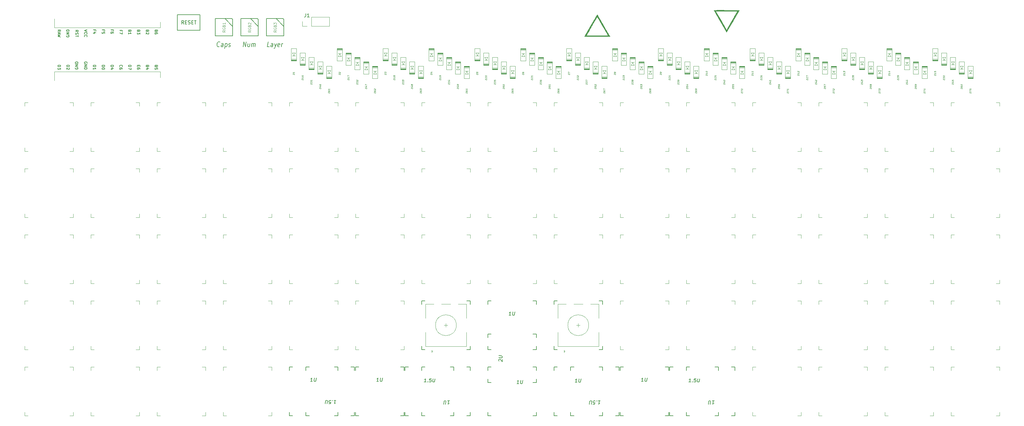
<source format=gto>
G04 #@! TF.GenerationSoftware,KiCad,Pcbnew,(5.1.5)-2*
G04 #@! TF.CreationDate,2020-09-25T21:59:40+09:00*
G04 #@! TF.ProjectId,astra515,61737472-6135-4313-952e-6b696361645f,rev?*
G04 #@! TF.SameCoordinates,Original*
G04 #@! TF.FileFunction,Legend,Top*
G04 #@! TF.FilePolarity,Positive*
%FSLAX46Y46*%
G04 Gerber Fmt 4.6, Leading zero omitted, Abs format (unit mm)*
G04 Created by KiCad (PCBNEW (5.1.5)-2) date 2020-09-25 21:59:40*
%MOMM*%
%LPD*%
G04 APERTURE LIST*
%ADD10C,0.200000*%
%ADD11C,0.150000*%
%ADD12C,0.010000*%
%ADD13C,0.120000*%
%ADD14C,0.100000*%
%ADD15C,0.125000*%
G04 APERTURE END LIST*
D10*
X149594767Y-88689571D02*
X149023339Y-88689571D01*
X149210839Y-87189571D01*
X150509053Y-88689571D02*
X150607267Y-87903857D01*
X150567982Y-87761000D01*
X150462625Y-87689571D01*
X150234053Y-87689571D01*
X150110839Y-87761000D01*
X150517982Y-88618142D02*
X150394767Y-88689571D01*
X150109053Y-88689571D01*
X150003696Y-88618142D01*
X149964410Y-88475285D01*
X149982267Y-88332428D01*
X150057267Y-88189571D01*
X150180482Y-88118142D01*
X150466196Y-88118142D01*
X150589410Y-88046714D01*
X151091196Y-87689571D02*
X151251910Y-88689571D01*
X151662625Y-87689571D02*
X151251910Y-88689571D01*
X151092982Y-89046714D01*
X151026910Y-89118142D01*
X150903696Y-89189571D01*
X152460839Y-88618142D02*
X152337625Y-88689571D01*
X152109053Y-88689571D01*
X152003696Y-88618142D01*
X151964410Y-88475285D01*
X152035839Y-87903857D01*
X152110839Y-87761000D01*
X152234053Y-87689571D01*
X152462625Y-87689571D01*
X152567982Y-87761000D01*
X152607267Y-87903857D01*
X152589410Y-88046714D01*
X152000125Y-88189571D01*
X153023339Y-88689571D02*
X153148339Y-87689571D01*
X153112625Y-87975285D02*
X153187625Y-87832428D01*
X153253696Y-87761000D01*
X153376910Y-87689571D01*
X153491196Y-87689571D01*
X142057339Y-88689571D02*
X142244839Y-87189571D01*
X142743053Y-88689571D01*
X142930553Y-87189571D01*
X143953767Y-87689571D02*
X143828767Y-88689571D01*
X143439482Y-87689571D02*
X143341267Y-88475285D01*
X143380553Y-88618142D01*
X143485910Y-88689571D01*
X143657339Y-88689571D01*
X143780553Y-88618142D01*
X143846625Y-88546714D01*
X144400196Y-88689571D02*
X144525196Y-87689571D01*
X144507339Y-87832428D02*
X144573410Y-87761000D01*
X144696625Y-87689571D01*
X144868053Y-87689571D01*
X144973410Y-87761000D01*
X145012696Y-87903857D01*
X144914482Y-88689571D01*
X145012696Y-87903857D02*
X145087696Y-87761000D01*
X145210910Y-87689571D01*
X145382339Y-87689571D01*
X145487696Y-87761000D01*
X145526982Y-87903857D01*
X145428767Y-88689571D01*
X135194910Y-88546714D02*
X135128839Y-88618142D01*
X134948482Y-88689571D01*
X134834196Y-88689571D01*
X134671696Y-88618142D01*
X134575267Y-88475285D01*
X134535982Y-88332428D01*
X134514553Y-88046714D01*
X134541339Y-87832428D01*
X134634196Y-87546714D01*
X134709196Y-87403857D01*
X134841339Y-87261000D01*
X135021696Y-87189571D01*
X135135982Y-87189571D01*
X135298482Y-87261000D01*
X135346696Y-87332428D01*
X136205625Y-88689571D02*
X136303839Y-87903857D01*
X136264553Y-87761000D01*
X136159196Y-87689571D01*
X135930625Y-87689571D01*
X135807410Y-87761000D01*
X136214553Y-88618142D02*
X136091339Y-88689571D01*
X135805625Y-88689571D01*
X135700267Y-88618142D01*
X135660982Y-88475285D01*
X135678839Y-88332428D01*
X135753839Y-88189571D01*
X135877053Y-88118142D01*
X136162767Y-88118142D01*
X136285982Y-88046714D01*
X136902053Y-87689571D02*
X136714553Y-89189571D01*
X136893125Y-87761000D02*
X137016339Y-87689571D01*
X137244910Y-87689571D01*
X137350267Y-87761000D01*
X137398482Y-87832428D01*
X137437767Y-87975285D01*
X137384196Y-88403857D01*
X137309196Y-88546714D01*
X137243125Y-88618142D01*
X137119910Y-88689571D01*
X136891339Y-88689571D01*
X136785982Y-88618142D01*
X137814553Y-88618142D02*
X137919910Y-88689571D01*
X138148482Y-88689571D01*
X138271696Y-88618142D01*
X138346696Y-88475285D01*
X138355625Y-88403857D01*
X138316339Y-88261000D01*
X138210982Y-88189571D01*
X138039553Y-88189571D01*
X137934196Y-88118142D01*
X137894910Y-87975285D01*
X137903839Y-87903857D01*
X137978839Y-87761000D01*
X138102053Y-87689571D01*
X138273482Y-87689571D01*
X138378839Y-87761000D01*
D11*
X129615000Y-79411000D02*
X123115000Y-79411000D01*
X129615000Y-83911000D02*
X129615000Y-79411000D01*
X123115000Y-83911000D02*
X129615000Y-83911000D01*
X123115000Y-79411000D02*
X123115000Y-83911000D01*
D12*
G36*
X279754485Y-78112459D02*
G01*
X280254379Y-78113113D01*
X280783598Y-78114203D01*
X281207699Y-78115346D01*
X284849370Y-78126166D01*
X283160496Y-81047166D01*
X282892874Y-81510106D01*
X282634794Y-81956681D01*
X282389797Y-82380754D01*
X282161427Y-82776188D01*
X281953224Y-83136844D01*
X281768731Y-83456586D01*
X281611491Y-83729276D01*
X281485044Y-83948776D01*
X281392934Y-84108949D01*
X281338702Y-84203657D01*
X281330904Y-84217400D01*
X281258017Y-84336225D01*
X281199818Y-84412310D01*
X281168415Y-84429943D01*
X281167800Y-84429067D01*
X281079234Y-84279118D01*
X280958964Y-84073472D01*
X280810673Y-83818549D01*
X280638044Y-83520768D01*
X280444762Y-83186550D01*
X280234509Y-82822313D01*
X280010969Y-82434479D01*
X279777826Y-82029467D01*
X279538762Y-81613696D01*
X279297461Y-81193588D01*
X279057606Y-80775561D01*
X278822882Y-80366035D01*
X278596970Y-79971431D01*
X278383555Y-79598167D01*
X278186320Y-79252665D01*
X278008948Y-78941344D01*
X277855124Y-78670624D01*
X277728529Y-78446924D01*
X277714804Y-78422500D01*
X278056561Y-78422500D01*
X279586094Y-81068333D01*
X279884405Y-81584379D01*
X280143151Y-82031967D01*
X280365168Y-82415920D01*
X280553292Y-82741063D01*
X280710359Y-83012222D01*
X280839206Y-83234220D01*
X280942669Y-83411883D01*
X281023585Y-83550035D01*
X281084789Y-83653501D01*
X281129118Y-83727107D01*
X281159408Y-83775676D01*
X281178496Y-83804033D01*
X281189217Y-83817003D01*
X281194409Y-83819411D01*
X281196907Y-83816082D01*
X281199135Y-83812233D01*
X281221850Y-83774310D01*
X281283559Y-83668845D01*
X281380915Y-83501610D01*
X281510568Y-83278382D01*
X281669172Y-83004935D01*
X281853379Y-82687043D01*
X282059840Y-82330483D01*
X282285208Y-81941028D01*
X282526134Y-81524454D01*
X282762533Y-81115498D01*
X283014494Y-80678946D01*
X283253325Y-80264035D01*
X283475743Y-79876535D01*
X283678465Y-79522221D01*
X283858209Y-79206863D01*
X284011691Y-78936233D01*
X284135630Y-78716105D01*
X284226740Y-78552251D01*
X284281741Y-78450442D01*
X284297584Y-78416473D01*
X284253761Y-78414070D01*
X284131925Y-78412069D01*
X283938732Y-78410478D01*
X283680835Y-78409308D01*
X283364888Y-78408571D01*
X282997545Y-78408275D01*
X282585461Y-78408432D01*
X282135289Y-78409051D01*
X281653683Y-78410143D01*
X281169228Y-78411641D01*
X278056561Y-78422500D01*
X277714804Y-78422500D01*
X277632848Y-78276665D01*
X277571763Y-78166266D01*
X277548959Y-78122148D01*
X277548922Y-78121632D01*
X277592851Y-78119184D01*
X277715297Y-78117086D01*
X277910110Y-78115350D01*
X278171143Y-78113985D01*
X278492246Y-78113004D01*
X278867270Y-78112415D01*
X279290066Y-78112230D01*
X279754485Y-78112459D01*
G37*
X279754485Y-78112459D02*
X280254379Y-78113113D01*
X280783598Y-78114203D01*
X281207699Y-78115346D01*
X284849370Y-78126166D01*
X283160496Y-81047166D01*
X282892874Y-81510106D01*
X282634794Y-81956681D01*
X282389797Y-82380754D01*
X282161427Y-82776188D01*
X281953224Y-83136844D01*
X281768731Y-83456586D01*
X281611491Y-83729276D01*
X281485044Y-83948776D01*
X281392934Y-84108949D01*
X281338702Y-84203657D01*
X281330904Y-84217400D01*
X281258017Y-84336225D01*
X281199818Y-84412310D01*
X281168415Y-84429943D01*
X281167800Y-84429067D01*
X281079234Y-84279118D01*
X280958964Y-84073472D01*
X280810673Y-83818549D01*
X280638044Y-83520768D01*
X280444762Y-83186550D01*
X280234509Y-82822313D01*
X280010969Y-82434479D01*
X279777826Y-82029467D01*
X279538762Y-81613696D01*
X279297461Y-81193588D01*
X279057606Y-80775561D01*
X278822882Y-80366035D01*
X278596970Y-79971431D01*
X278383555Y-79598167D01*
X278186320Y-79252665D01*
X278008948Y-78941344D01*
X277855124Y-78670624D01*
X277728529Y-78446924D01*
X277714804Y-78422500D01*
X278056561Y-78422500D01*
X279586094Y-81068333D01*
X279884405Y-81584379D01*
X280143151Y-82031967D01*
X280365168Y-82415920D01*
X280553292Y-82741063D01*
X280710359Y-83012222D01*
X280839206Y-83234220D01*
X280942669Y-83411883D01*
X281023585Y-83550035D01*
X281084789Y-83653501D01*
X281129118Y-83727107D01*
X281159408Y-83775676D01*
X281178496Y-83804033D01*
X281189217Y-83817003D01*
X281194409Y-83819411D01*
X281196907Y-83816082D01*
X281199135Y-83812233D01*
X281221850Y-83774310D01*
X281283559Y-83668845D01*
X281380915Y-83501610D01*
X281510568Y-83278382D01*
X281669172Y-83004935D01*
X281853379Y-82687043D01*
X282059840Y-82330483D01*
X282285208Y-81941028D01*
X282526134Y-81524454D01*
X282762533Y-81115498D01*
X283014494Y-80678946D01*
X283253325Y-80264035D01*
X283475743Y-79876535D01*
X283678465Y-79522221D01*
X283858209Y-79206863D01*
X284011691Y-78936233D01*
X284135630Y-78716105D01*
X284226740Y-78552251D01*
X284281741Y-78450442D01*
X284297584Y-78416473D01*
X284253761Y-78414070D01*
X284131925Y-78412069D01*
X283938732Y-78410478D01*
X283680835Y-78409308D01*
X283364888Y-78408571D01*
X282997545Y-78408275D01*
X282585461Y-78408432D01*
X282135289Y-78409051D01*
X281653683Y-78410143D01*
X281169228Y-78411641D01*
X278056561Y-78422500D01*
X277714804Y-78422500D01*
X277632848Y-78276665D01*
X277571763Y-78166266D01*
X277548959Y-78122148D01*
X277548922Y-78121632D01*
X277592851Y-78119184D01*
X277715297Y-78117086D01*
X277910110Y-78115350D01*
X278171143Y-78113985D01*
X278492246Y-78113004D01*
X278867270Y-78112415D01*
X279290066Y-78112230D01*
X279754485Y-78112459D01*
G36*
X243970705Y-79422702D02*
G01*
X244032143Y-79528032D01*
X244129584Y-79695753D01*
X244259861Y-79920398D01*
X244419810Y-80196500D01*
X244606266Y-80518592D01*
X244816063Y-80881208D01*
X245046037Y-81278881D01*
X245293022Y-81706144D01*
X245553853Y-82157531D01*
X245682755Y-82380666D01*
X245951882Y-82846564D01*
X246210671Y-83294543D01*
X246455722Y-83718718D01*
X246683635Y-84113205D01*
X246891010Y-84472118D01*
X247074446Y-84789572D01*
X247230542Y-85059683D01*
X247355898Y-85276565D01*
X247447114Y-85434335D01*
X247500789Y-85527105D01*
X247511211Y-85545083D01*
X247615711Y-85725000D01*
X243946328Y-85725000D01*
X243397439Y-85724608D01*
X242873731Y-85723471D01*
X242381260Y-85721648D01*
X241926082Y-85719195D01*
X241514254Y-85716170D01*
X241151832Y-85712631D01*
X240844872Y-85708635D01*
X240599431Y-85704241D01*
X240421565Y-85699506D01*
X240317331Y-85694487D01*
X240291055Y-85690190D01*
X240316052Y-85643836D01*
X240379368Y-85531727D01*
X240475999Y-85362523D01*
X240850656Y-85362523D01*
X240851984Y-85375072D01*
X240869956Y-85385945D01*
X240910095Y-85395259D01*
X240977925Y-85403131D01*
X241078967Y-85409681D01*
X241218747Y-85415027D01*
X241402787Y-85419287D01*
X241636610Y-85422579D01*
X241925739Y-85425021D01*
X242275698Y-85426731D01*
X242692010Y-85427828D01*
X243180199Y-85428430D01*
X243745786Y-85428655D01*
X243941304Y-85428666D01*
X244446568Y-85428357D01*
X244926412Y-85427463D01*
X245374229Y-85426033D01*
X245783414Y-85424117D01*
X246147359Y-85421765D01*
X246459459Y-85419025D01*
X246713109Y-85415948D01*
X246901701Y-85412583D01*
X247018630Y-85408980D01*
X247057333Y-85405310D01*
X247036686Y-85360223D01*
X246977453Y-85250096D01*
X246883694Y-85081877D01*
X246759471Y-84862514D01*
X246608845Y-84598955D01*
X246435875Y-84298148D01*
X246244624Y-83967041D01*
X246039152Y-83612583D01*
X245823520Y-83241721D01*
X245601789Y-82861404D01*
X245378019Y-82478580D01*
X245156272Y-82100197D01*
X244940609Y-81733203D01*
X244735091Y-81384546D01*
X244543778Y-81061174D01*
X244370731Y-80770035D01*
X244220012Y-80518079D01*
X244095680Y-80312252D01*
X244001798Y-80159502D01*
X243942426Y-80066779D01*
X243921784Y-80040449D01*
X243895251Y-80082555D01*
X243830689Y-80190958D01*
X243732215Y-80358526D01*
X243603946Y-80578126D01*
X243449997Y-80842623D01*
X243274486Y-81144884D01*
X243081529Y-81477775D01*
X242875242Y-81834163D01*
X242659742Y-82206914D01*
X242439145Y-82588894D01*
X242217567Y-82972971D01*
X241999126Y-83352010D01*
X241787938Y-83718878D01*
X241588119Y-84066441D01*
X241403785Y-84387565D01*
X241239054Y-84675117D01*
X241098041Y-84921964D01*
X240984863Y-85120972D01*
X240903637Y-85265007D01*
X240858479Y-85346935D01*
X240850656Y-85362523D01*
X240475999Y-85362523D01*
X240477268Y-85360301D01*
X240606016Y-85135997D01*
X240761876Y-84865256D01*
X240941115Y-84554515D01*
X241139996Y-84210215D01*
X241354784Y-83838794D01*
X241581744Y-83446693D01*
X241817140Y-83040350D01*
X242057238Y-82626205D01*
X242298301Y-82210696D01*
X242536595Y-81800264D01*
X242768384Y-81401347D01*
X242989933Y-81020385D01*
X243197507Y-80663817D01*
X243387370Y-80338083D01*
X243555787Y-80049621D01*
X243699023Y-79804871D01*
X243813342Y-79610273D01*
X243895010Y-79472265D01*
X243940290Y-79397287D01*
X243948435Y-79385229D01*
X243970705Y-79422702D01*
G37*
X243970705Y-79422702D02*
X244032143Y-79528032D01*
X244129584Y-79695753D01*
X244259861Y-79920398D01*
X244419810Y-80196500D01*
X244606266Y-80518592D01*
X244816063Y-80881208D01*
X245046037Y-81278881D01*
X245293022Y-81706144D01*
X245553853Y-82157531D01*
X245682755Y-82380666D01*
X245951882Y-82846564D01*
X246210671Y-83294543D01*
X246455722Y-83718718D01*
X246683635Y-84113205D01*
X246891010Y-84472118D01*
X247074446Y-84789572D01*
X247230542Y-85059683D01*
X247355898Y-85276565D01*
X247447114Y-85434335D01*
X247500789Y-85527105D01*
X247511211Y-85545083D01*
X247615711Y-85725000D01*
X243946328Y-85725000D01*
X243397439Y-85724608D01*
X242873731Y-85723471D01*
X242381260Y-85721648D01*
X241926082Y-85719195D01*
X241514254Y-85716170D01*
X241151832Y-85712631D01*
X240844872Y-85708635D01*
X240599431Y-85704241D01*
X240421565Y-85699506D01*
X240317331Y-85694487D01*
X240291055Y-85690190D01*
X240316052Y-85643836D01*
X240379368Y-85531727D01*
X240475999Y-85362523D01*
X240850656Y-85362523D01*
X240851984Y-85375072D01*
X240869956Y-85385945D01*
X240910095Y-85395259D01*
X240977925Y-85403131D01*
X241078967Y-85409681D01*
X241218747Y-85415027D01*
X241402787Y-85419287D01*
X241636610Y-85422579D01*
X241925739Y-85425021D01*
X242275698Y-85426731D01*
X242692010Y-85427828D01*
X243180199Y-85428430D01*
X243745786Y-85428655D01*
X243941304Y-85428666D01*
X244446568Y-85428357D01*
X244926412Y-85427463D01*
X245374229Y-85426033D01*
X245783414Y-85424117D01*
X246147359Y-85421765D01*
X246459459Y-85419025D01*
X246713109Y-85415948D01*
X246901701Y-85412583D01*
X247018630Y-85408980D01*
X247057333Y-85405310D01*
X247036686Y-85360223D01*
X246977453Y-85250096D01*
X246883694Y-85081877D01*
X246759471Y-84862514D01*
X246608845Y-84598955D01*
X246435875Y-84298148D01*
X246244624Y-83967041D01*
X246039152Y-83612583D01*
X245823520Y-83241721D01*
X245601789Y-82861404D01*
X245378019Y-82478580D01*
X245156272Y-82100197D01*
X244940609Y-81733203D01*
X244735091Y-81384546D01*
X244543778Y-81061174D01*
X244370731Y-80770035D01*
X244220012Y-80518079D01*
X244095680Y-80312252D01*
X244001798Y-80159502D01*
X243942426Y-80066779D01*
X243921784Y-80040449D01*
X243895251Y-80082555D01*
X243830689Y-80190958D01*
X243732215Y-80358526D01*
X243603946Y-80578126D01*
X243449997Y-80842623D01*
X243274486Y-81144884D01*
X243081529Y-81477775D01*
X242875242Y-81834163D01*
X242659742Y-82206914D01*
X242439145Y-82588894D01*
X242217567Y-82972971D01*
X241999126Y-83352010D01*
X241787938Y-83718878D01*
X241588119Y-84066441D01*
X241403785Y-84387565D01*
X241239054Y-84675117D01*
X241098041Y-84921964D01*
X240984863Y-85120972D01*
X240903637Y-85265007D01*
X240858479Y-85346935D01*
X240850656Y-85362523D01*
X240475999Y-85362523D01*
X240477268Y-85360301D01*
X240606016Y-85135997D01*
X240761876Y-84865256D01*
X240941115Y-84554515D01*
X241139996Y-84210215D01*
X241354784Y-83838794D01*
X241581744Y-83446693D01*
X241817140Y-83040350D01*
X242057238Y-82626205D01*
X242298301Y-82210696D01*
X242536595Y-81800264D01*
X242768384Y-81401347D01*
X242989933Y-81020385D01*
X243197507Y-80663817D01*
X243387370Y-80338083D01*
X243555787Y-80049621D01*
X243699023Y-79804871D01*
X243813342Y-79610273D01*
X243895010Y-79472265D01*
X243940290Y-79397287D01*
X243948435Y-79385229D01*
X243970705Y-79422702D01*
D11*
X250556000Y-181960000D02*
X250556000Y-180960000D01*
X250556000Y-180960000D02*
X251556000Y-180960000D01*
X263556000Y-194960000D02*
X264556000Y-194960000D01*
X264556000Y-194960000D02*
X264556000Y-193960000D01*
X264556000Y-181960000D02*
X264556000Y-180960000D01*
X264556000Y-180960000D02*
X263556000Y-180960000D01*
X250556000Y-193960000D02*
X250556000Y-194960000D01*
X251556000Y-194960000D02*
X250556000Y-194960000D01*
X174356000Y-181960000D02*
X174356000Y-180960000D01*
X174356000Y-180960000D02*
X175356000Y-180960000D01*
X187356000Y-194960000D02*
X188356000Y-194960000D01*
X188356000Y-194960000D02*
X188356000Y-193960000D01*
X188356000Y-181960000D02*
X188356000Y-180960000D01*
X188356000Y-180960000D02*
X187356000Y-180960000D01*
X174356000Y-193960000D02*
X174356000Y-194960000D01*
X175356000Y-194960000D02*
X174356000Y-194960000D01*
X212456000Y-181960000D02*
X212456000Y-180960000D01*
X212456000Y-180960000D02*
X213456000Y-180960000D01*
X225456000Y-194960000D02*
X226456000Y-194960000D01*
X226456000Y-194960000D02*
X226456000Y-193960000D01*
X226456000Y-181960000D02*
X226456000Y-180960000D01*
X226456000Y-180960000D02*
X225456000Y-180960000D01*
X212456000Y-193960000D02*
X212456000Y-194960000D01*
X213456000Y-194960000D02*
X212456000Y-194960000D01*
D13*
X93106000Y-161910000D02*
X93106000Y-162910000D01*
X92106000Y-161910000D02*
X93106000Y-161910000D01*
X93106000Y-175910000D02*
X93106000Y-174910000D01*
X92106000Y-175910000D02*
X93106000Y-175910000D01*
X79106000Y-175910000D02*
X80106000Y-175910000D01*
X79106000Y-174910000D02*
X79106000Y-175910000D01*
X79106000Y-161910000D02*
X79106000Y-162910000D01*
X80106000Y-161910000D02*
X79106000Y-161910000D01*
X79106000Y-161910000D02*
X80106000Y-161910000D01*
X93106000Y-104760000D02*
X93106000Y-105760000D01*
X92106000Y-104760000D02*
X93106000Y-104760000D01*
X93106000Y-118760000D02*
X93106000Y-117760000D01*
X92106000Y-118760000D02*
X93106000Y-118760000D01*
X79106000Y-118760000D02*
X80106000Y-118760000D01*
X79106000Y-117760000D02*
X79106000Y-118760000D01*
X79106000Y-104760000D02*
X79106000Y-105760000D01*
X80106000Y-104760000D02*
X79106000Y-104760000D01*
X79106000Y-104760000D02*
X80106000Y-104760000D01*
X131206000Y-180960000D02*
X131206000Y-181960000D01*
X130206000Y-180960000D02*
X131206000Y-180960000D01*
X131206000Y-194960000D02*
X131206000Y-193960000D01*
X130206000Y-194960000D02*
X131206000Y-194960000D01*
X117206000Y-194960000D02*
X118206000Y-194960000D01*
X117206000Y-193960000D02*
X117206000Y-194960000D01*
X117206000Y-180960000D02*
X117206000Y-181960000D01*
X118206000Y-180960000D02*
X117206000Y-180960000D01*
X117206000Y-180960000D02*
X118206000Y-180960000D01*
X131206000Y-123810000D02*
X131206000Y-124810000D01*
X130206000Y-123810000D02*
X131206000Y-123810000D01*
X131206000Y-137810000D02*
X131206000Y-136810000D01*
X130206000Y-137810000D02*
X131206000Y-137810000D01*
X117206000Y-137810000D02*
X118206000Y-137810000D01*
X117206000Y-136810000D02*
X117206000Y-137810000D01*
X117206000Y-123810000D02*
X117206000Y-124810000D01*
X118206000Y-123810000D02*
X117206000Y-123810000D01*
X117206000Y-123810000D02*
X118206000Y-123810000D01*
X264556000Y-123810000D02*
X264556000Y-124810000D01*
X263556000Y-123810000D02*
X264556000Y-123810000D01*
X264556000Y-137810000D02*
X264556000Y-136810000D01*
X263556000Y-137810000D02*
X264556000Y-137810000D01*
X250556000Y-137810000D02*
X251556000Y-137810000D01*
X250556000Y-136810000D02*
X250556000Y-137810000D01*
X250556000Y-123810000D02*
X250556000Y-124810000D01*
X251556000Y-123810000D02*
X250556000Y-123810000D01*
X250556000Y-123810000D02*
X251556000Y-123810000D01*
X359806000Y-104760000D02*
X359806000Y-105760000D01*
X358806000Y-104760000D02*
X359806000Y-104760000D01*
X359806000Y-118760000D02*
X359806000Y-117760000D01*
X358806000Y-118760000D02*
X359806000Y-118760000D01*
X345806000Y-118760000D02*
X346806000Y-118760000D01*
X345806000Y-117760000D02*
X345806000Y-118760000D01*
X345806000Y-104760000D02*
X345806000Y-105760000D01*
X346806000Y-104760000D02*
X345806000Y-104760000D01*
X345806000Y-104760000D02*
X346806000Y-104760000D01*
X112156000Y-161910000D02*
X112156000Y-162910000D01*
X111156000Y-161910000D02*
X112156000Y-161910000D01*
X112156000Y-175910000D02*
X112156000Y-174910000D01*
X111156000Y-175910000D02*
X112156000Y-175910000D01*
X98156000Y-175910000D02*
X99156000Y-175910000D01*
X98156000Y-174910000D02*
X98156000Y-175910000D01*
X98156000Y-161910000D02*
X98156000Y-162910000D01*
X99156000Y-161910000D02*
X98156000Y-161910000D01*
X98156000Y-161910000D02*
X99156000Y-161910000D01*
X112156000Y-104760000D02*
X112156000Y-105760000D01*
X111156000Y-104760000D02*
X112156000Y-104760000D01*
X112156000Y-118760000D02*
X112156000Y-117760000D01*
X111156000Y-118760000D02*
X112156000Y-118760000D01*
X98156000Y-118760000D02*
X99156000Y-118760000D01*
X98156000Y-117760000D02*
X98156000Y-118760000D01*
X98156000Y-104760000D02*
X98156000Y-105760000D01*
X99156000Y-104760000D02*
X98156000Y-104760000D01*
X98156000Y-104760000D02*
X99156000Y-104760000D01*
X131206000Y-104760000D02*
X131206000Y-105760000D01*
X130206000Y-104760000D02*
X131206000Y-104760000D01*
X131206000Y-118760000D02*
X131206000Y-117760000D01*
X130206000Y-118760000D02*
X131206000Y-118760000D01*
X117206000Y-118760000D02*
X118206000Y-118760000D01*
X117206000Y-117760000D02*
X117206000Y-118760000D01*
X117206000Y-104760000D02*
X117206000Y-105760000D01*
X118206000Y-104760000D02*
X117206000Y-104760000D01*
X117206000Y-104760000D02*
X118206000Y-104760000D01*
X150256000Y-104760000D02*
X150256000Y-105760000D01*
X149256000Y-104760000D02*
X150256000Y-104760000D01*
X150256000Y-118760000D02*
X150256000Y-117760000D01*
X149256000Y-118760000D02*
X150256000Y-118760000D01*
X136256000Y-118760000D02*
X137256000Y-118760000D01*
X136256000Y-117760000D02*
X136256000Y-118760000D01*
X136256000Y-104760000D02*
X136256000Y-105760000D01*
X137256000Y-104760000D02*
X136256000Y-104760000D01*
X136256000Y-104760000D02*
X137256000Y-104760000D01*
X169306000Y-104760000D02*
X169306000Y-105760000D01*
X168306000Y-104760000D02*
X169306000Y-104760000D01*
X169306000Y-118760000D02*
X169306000Y-117760000D01*
X168306000Y-118760000D02*
X169306000Y-118760000D01*
X155306000Y-118760000D02*
X156306000Y-118760000D01*
X155306000Y-117760000D02*
X155306000Y-118760000D01*
X155306000Y-104760000D02*
X155306000Y-105760000D01*
X156306000Y-104760000D02*
X155306000Y-104760000D01*
X155306000Y-104760000D02*
X156306000Y-104760000D01*
X188356000Y-104760000D02*
X188356000Y-105760000D01*
X187356000Y-104760000D02*
X188356000Y-104760000D01*
X188356000Y-118760000D02*
X188356000Y-117760000D01*
X187356000Y-118760000D02*
X188356000Y-118760000D01*
X174356000Y-118760000D02*
X175356000Y-118760000D01*
X174356000Y-117760000D02*
X174356000Y-118760000D01*
X174356000Y-104760000D02*
X174356000Y-105760000D01*
X175356000Y-104760000D02*
X174356000Y-104760000D01*
X174356000Y-104760000D02*
X175356000Y-104760000D01*
X207406000Y-104760000D02*
X207406000Y-105760000D01*
X206406000Y-104760000D02*
X207406000Y-104760000D01*
X207406000Y-118760000D02*
X207406000Y-117760000D01*
X206406000Y-118760000D02*
X207406000Y-118760000D01*
X193406000Y-118760000D02*
X194406000Y-118760000D01*
X193406000Y-117760000D02*
X193406000Y-118760000D01*
X193406000Y-104760000D02*
X193406000Y-105760000D01*
X194406000Y-104760000D02*
X193406000Y-104760000D01*
X193406000Y-104760000D02*
X194406000Y-104760000D01*
X226456000Y-104760000D02*
X226456000Y-105760000D01*
X225456000Y-104760000D02*
X226456000Y-104760000D01*
X226456000Y-118760000D02*
X226456000Y-117760000D01*
X225456000Y-118760000D02*
X226456000Y-118760000D01*
X212456000Y-118760000D02*
X213456000Y-118760000D01*
X212456000Y-117760000D02*
X212456000Y-118760000D01*
X212456000Y-104760000D02*
X212456000Y-105760000D01*
X213456000Y-104760000D02*
X212456000Y-104760000D01*
X212456000Y-104760000D02*
X213456000Y-104760000D01*
X245506000Y-104760000D02*
X245506000Y-105760000D01*
X244506000Y-104760000D02*
X245506000Y-104760000D01*
X245506000Y-118760000D02*
X245506000Y-117760000D01*
X244506000Y-118760000D02*
X245506000Y-118760000D01*
X231506000Y-118760000D02*
X232506000Y-118760000D01*
X231506000Y-117760000D02*
X231506000Y-118760000D01*
X231506000Y-104760000D02*
X231506000Y-105760000D01*
X232506000Y-104760000D02*
X231506000Y-104760000D01*
X231506000Y-104760000D02*
X232506000Y-104760000D01*
X264556000Y-104760000D02*
X264556000Y-105760000D01*
X263556000Y-104760000D02*
X264556000Y-104760000D01*
X264556000Y-118760000D02*
X264556000Y-117760000D01*
X263556000Y-118760000D02*
X264556000Y-118760000D01*
X250556000Y-118760000D02*
X251556000Y-118760000D01*
X250556000Y-117760000D02*
X250556000Y-118760000D01*
X250556000Y-104760000D02*
X250556000Y-105760000D01*
X251556000Y-104760000D02*
X250556000Y-104760000D01*
X250556000Y-104760000D02*
X251556000Y-104760000D01*
X283606000Y-104760000D02*
X283606000Y-105760000D01*
X282606000Y-104760000D02*
X283606000Y-104760000D01*
X283606000Y-118760000D02*
X283606000Y-117760000D01*
X282606000Y-118760000D02*
X283606000Y-118760000D01*
X269606000Y-118760000D02*
X270606000Y-118760000D01*
X269606000Y-117760000D02*
X269606000Y-118760000D01*
X269606000Y-104760000D02*
X269606000Y-105760000D01*
X270606000Y-104760000D02*
X269606000Y-104760000D01*
X269606000Y-104760000D02*
X270606000Y-104760000D01*
X302656000Y-104760000D02*
X302656000Y-105760000D01*
X301656000Y-104760000D02*
X302656000Y-104760000D01*
X302656000Y-118760000D02*
X302656000Y-117760000D01*
X301656000Y-118760000D02*
X302656000Y-118760000D01*
X288656000Y-118760000D02*
X289656000Y-118760000D01*
X288656000Y-117760000D02*
X288656000Y-118760000D01*
X288656000Y-104760000D02*
X288656000Y-105760000D01*
X289656000Y-104760000D02*
X288656000Y-104760000D01*
X288656000Y-104760000D02*
X289656000Y-104760000D01*
X321706000Y-104760000D02*
X321706000Y-105760000D01*
X320706000Y-104760000D02*
X321706000Y-104760000D01*
X321706000Y-118760000D02*
X321706000Y-117760000D01*
X320706000Y-118760000D02*
X321706000Y-118760000D01*
X307706000Y-118760000D02*
X308706000Y-118760000D01*
X307706000Y-117760000D02*
X307706000Y-118760000D01*
X307706000Y-104760000D02*
X307706000Y-105760000D01*
X308706000Y-104760000D02*
X307706000Y-104760000D01*
X307706000Y-104760000D02*
X308706000Y-104760000D01*
X340756000Y-104760000D02*
X340756000Y-105760000D01*
X339756000Y-104760000D02*
X340756000Y-104760000D01*
X340756000Y-118760000D02*
X340756000Y-117760000D01*
X339756000Y-118760000D02*
X340756000Y-118760000D01*
X326756000Y-118760000D02*
X327756000Y-118760000D01*
X326756000Y-117760000D02*
X326756000Y-118760000D01*
X326756000Y-104760000D02*
X326756000Y-105760000D01*
X327756000Y-104760000D02*
X326756000Y-104760000D01*
X326756000Y-104760000D02*
X327756000Y-104760000D01*
X93106000Y-123810000D02*
X93106000Y-124810000D01*
X92106000Y-123810000D02*
X93106000Y-123810000D01*
X93106000Y-137810000D02*
X93106000Y-136810000D01*
X92106000Y-137810000D02*
X93106000Y-137810000D01*
X79106000Y-137810000D02*
X80106000Y-137810000D01*
X79106000Y-136810000D02*
X79106000Y-137810000D01*
X79106000Y-123810000D02*
X79106000Y-124810000D01*
X80106000Y-123810000D02*
X79106000Y-123810000D01*
X79106000Y-123810000D02*
X80106000Y-123810000D01*
X112156000Y-123810000D02*
X112156000Y-124810000D01*
X111156000Y-123810000D02*
X112156000Y-123810000D01*
X112156000Y-137810000D02*
X112156000Y-136810000D01*
X111156000Y-137810000D02*
X112156000Y-137810000D01*
X98156000Y-137810000D02*
X99156000Y-137810000D01*
X98156000Y-136810000D02*
X98156000Y-137810000D01*
X98156000Y-123810000D02*
X98156000Y-124810000D01*
X99156000Y-123810000D02*
X98156000Y-123810000D01*
X98156000Y-123810000D02*
X99156000Y-123810000D01*
X150256000Y-123810000D02*
X150256000Y-124810000D01*
X149256000Y-123810000D02*
X150256000Y-123810000D01*
X150256000Y-137810000D02*
X150256000Y-136810000D01*
X149256000Y-137810000D02*
X150256000Y-137810000D01*
X136256000Y-137810000D02*
X137256000Y-137810000D01*
X136256000Y-136810000D02*
X136256000Y-137810000D01*
X136256000Y-123810000D02*
X136256000Y-124810000D01*
X137256000Y-123810000D02*
X136256000Y-123810000D01*
X136256000Y-123810000D02*
X137256000Y-123810000D01*
X169306000Y-123810000D02*
X169306000Y-124810000D01*
X168306000Y-123810000D02*
X169306000Y-123810000D01*
X169306000Y-137810000D02*
X169306000Y-136810000D01*
X168306000Y-137810000D02*
X169306000Y-137810000D01*
X155306000Y-137810000D02*
X156306000Y-137810000D01*
X155306000Y-136810000D02*
X155306000Y-137810000D01*
X155306000Y-123810000D02*
X155306000Y-124810000D01*
X156306000Y-123810000D02*
X155306000Y-123810000D01*
X155306000Y-123810000D02*
X156306000Y-123810000D01*
X188356000Y-123810000D02*
X188356000Y-124810000D01*
X187356000Y-123810000D02*
X188356000Y-123810000D01*
X188356000Y-137810000D02*
X188356000Y-136810000D01*
X187356000Y-137810000D02*
X188356000Y-137810000D01*
X174356000Y-137810000D02*
X175356000Y-137810000D01*
X174356000Y-136810000D02*
X174356000Y-137810000D01*
X174356000Y-123810000D02*
X174356000Y-124810000D01*
X175356000Y-123810000D02*
X174356000Y-123810000D01*
X174356000Y-123810000D02*
X175356000Y-123810000D01*
X207406000Y-123810000D02*
X207406000Y-124810000D01*
X206406000Y-123810000D02*
X207406000Y-123810000D01*
X207406000Y-137810000D02*
X207406000Y-136810000D01*
X206406000Y-137810000D02*
X207406000Y-137810000D01*
X193406000Y-137810000D02*
X194406000Y-137810000D01*
X193406000Y-136810000D02*
X193406000Y-137810000D01*
X193406000Y-123810000D02*
X193406000Y-124810000D01*
X194406000Y-123810000D02*
X193406000Y-123810000D01*
X193406000Y-123810000D02*
X194406000Y-123810000D01*
X226456000Y-123810000D02*
X226456000Y-124810000D01*
X225456000Y-123810000D02*
X226456000Y-123810000D01*
X226456000Y-137810000D02*
X226456000Y-136810000D01*
X225456000Y-137810000D02*
X226456000Y-137810000D01*
X212456000Y-137810000D02*
X213456000Y-137810000D01*
X212456000Y-136810000D02*
X212456000Y-137810000D01*
X212456000Y-123810000D02*
X212456000Y-124810000D01*
X213456000Y-123810000D02*
X212456000Y-123810000D01*
X212456000Y-123810000D02*
X213456000Y-123810000D01*
X245506000Y-123810000D02*
X245506000Y-124810000D01*
X244506000Y-123810000D02*
X245506000Y-123810000D01*
X245506000Y-137810000D02*
X245506000Y-136810000D01*
X244506000Y-137810000D02*
X245506000Y-137810000D01*
X231506000Y-137810000D02*
X232506000Y-137810000D01*
X231506000Y-136810000D02*
X231506000Y-137810000D01*
X231506000Y-123810000D02*
X231506000Y-124810000D01*
X232506000Y-123810000D02*
X231506000Y-123810000D01*
X231506000Y-123810000D02*
X232506000Y-123810000D01*
X283606000Y-123810000D02*
X283606000Y-124810000D01*
X282606000Y-123810000D02*
X283606000Y-123810000D01*
X283606000Y-137810000D02*
X283606000Y-136810000D01*
X282606000Y-137810000D02*
X283606000Y-137810000D01*
X269606000Y-137810000D02*
X270606000Y-137810000D01*
X269606000Y-136810000D02*
X269606000Y-137810000D01*
X269606000Y-123810000D02*
X269606000Y-124810000D01*
X270606000Y-123810000D02*
X269606000Y-123810000D01*
X269606000Y-123810000D02*
X270606000Y-123810000D01*
X302656000Y-123810000D02*
X302656000Y-124810000D01*
X301656000Y-123810000D02*
X302656000Y-123810000D01*
X302656000Y-137810000D02*
X302656000Y-136810000D01*
X301656000Y-137810000D02*
X302656000Y-137810000D01*
X288656000Y-137810000D02*
X289656000Y-137810000D01*
X288656000Y-136810000D02*
X288656000Y-137810000D01*
X288656000Y-123810000D02*
X288656000Y-124810000D01*
X289656000Y-123810000D02*
X288656000Y-123810000D01*
X288656000Y-123810000D02*
X289656000Y-123810000D01*
X321706000Y-123810000D02*
X321706000Y-124810000D01*
X320706000Y-123810000D02*
X321706000Y-123810000D01*
X321706000Y-137810000D02*
X321706000Y-136810000D01*
X320706000Y-137810000D02*
X321706000Y-137810000D01*
X307706000Y-137810000D02*
X308706000Y-137810000D01*
X307706000Y-136810000D02*
X307706000Y-137810000D01*
X307706000Y-123810000D02*
X307706000Y-124810000D01*
X308706000Y-123810000D02*
X307706000Y-123810000D01*
X307706000Y-123810000D02*
X308706000Y-123810000D01*
X340756000Y-123810000D02*
X340756000Y-124810000D01*
X339756000Y-123810000D02*
X340756000Y-123810000D01*
X340756000Y-137810000D02*
X340756000Y-136810000D01*
X339756000Y-137810000D02*
X340756000Y-137810000D01*
X326756000Y-137810000D02*
X327756000Y-137810000D01*
X326756000Y-136810000D02*
X326756000Y-137810000D01*
X326756000Y-123810000D02*
X326756000Y-124810000D01*
X327756000Y-123810000D02*
X326756000Y-123810000D01*
X326756000Y-123810000D02*
X327756000Y-123810000D01*
X359806000Y-123810000D02*
X359806000Y-124810000D01*
X358806000Y-123810000D02*
X359806000Y-123810000D01*
X359806000Y-137810000D02*
X359806000Y-136810000D01*
X358806000Y-137810000D02*
X359806000Y-137810000D01*
X345806000Y-137810000D02*
X346806000Y-137810000D01*
X345806000Y-136810000D02*
X345806000Y-137810000D01*
X345806000Y-123810000D02*
X345806000Y-124810000D01*
X346806000Y-123810000D02*
X345806000Y-123810000D01*
X345806000Y-123810000D02*
X346806000Y-123810000D01*
X93106000Y-142860000D02*
X93106000Y-143860000D01*
X92106000Y-142860000D02*
X93106000Y-142860000D01*
X93106000Y-156860000D02*
X93106000Y-155860000D01*
X92106000Y-156860000D02*
X93106000Y-156860000D01*
X79106000Y-156860000D02*
X80106000Y-156860000D01*
X79106000Y-155860000D02*
X79106000Y-156860000D01*
X79106000Y-142860000D02*
X79106000Y-143860000D01*
X80106000Y-142860000D02*
X79106000Y-142860000D01*
X79106000Y-142860000D02*
X80106000Y-142860000D01*
X112156000Y-142860000D02*
X112156000Y-143860000D01*
X111156000Y-142860000D02*
X112156000Y-142860000D01*
X112156000Y-156860000D02*
X112156000Y-155860000D01*
X111156000Y-156860000D02*
X112156000Y-156860000D01*
X98156000Y-156860000D02*
X99156000Y-156860000D01*
X98156000Y-155860000D02*
X98156000Y-156860000D01*
X98156000Y-142860000D02*
X98156000Y-143860000D01*
X99156000Y-142860000D02*
X98156000Y-142860000D01*
X98156000Y-142860000D02*
X99156000Y-142860000D01*
X131206000Y-142860000D02*
X131206000Y-143860000D01*
X130206000Y-142860000D02*
X131206000Y-142860000D01*
X131206000Y-156860000D02*
X131206000Y-155860000D01*
X130206000Y-156860000D02*
X131206000Y-156860000D01*
X117206000Y-156860000D02*
X118206000Y-156860000D01*
X117206000Y-155860000D02*
X117206000Y-156860000D01*
X117206000Y-142860000D02*
X117206000Y-143860000D01*
X118206000Y-142860000D02*
X117206000Y-142860000D01*
X117206000Y-142860000D02*
X118206000Y-142860000D01*
X150256000Y-142860000D02*
X150256000Y-143860000D01*
X149256000Y-142860000D02*
X150256000Y-142860000D01*
X150256000Y-156860000D02*
X150256000Y-155860000D01*
X149256000Y-156860000D02*
X150256000Y-156860000D01*
X136256000Y-156860000D02*
X137256000Y-156860000D01*
X136256000Y-155860000D02*
X136256000Y-156860000D01*
X136256000Y-142860000D02*
X136256000Y-143860000D01*
X137256000Y-142860000D02*
X136256000Y-142860000D01*
X136256000Y-142860000D02*
X137256000Y-142860000D01*
X169306000Y-142860000D02*
X169306000Y-143860000D01*
X168306000Y-142860000D02*
X169306000Y-142860000D01*
X169306000Y-156860000D02*
X169306000Y-155860000D01*
X168306000Y-156860000D02*
X169306000Y-156860000D01*
X155306000Y-156860000D02*
X156306000Y-156860000D01*
X155306000Y-155860000D02*
X155306000Y-156860000D01*
X155306000Y-142860000D02*
X155306000Y-143860000D01*
X156306000Y-142860000D02*
X155306000Y-142860000D01*
X155306000Y-142860000D02*
X156306000Y-142860000D01*
X188356000Y-142860000D02*
X188356000Y-143860000D01*
X187356000Y-142860000D02*
X188356000Y-142860000D01*
X188356000Y-156860000D02*
X188356000Y-155860000D01*
X187356000Y-156860000D02*
X188356000Y-156860000D01*
X174356000Y-156860000D02*
X175356000Y-156860000D01*
X174356000Y-155860000D02*
X174356000Y-156860000D01*
X174356000Y-142860000D02*
X174356000Y-143860000D01*
X175356000Y-142860000D02*
X174356000Y-142860000D01*
X174356000Y-142860000D02*
X175356000Y-142860000D01*
X207406000Y-142860000D02*
X207406000Y-143860000D01*
X206406000Y-142860000D02*
X207406000Y-142860000D01*
X207406000Y-156860000D02*
X207406000Y-155860000D01*
X206406000Y-156860000D02*
X207406000Y-156860000D01*
X193406000Y-156860000D02*
X194406000Y-156860000D01*
X193406000Y-155860000D02*
X193406000Y-156860000D01*
X193406000Y-142860000D02*
X193406000Y-143860000D01*
X194406000Y-142860000D02*
X193406000Y-142860000D01*
X193406000Y-142860000D02*
X194406000Y-142860000D01*
X226456000Y-142860000D02*
X226456000Y-143860000D01*
X225456000Y-142860000D02*
X226456000Y-142860000D01*
X226456000Y-156860000D02*
X226456000Y-155860000D01*
X225456000Y-156860000D02*
X226456000Y-156860000D01*
X212456000Y-156860000D02*
X213456000Y-156860000D01*
X212456000Y-155860000D02*
X212456000Y-156860000D01*
X212456000Y-142860000D02*
X212456000Y-143860000D01*
X213456000Y-142860000D02*
X212456000Y-142860000D01*
X212456000Y-142860000D02*
X213456000Y-142860000D01*
X245506000Y-142860000D02*
X245506000Y-143860000D01*
X244506000Y-142860000D02*
X245506000Y-142860000D01*
X245506000Y-156860000D02*
X245506000Y-155860000D01*
X244506000Y-156860000D02*
X245506000Y-156860000D01*
X231506000Y-156860000D02*
X232506000Y-156860000D01*
X231506000Y-155860000D02*
X231506000Y-156860000D01*
X231506000Y-142860000D02*
X231506000Y-143860000D01*
X232506000Y-142860000D02*
X231506000Y-142860000D01*
X231506000Y-142860000D02*
X232506000Y-142860000D01*
X264556000Y-142860000D02*
X264556000Y-143860000D01*
X263556000Y-142860000D02*
X264556000Y-142860000D01*
X264556000Y-156860000D02*
X264556000Y-155860000D01*
X263556000Y-156860000D02*
X264556000Y-156860000D01*
X250556000Y-156860000D02*
X251556000Y-156860000D01*
X250556000Y-155860000D02*
X250556000Y-156860000D01*
X250556000Y-142860000D02*
X250556000Y-143860000D01*
X251556000Y-142860000D02*
X250556000Y-142860000D01*
X250556000Y-142860000D02*
X251556000Y-142860000D01*
X283606000Y-142860000D02*
X283606000Y-143860000D01*
X282606000Y-142860000D02*
X283606000Y-142860000D01*
X283606000Y-156860000D02*
X283606000Y-155860000D01*
X282606000Y-156860000D02*
X283606000Y-156860000D01*
X269606000Y-156860000D02*
X270606000Y-156860000D01*
X269606000Y-155860000D02*
X269606000Y-156860000D01*
X269606000Y-142860000D02*
X269606000Y-143860000D01*
X270606000Y-142860000D02*
X269606000Y-142860000D01*
X269606000Y-142860000D02*
X270606000Y-142860000D01*
X302656000Y-142860000D02*
X302656000Y-143860000D01*
X301656000Y-142860000D02*
X302656000Y-142860000D01*
X302656000Y-156860000D02*
X302656000Y-155860000D01*
X301656000Y-156860000D02*
X302656000Y-156860000D01*
X288656000Y-156860000D02*
X289656000Y-156860000D01*
X288656000Y-155860000D02*
X288656000Y-156860000D01*
X288656000Y-142860000D02*
X288656000Y-143860000D01*
X289656000Y-142860000D02*
X288656000Y-142860000D01*
X288656000Y-142860000D02*
X289656000Y-142860000D01*
X321706000Y-142860000D02*
X321706000Y-143860000D01*
X320706000Y-142860000D02*
X321706000Y-142860000D01*
X321706000Y-156860000D02*
X321706000Y-155860000D01*
X320706000Y-156860000D02*
X321706000Y-156860000D01*
X307706000Y-156860000D02*
X308706000Y-156860000D01*
X307706000Y-155860000D02*
X307706000Y-156860000D01*
X307706000Y-142860000D02*
X307706000Y-143860000D01*
X308706000Y-142860000D02*
X307706000Y-142860000D01*
X307706000Y-142860000D02*
X308706000Y-142860000D01*
X340756000Y-142860000D02*
X340756000Y-143860000D01*
X339756000Y-142860000D02*
X340756000Y-142860000D01*
X340756000Y-156860000D02*
X340756000Y-155860000D01*
X339756000Y-156860000D02*
X340756000Y-156860000D01*
X326756000Y-156860000D02*
X327756000Y-156860000D01*
X326756000Y-155860000D02*
X326756000Y-156860000D01*
X326756000Y-142860000D02*
X326756000Y-143860000D01*
X327756000Y-142860000D02*
X326756000Y-142860000D01*
X326756000Y-142860000D02*
X327756000Y-142860000D01*
X359806000Y-142860000D02*
X359806000Y-143860000D01*
X358806000Y-142860000D02*
X359806000Y-142860000D01*
X359806000Y-156860000D02*
X359806000Y-155860000D01*
X358806000Y-156860000D02*
X359806000Y-156860000D01*
X345806000Y-156860000D02*
X346806000Y-156860000D01*
X345806000Y-155860000D02*
X345806000Y-156860000D01*
X345806000Y-142860000D02*
X345806000Y-143860000D01*
X346806000Y-142860000D02*
X345806000Y-142860000D01*
X345806000Y-142860000D02*
X346806000Y-142860000D01*
X131206000Y-161910000D02*
X131206000Y-162910000D01*
X130206000Y-161910000D02*
X131206000Y-161910000D01*
X131206000Y-175910000D02*
X131206000Y-174910000D01*
X130206000Y-175910000D02*
X131206000Y-175910000D01*
X117206000Y-175910000D02*
X118206000Y-175910000D01*
X117206000Y-174910000D02*
X117206000Y-175910000D01*
X117206000Y-161910000D02*
X117206000Y-162910000D01*
X118206000Y-161910000D02*
X117206000Y-161910000D01*
X117206000Y-161910000D02*
X118206000Y-161910000D01*
X150256000Y-161910000D02*
X150256000Y-162910000D01*
X149256000Y-161910000D02*
X150256000Y-161910000D01*
X150256000Y-175910000D02*
X150256000Y-174910000D01*
X149256000Y-175910000D02*
X150256000Y-175910000D01*
X136256000Y-175910000D02*
X137256000Y-175910000D01*
X136256000Y-174910000D02*
X136256000Y-175910000D01*
X136256000Y-161910000D02*
X136256000Y-162910000D01*
X137256000Y-161910000D02*
X136256000Y-161910000D01*
X136256000Y-161910000D02*
X137256000Y-161910000D01*
X169306000Y-161910000D02*
X169306000Y-162910000D01*
X168306000Y-161910000D02*
X169306000Y-161910000D01*
X169306000Y-175910000D02*
X169306000Y-174910000D01*
X168306000Y-175910000D02*
X169306000Y-175910000D01*
X155306000Y-175910000D02*
X156306000Y-175910000D01*
X155306000Y-174910000D02*
X155306000Y-175910000D01*
X155306000Y-161910000D02*
X155306000Y-162910000D01*
X156306000Y-161910000D02*
X155306000Y-161910000D01*
X155306000Y-161910000D02*
X156306000Y-161910000D01*
X188356000Y-161910000D02*
X188356000Y-162910000D01*
X187356000Y-161910000D02*
X188356000Y-161910000D01*
X188356000Y-175910000D02*
X188356000Y-174910000D01*
X187356000Y-175910000D02*
X188356000Y-175910000D01*
X174356000Y-175910000D02*
X175356000Y-175910000D01*
X174356000Y-174910000D02*
X174356000Y-175910000D01*
X174356000Y-161910000D02*
X174356000Y-162910000D01*
X175356000Y-161910000D02*
X174356000Y-161910000D01*
X174356000Y-161910000D02*
X175356000Y-161910000D01*
X264556000Y-161910000D02*
X264556000Y-162910000D01*
X263556000Y-161910000D02*
X264556000Y-161910000D01*
X264556000Y-175910000D02*
X264556000Y-174910000D01*
X263556000Y-175910000D02*
X264556000Y-175910000D01*
X250556000Y-175910000D02*
X251556000Y-175910000D01*
X250556000Y-174910000D02*
X250556000Y-175910000D01*
X250556000Y-161910000D02*
X250556000Y-162910000D01*
X251556000Y-161910000D02*
X250556000Y-161910000D01*
X250556000Y-161910000D02*
X251556000Y-161910000D01*
X283606000Y-161910000D02*
X283606000Y-162910000D01*
X282606000Y-161910000D02*
X283606000Y-161910000D01*
X283606000Y-175910000D02*
X283606000Y-174910000D01*
X282606000Y-175910000D02*
X283606000Y-175910000D01*
X269606000Y-175910000D02*
X270606000Y-175910000D01*
X269606000Y-174910000D02*
X269606000Y-175910000D01*
X269606000Y-161910000D02*
X269606000Y-162910000D01*
X270606000Y-161910000D02*
X269606000Y-161910000D01*
X269606000Y-161910000D02*
X270606000Y-161910000D01*
X302656000Y-161910000D02*
X302656000Y-162910000D01*
X301656000Y-161910000D02*
X302656000Y-161910000D01*
X302656000Y-175910000D02*
X302656000Y-174910000D01*
X301656000Y-175910000D02*
X302656000Y-175910000D01*
X288656000Y-175910000D02*
X289656000Y-175910000D01*
X288656000Y-174910000D02*
X288656000Y-175910000D01*
X288656000Y-161910000D02*
X288656000Y-162910000D01*
X289656000Y-161910000D02*
X288656000Y-161910000D01*
X288656000Y-161910000D02*
X289656000Y-161910000D01*
X321706000Y-161910000D02*
X321706000Y-162910000D01*
X320706000Y-161910000D02*
X321706000Y-161910000D01*
X321706000Y-175910000D02*
X321706000Y-174910000D01*
X320706000Y-175910000D02*
X321706000Y-175910000D01*
X307706000Y-175910000D02*
X308706000Y-175910000D01*
X307706000Y-174910000D02*
X307706000Y-175910000D01*
X307706000Y-161910000D02*
X307706000Y-162910000D01*
X308706000Y-161910000D02*
X307706000Y-161910000D01*
X307706000Y-161910000D02*
X308706000Y-161910000D01*
X340756000Y-161910000D02*
X340756000Y-162910000D01*
X339756000Y-161910000D02*
X340756000Y-161910000D01*
X340756000Y-175910000D02*
X340756000Y-174910000D01*
X339756000Y-175910000D02*
X340756000Y-175910000D01*
X326756000Y-175910000D02*
X327756000Y-175910000D01*
X326756000Y-174910000D02*
X326756000Y-175910000D01*
X326756000Y-161910000D02*
X326756000Y-162910000D01*
X327756000Y-161910000D02*
X326756000Y-161910000D01*
X326756000Y-161910000D02*
X327756000Y-161910000D01*
X359806000Y-161910000D02*
X359806000Y-162910000D01*
X358806000Y-161910000D02*
X359806000Y-161910000D01*
X359806000Y-175910000D02*
X359806000Y-174910000D01*
X358806000Y-175910000D02*
X359806000Y-175910000D01*
X345806000Y-175910000D02*
X346806000Y-175910000D01*
X345806000Y-174910000D02*
X345806000Y-175910000D01*
X345806000Y-161910000D02*
X345806000Y-162910000D01*
X346806000Y-161910000D02*
X345806000Y-161910000D01*
X345806000Y-161910000D02*
X346806000Y-161910000D01*
X93106000Y-180960000D02*
X93106000Y-181960000D01*
X92106000Y-180960000D02*
X93106000Y-180960000D01*
X93106000Y-194960000D02*
X93106000Y-193960000D01*
X92106000Y-194960000D02*
X93106000Y-194960000D01*
X79106000Y-194960000D02*
X80106000Y-194960000D01*
X79106000Y-193960000D02*
X79106000Y-194960000D01*
X79106000Y-180960000D02*
X79106000Y-181960000D01*
X80106000Y-180960000D02*
X79106000Y-180960000D01*
X79106000Y-180960000D02*
X80106000Y-180960000D01*
X112156000Y-180960000D02*
X112156000Y-181960000D01*
X111156000Y-180960000D02*
X112156000Y-180960000D01*
X112156000Y-194960000D02*
X112156000Y-193960000D01*
X111156000Y-194960000D02*
X112156000Y-194960000D01*
X98156000Y-194960000D02*
X99156000Y-194960000D01*
X98156000Y-193960000D02*
X98156000Y-194960000D01*
X98156000Y-180960000D02*
X98156000Y-181960000D01*
X99156000Y-180960000D02*
X98156000Y-180960000D01*
X98156000Y-180960000D02*
X99156000Y-180960000D01*
X150256000Y-180960000D02*
X150256000Y-181960000D01*
X149256000Y-180960000D02*
X150256000Y-180960000D01*
X150256000Y-194960000D02*
X150256000Y-193960000D01*
X149256000Y-194960000D02*
X150256000Y-194960000D01*
X136256000Y-194960000D02*
X137256000Y-194960000D01*
X136256000Y-193960000D02*
X136256000Y-194960000D01*
X136256000Y-180960000D02*
X136256000Y-181960000D01*
X137256000Y-180960000D02*
X136256000Y-180960000D01*
X136256000Y-180960000D02*
X137256000Y-180960000D01*
X302656000Y-180960000D02*
X302656000Y-181960000D01*
X301656000Y-180960000D02*
X302656000Y-180960000D01*
X302656000Y-194960000D02*
X302656000Y-193960000D01*
X301656000Y-194960000D02*
X302656000Y-194960000D01*
X288656000Y-194960000D02*
X289656000Y-194960000D01*
X288656000Y-193960000D02*
X288656000Y-194960000D01*
X288656000Y-180960000D02*
X288656000Y-181960000D01*
X289656000Y-180960000D02*
X288656000Y-180960000D01*
X288656000Y-180960000D02*
X289656000Y-180960000D01*
X321706000Y-180960000D02*
X321706000Y-181960000D01*
X320706000Y-180960000D02*
X321706000Y-180960000D01*
X321706000Y-194960000D02*
X321706000Y-193960000D01*
X320706000Y-194960000D02*
X321706000Y-194960000D01*
X307706000Y-194960000D02*
X308706000Y-194960000D01*
X307706000Y-193960000D02*
X307706000Y-194960000D01*
X307706000Y-180960000D02*
X307706000Y-181960000D01*
X308706000Y-180960000D02*
X307706000Y-180960000D01*
X307706000Y-180960000D02*
X308706000Y-180960000D01*
X340756000Y-180960000D02*
X340756000Y-181960000D01*
X339756000Y-180960000D02*
X340756000Y-180960000D01*
X340756000Y-194960000D02*
X340756000Y-193960000D01*
X339756000Y-194960000D02*
X340756000Y-194960000D01*
X326756000Y-194960000D02*
X327756000Y-194960000D01*
X326756000Y-193960000D02*
X326756000Y-194960000D01*
X326756000Y-180960000D02*
X326756000Y-181960000D01*
X327756000Y-180960000D02*
X326756000Y-180960000D01*
X326756000Y-180960000D02*
X327756000Y-180960000D01*
X359806000Y-180960000D02*
X359806000Y-181960000D01*
X358806000Y-180960000D02*
X359806000Y-180960000D01*
X359806000Y-194960000D02*
X359806000Y-193960000D01*
X358806000Y-194960000D02*
X359806000Y-194960000D01*
X345806000Y-194960000D02*
X346806000Y-194960000D01*
X345806000Y-193960000D02*
X345806000Y-194960000D01*
X345806000Y-180960000D02*
X345806000Y-181960000D01*
X346806000Y-180960000D02*
X345806000Y-180960000D01*
X345806000Y-180960000D02*
X346806000Y-180960000D01*
D14*
X87729000Y-83185000D02*
X87729000Y-80645000D01*
X87729000Y-98425000D02*
X87729000Y-95885000D01*
X118209000Y-97536000D02*
X118209000Y-95885000D01*
X118209000Y-95885000D02*
X87729000Y-95885000D01*
X118209000Y-83185000D02*
X118209000Y-81534000D01*
X118209000Y-83185000D02*
X87729000Y-83185000D01*
D11*
X206406000Y-175910000D02*
X207406000Y-175910000D01*
X194406000Y-175910000D02*
X193406000Y-175910000D01*
X193406000Y-162910000D02*
X193406000Y-161910000D01*
X193406000Y-174910000D02*
X193406000Y-175910000D01*
X207406000Y-161910000D02*
X206406000Y-161910000D01*
X207406000Y-175910000D02*
X207406000Y-174910000D01*
X193406000Y-161910000D02*
X194406000Y-161910000D01*
X207406000Y-162910000D02*
X207406000Y-161910000D01*
D13*
X200406000Y-169410000D02*
X200406000Y-168410000D01*
X199906000Y-168910000D02*
X200906000Y-168910000D01*
X203906000Y-162810000D02*
X206306000Y-162810000D01*
X199106000Y-162810000D02*
X201706000Y-162810000D01*
X194506000Y-162810000D02*
X196906000Y-162810000D01*
X196306000Y-176110000D02*
X196606000Y-176410000D01*
X196306000Y-176710000D02*
X196306000Y-176110000D01*
X196606000Y-176410000D02*
X196306000Y-176710000D01*
X194506000Y-175010000D02*
X206306000Y-175010000D01*
X194506000Y-170910000D02*
X194506000Y-175010000D01*
X206306000Y-170910000D02*
X206306000Y-175010000D01*
X206306000Y-162810000D02*
X206306000Y-166910000D01*
X194506000Y-166910000D02*
X194506000Y-162810000D01*
X203406000Y-168910000D02*
G75*
G03X203406000Y-168910000I-3000000J0D01*
G01*
D11*
X244506000Y-175910000D02*
X245506000Y-175910000D01*
X232506000Y-175910000D02*
X231506000Y-175910000D01*
X231506000Y-162910000D02*
X231506000Y-161910000D01*
X231506000Y-174910000D02*
X231506000Y-175910000D01*
X245506000Y-161910000D02*
X244506000Y-161910000D01*
X245506000Y-175910000D02*
X245506000Y-174910000D01*
X231506000Y-161910000D02*
X232506000Y-161910000D01*
X245506000Y-162910000D02*
X245506000Y-161910000D01*
D13*
X238506000Y-169410000D02*
X238506000Y-168410000D01*
X238006000Y-168910000D02*
X239006000Y-168910000D01*
X242006000Y-162810000D02*
X244406000Y-162810000D01*
X237206000Y-162810000D02*
X239806000Y-162810000D01*
X232606000Y-162810000D02*
X235006000Y-162810000D01*
X234406000Y-176110000D02*
X234706000Y-176410000D01*
X234406000Y-176710000D02*
X234406000Y-176110000D01*
X234706000Y-176410000D02*
X234406000Y-176710000D01*
X232606000Y-175010000D02*
X244406000Y-175010000D01*
X232606000Y-170910000D02*
X232606000Y-175010000D01*
X244406000Y-170910000D02*
X244406000Y-175010000D01*
X244406000Y-162810000D02*
X244406000Y-166910000D01*
X232606000Y-166910000D02*
X232606000Y-162810000D01*
X241506000Y-168910000D02*
G75*
G03X241506000Y-168910000I-3000000J0D01*
G01*
X157035500Y-90424000D02*
X156591000Y-91186000D01*
X156146500Y-90424000D02*
X157035500Y-90424000D01*
X156591000Y-91186000D02*
X156146500Y-90424000D01*
X156146500Y-91249500D02*
X157035500Y-91249500D01*
X155841000Y-92682000D02*
X155841000Y-89182000D01*
X155841000Y-89182000D02*
X157341000Y-89182000D01*
X157341000Y-89182000D02*
X157341000Y-92682000D01*
X157341000Y-92682000D02*
X155841000Y-92682000D01*
X155841000Y-92432000D02*
X157341000Y-92432000D01*
X155841000Y-92182000D02*
X157341000Y-92182000D01*
X155841000Y-92632000D02*
X157341000Y-92632000D01*
X155841000Y-92532000D02*
X157341000Y-92532000D01*
X169354500Y-91440000D02*
X169799000Y-90678000D01*
X170243500Y-91440000D02*
X169354500Y-91440000D01*
X169799000Y-90678000D02*
X170243500Y-91440000D01*
X170243500Y-90614500D02*
X169354500Y-90614500D01*
X170549000Y-89182000D02*
X170549000Y-92682000D01*
X170549000Y-92682000D02*
X169049000Y-92682000D01*
X169049000Y-92682000D02*
X169049000Y-89182000D01*
X169049000Y-89182000D02*
X170549000Y-89182000D01*
X170549000Y-89432000D02*
X169049000Y-89432000D01*
X170549000Y-89682000D02*
X169049000Y-89682000D01*
X170549000Y-89232000D02*
X169049000Y-89232000D01*
X170549000Y-89332000D02*
X169049000Y-89332000D01*
X183451500Y-90424000D02*
X183007000Y-91186000D01*
X182562500Y-90424000D02*
X183451500Y-90424000D01*
X183007000Y-91186000D02*
X182562500Y-90424000D01*
X182562500Y-91249500D02*
X183451500Y-91249500D01*
X182257000Y-92682000D02*
X182257000Y-89182000D01*
X182257000Y-89182000D02*
X183757000Y-89182000D01*
X183757000Y-89182000D02*
X183757000Y-92682000D01*
X183757000Y-92682000D02*
X182257000Y-92682000D01*
X182257000Y-92432000D02*
X183757000Y-92432000D01*
X182257000Y-92182000D02*
X183757000Y-92182000D01*
X182257000Y-92632000D02*
X183757000Y-92632000D01*
X182257000Y-92532000D02*
X183757000Y-92532000D01*
X195770500Y-91440000D02*
X196215000Y-90678000D01*
X196659500Y-91440000D02*
X195770500Y-91440000D01*
X196215000Y-90678000D02*
X196659500Y-91440000D01*
X196659500Y-90614500D02*
X195770500Y-90614500D01*
X196965000Y-89182000D02*
X196965000Y-92682000D01*
X196965000Y-92682000D02*
X195465000Y-92682000D01*
X195465000Y-92682000D02*
X195465000Y-89182000D01*
X195465000Y-89182000D02*
X196965000Y-89182000D01*
X196965000Y-89432000D02*
X195465000Y-89432000D01*
X196965000Y-89682000D02*
X195465000Y-89682000D01*
X196965000Y-89232000D02*
X195465000Y-89232000D01*
X196965000Y-89332000D02*
X195465000Y-89332000D01*
X209866800Y-90424000D02*
X209422300Y-91186000D01*
X208977800Y-90424000D02*
X209866800Y-90424000D01*
X209422300Y-91186000D02*
X208977800Y-90424000D01*
X208977800Y-91249500D02*
X209866800Y-91249500D01*
X208672300Y-92682000D02*
X208672300Y-89182000D01*
X208672300Y-89182000D02*
X210172300Y-89182000D01*
X210172300Y-89182000D02*
X210172300Y-92682000D01*
X210172300Y-92682000D02*
X208672300Y-92682000D01*
X208672300Y-92432000D02*
X210172300Y-92432000D01*
X208672300Y-92182000D02*
X210172300Y-92182000D01*
X208672300Y-92632000D02*
X210172300Y-92632000D01*
X208672300Y-92532000D02*
X210172300Y-92532000D01*
X222185800Y-91438600D02*
X222630300Y-90676600D01*
X223074800Y-91438600D02*
X222185800Y-91438600D01*
X222630300Y-90676600D02*
X223074800Y-91438600D01*
X223074800Y-90613100D02*
X222185800Y-90613100D01*
X223380300Y-89180600D02*
X223380300Y-92680600D01*
X223380300Y-92680600D02*
X221880300Y-92680600D01*
X221880300Y-92680600D02*
X221880300Y-89180600D01*
X221880300Y-89180600D02*
X223380300Y-89180600D01*
X223380300Y-89430600D02*
X221880300Y-89430600D01*
X223380300Y-89680600D02*
X221880300Y-89680600D01*
X223380300Y-89230600D02*
X221880300Y-89230600D01*
X223380300Y-89330600D02*
X221880300Y-89330600D01*
X236282800Y-90422600D02*
X235838300Y-91184600D01*
X235393800Y-90422600D02*
X236282800Y-90422600D01*
X235838300Y-91184600D02*
X235393800Y-90422600D01*
X235393800Y-91248100D02*
X236282800Y-91248100D01*
X235088300Y-92680600D02*
X235088300Y-89180600D01*
X235088300Y-89180600D02*
X236588300Y-89180600D01*
X236588300Y-89180600D02*
X236588300Y-92680600D01*
X236588300Y-92680600D02*
X235088300Y-92680600D01*
X235088300Y-92430600D02*
X236588300Y-92430600D01*
X235088300Y-92180600D02*
X236588300Y-92180600D01*
X235088300Y-92630600D02*
X236588300Y-92630600D01*
X235088300Y-92530600D02*
X236588300Y-92530600D01*
X248602500Y-91438600D02*
X249047000Y-90676600D01*
X249491500Y-91438600D02*
X248602500Y-91438600D01*
X249047000Y-90676600D02*
X249491500Y-91438600D01*
X249491500Y-90613100D02*
X248602500Y-90613100D01*
X249797000Y-89180600D02*
X249797000Y-92680600D01*
X249797000Y-92680600D02*
X248297000Y-92680600D01*
X248297000Y-92680600D02*
X248297000Y-89180600D01*
X248297000Y-89180600D02*
X249797000Y-89180600D01*
X249797000Y-89430600D02*
X248297000Y-89430600D01*
X249797000Y-89680600D02*
X248297000Y-89680600D01*
X249797000Y-89230600D02*
X248297000Y-89230600D01*
X249797000Y-89330600D02*
X248297000Y-89330600D01*
X262699500Y-90424000D02*
X262255000Y-91186000D01*
X261810500Y-90424000D02*
X262699500Y-90424000D01*
X262255000Y-91186000D02*
X261810500Y-90424000D01*
X261810500Y-91249500D02*
X262699500Y-91249500D01*
X261505000Y-92682000D02*
X261505000Y-89182000D01*
X261505000Y-89182000D02*
X263005000Y-89182000D01*
X263005000Y-89182000D02*
X263005000Y-92682000D01*
X263005000Y-92682000D02*
X261505000Y-92682000D01*
X261505000Y-92432000D02*
X263005000Y-92432000D01*
X261505000Y-92182000D02*
X263005000Y-92182000D01*
X261505000Y-92632000D02*
X263005000Y-92632000D01*
X261505000Y-92532000D02*
X263005000Y-92532000D01*
X275018500Y-91440000D02*
X275463000Y-90678000D01*
X275907500Y-91440000D02*
X275018500Y-91440000D01*
X275463000Y-90678000D02*
X275907500Y-91440000D01*
X275907500Y-90614500D02*
X275018500Y-90614500D01*
X276213000Y-89182000D02*
X276213000Y-92682000D01*
X276213000Y-92682000D02*
X274713000Y-92682000D01*
X274713000Y-92682000D02*
X274713000Y-89182000D01*
X274713000Y-89182000D02*
X276213000Y-89182000D01*
X276213000Y-89432000D02*
X274713000Y-89432000D01*
X276213000Y-89682000D02*
X274713000Y-89682000D01*
X276213000Y-89232000D02*
X274713000Y-89232000D01*
X276213000Y-89332000D02*
X274713000Y-89332000D01*
X289115500Y-90424000D02*
X288671000Y-91186000D01*
X288226500Y-90424000D02*
X289115500Y-90424000D01*
X288671000Y-91186000D02*
X288226500Y-90424000D01*
X288226500Y-91249500D02*
X289115500Y-91249500D01*
X287921000Y-92682000D02*
X287921000Y-89182000D01*
X287921000Y-89182000D02*
X289421000Y-89182000D01*
X289421000Y-89182000D02*
X289421000Y-92682000D01*
X289421000Y-92682000D02*
X287921000Y-92682000D01*
X287921000Y-92432000D02*
X289421000Y-92432000D01*
X287921000Y-92182000D02*
X289421000Y-92182000D01*
X287921000Y-92632000D02*
X289421000Y-92632000D01*
X287921000Y-92532000D02*
X289421000Y-92532000D01*
X301434500Y-91440000D02*
X301879000Y-90678000D01*
X302323500Y-91440000D02*
X301434500Y-91440000D01*
X301879000Y-90678000D02*
X302323500Y-91440000D01*
X302323500Y-90614500D02*
X301434500Y-90614500D01*
X302629000Y-89182000D02*
X302629000Y-92682000D01*
X302629000Y-92682000D02*
X301129000Y-92682000D01*
X301129000Y-92682000D02*
X301129000Y-89182000D01*
X301129000Y-89182000D02*
X302629000Y-89182000D01*
X302629000Y-89432000D02*
X301129000Y-89432000D01*
X302629000Y-89682000D02*
X301129000Y-89682000D01*
X302629000Y-89232000D02*
X301129000Y-89232000D01*
X302629000Y-89332000D02*
X301129000Y-89332000D01*
X315531500Y-90424000D02*
X315087000Y-91186000D01*
X314642500Y-90424000D02*
X315531500Y-90424000D01*
X315087000Y-91186000D02*
X314642500Y-90424000D01*
X314642500Y-91249500D02*
X315531500Y-91249500D01*
X314337000Y-92682000D02*
X314337000Y-89182000D01*
X314337000Y-89182000D02*
X315837000Y-89182000D01*
X315837000Y-89182000D02*
X315837000Y-92682000D01*
X315837000Y-92682000D02*
X314337000Y-92682000D01*
X314337000Y-92432000D02*
X315837000Y-92432000D01*
X314337000Y-92182000D02*
X315837000Y-92182000D01*
X314337000Y-92632000D02*
X315837000Y-92632000D01*
X314337000Y-92532000D02*
X315837000Y-92532000D01*
X327596500Y-91440000D02*
X328041000Y-90678000D01*
X328485500Y-91440000D02*
X327596500Y-91440000D01*
X328041000Y-90678000D02*
X328485500Y-91440000D01*
X328485500Y-90614500D02*
X327596500Y-90614500D01*
X328791000Y-89182000D02*
X328791000Y-92682000D01*
X328791000Y-92682000D02*
X327291000Y-92682000D01*
X327291000Y-92682000D02*
X327291000Y-89182000D01*
X327291000Y-89182000D02*
X328791000Y-89182000D01*
X328791000Y-89432000D02*
X327291000Y-89432000D01*
X328791000Y-89682000D02*
X327291000Y-89682000D01*
X328791000Y-89232000D02*
X327291000Y-89232000D01*
X328791000Y-89332000D02*
X327291000Y-89332000D01*
X341693500Y-90424000D02*
X341249000Y-91186000D01*
X340804500Y-90424000D02*
X341693500Y-90424000D01*
X341249000Y-91186000D02*
X340804500Y-90424000D01*
X340804500Y-91249500D02*
X341693500Y-91249500D01*
X340499000Y-92682000D02*
X340499000Y-89182000D01*
X340499000Y-89182000D02*
X341999000Y-89182000D01*
X341999000Y-89182000D02*
X341999000Y-92682000D01*
X341999000Y-92682000D02*
X340499000Y-92682000D01*
X340499000Y-92432000D02*
X341999000Y-92432000D01*
X340499000Y-92182000D02*
X341999000Y-92182000D01*
X340499000Y-92632000D02*
X341999000Y-92632000D01*
X340499000Y-92532000D02*
X341999000Y-92532000D01*
X159575500Y-91694000D02*
X159131000Y-92456000D01*
X158686500Y-91694000D02*
X159575500Y-91694000D01*
X159131000Y-92456000D02*
X158686500Y-91694000D01*
X158686500Y-92519500D02*
X159575500Y-92519500D01*
X158381000Y-93952000D02*
X158381000Y-90452000D01*
X158381000Y-90452000D02*
X159881000Y-90452000D01*
X159881000Y-90452000D02*
X159881000Y-93952000D01*
X159881000Y-93952000D02*
X158381000Y-93952000D01*
X158381000Y-93702000D02*
X159881000Y-93702000D01*
X158381000Y-93452000D02*
X159881000Y-93452000D01*
X158381000Y-93902000D02*
X159881000Y-93902000D01*
X158381000Y-93802000D02*
X159881000Y-93802000D01*
X171894500Y-92710000D02*
X172339000Y-91948000D01*
X172783500Y-92710000D02*
X171894500Y-92710000D01*
X172339000Y-91948000D02*
X172783500Y-92710000D01*
X172783500Y-91884500D02*
X171894500Y-91884500D01*
X173089000Y-90452000D02*
X173089000Y-93952000D01*
X173089000Y-93952000D02*
X171589000Y-93952000D01*
X171589000Y-93952000D02*
X171589000Y-90452000D01*
X171589000Y-90452000D02*
X173089000Y-90452000D01*
X173089000Y-90702000D02*
X171589000Y-90702000D01*
X173089000Y-90952000D02*
X171589000Y-90952000D01*
X173089000Y-90502000D02*
X171589000Y-90502000D01*
X173089000Y-90602000D02*
X171589000Y-90602000D01*
X185991500Y-91694000D02*
X185547000Y-92456000D01*
X185102500Y-91694000D02*
X185991500Y-91694000D01*
X185547000Y-92456000D02*
X185102500Y-91694000D01*
X185102500Y-92519500D02*
X185991500Y-92519500D01*
X184797000Y-93952000D02*
X184797000Y-90452000D01*
X184797000Y-90452000D02*
X186297000Y-90452000D01*
X186297000Y-90452000D02*
X186297000Y-93952000D01*
X186297000Y-93952000D02*
X184797000Y-93952000D01*
X184797000Y-93702000D02*
X186297000Y-93702000D01*
X184797000Y-93452000D02*
X186297000Y-93452000D01*
X184797000Y-93902000D02*
X186297000Y-93902000D01*
X184797000Y-93802000D02*
X186297000Y-93802000D01*
X198310500Y-92710000D02*
X198755000Y-91948000D01*
X199199500Y-92710000D02*
X198310500Y-92710000D01*
X198755000Y-91948000D02*
X199199500Y-92710000D01*
X199199500Y-91884500D02*
X198310500Y-91884500D01*
X199505000Y-90452000D02*
X199505000Y-93952000D01*
X199505000Y-93952000D02*
X198005000Y-93952000D01*
X198005000Y-93952000D02*
X198005000Y-90452000D01*
X198005000Y-90452000D02*
X199505000Y-90452000D01*
X199505000Y-90702000D02*
X198005000Y-90702000D01*
X199505000Y-90952000D02*
X198005000Y-90952000D01*
X199505000Y-90502000D02*
X198005000Y-90502000D01*
X199505000Y-90602000D02*
X198005000Y-90602000D01*
X212406800Y-91692600D02*
X211962300Y-92454600D01*
X211517800Y-91692600D02*
X212406800Y-91692600D01*
X211962300Y-92454600D02*
X211517800Y-91692600D01*
X211517800Y-92518100D02*
X212406800Y-92518100D01*
X211212300Y-93950600D02*
X211212300Y-90450600D01*
X211212300Y-90450600D02*
X212712300Y-90450600D01*
X212712300Y-90450600D02*
X212712300Y-93950600D01*
X212712300Y-93950600D02*
X211212300Y-93950600D01*
X211212300Y-93700600D02*
X212712300Y-93700600D01*
X211212300Y-93450600D02*
X212712300Y-93450600D01*
X211212300Y-93900600D02*
X212712300Y-93900600D01*
X211212300Y-93800600D02*
X212712300Y-93800600D01*
X224725800Y-92708600D02*
X225170300Y-91946600D01*
X225614800Y-92708600D02*
X224725800Y-92708600D01*
X225170300Y-91946600D02*
X225614800Y-92708600D01*
X225614800Y-91883100D02*
X224725800Y-91883100D01*
X225920300Y-90450600D02*
X225920300Y-93950600D01*
X225920300Y-93950600D02*
X224420300Y-93950600D01*
X224420300Y-93950600D02*
X224420300Y-90450600D01*
X224420300Y-90450600D02*
X225920300Y-90450600D01*
X225920300Y-90700600D02*
X224420300Y-90700600D01*
X225920300Y-90950600D02*
X224420300Y-90950600D01*
X225920300Y-90500600D02*
X224420300Y-90500600D01*
X225920300Y-90600600D02*
X224420300Y-90600600D01*
X238822800Y-91692600D02*
X238378300Y-92454600D01*
X237933800Y-91692600D02*
X238822800Y-91692600D01*
X238378300Y-92454600D02*
X237933800Y-91692600D01*
X237933800Y-92518100D02*
X238822800Y-92518100D01*
X237628300Y-93950600D02*
X237628300Y-90450600D01*
X237628300Y-90450600D02*
X239128300Y-90450600D01*
X239128300Y-90450600D02*
X239128300Y-93950600D01*
X239128300Y-93950600D02*
X237628300Y-93950600D01*
X237628300Y-93700600D02*
X239128300Y-93700600D01*
X237628300Y-93450600D02*
X239128300Y-93450600D01*
X237628300Y-93900600D02*
X239128300Y-93900600D01*
X237628300Y-93800600D02*
X239128300Y-93800600D01*
X251142500Y-92710000D02*
X251587000Y-91948000D01*
X252031500Y-92710000D02*
X251142500Y-92710000D01*
X251587000Y-91948000D02*
X252031500Y-92710000D01*
X252031500Y-91884500D02*
X251142500Y-91884500D01*
X252337000Y-90452000D02*
X252337000Y-93952000D01*
X252337000Y-93952000D02*
X250837000Y-93952000D01*
X250837000Y-93952000D02*
X250837000Y-90452000D01*
X250837000Y-90452000D02*
X252337000Y-90452000D01*
X252337000Y-90702000D02*
X250837000Y-90702000D01*
X252337000Y-90952000D02*
X250837000Y-90952000D01*
X252337000Y-90502000D02*
X250837000Y-90502000D01*
X252337000Y-90602000D02*
X250837000Y-90602000D01*
X265239500Y-91694000D02*
X264795000Y-92456000D01*
X264350500Y-91694000D02*
X265239500Y-91694000D01*
X264795000Y-92456000D02*
X264350500Y-91694000D01*
X264350500Y-92519500D02*
X265239500Y-92519500D01*
X264045000Y-93952000D02*
X264045000Y-90452000D01*
X264045000Y-90452000D02*
X265545000Y-90452000D01*
X265545000Y-90452000D02*
X265545000Y-93952000D01*
X265545000Y-93952000D02*
X264045000Y-93952000D01*
X264045000Y-93702000D02*
X265545000Y-93702000D01*
X264045000Y-93452000D02*
X265545000Y-93452000D01*
X264045000Y-93902000D02*
X265545000Y-93902000D01*
X264045000Y-93802000D02*
X265545000Y-93802000D01*
X277558500Y-92710000D02*
X278003000Y-91948000D01*
X278447500Y-92710000D02*
X277558500Y-92710000D01*
X278003000Y-91948000D02*
X278447500Y-92710000D01*
X278447500Y-91884500D02*
X277558500Y-91884500D01*
X278753000Y-90452000D02*
X278753000Y-93952000D01*
X278753000Y-93952000D02*
X277253000Y-93952000D01*
X277253000Y-93952000D02*
X277253000Y-90452000D01*
X277253000Y-90452000D02*
X278753000Y-90452000D01*
X278753000Y-90702000D02*
X277253000Y-90702000D01*
X278753000Y-90952000D02*
X277253000Y-90952000D01*
X278753000Y-90502000D02*
X277253000Y-90502000D01*
X278753000Y-90602000D02*
X277253000Y-90602000D01*
X291655500Y-91694000D02*
X291211000Y-92456000D01*
X290766500Y-91694000D02*
X291655500Y-91694000D01*
X291211000Y-92456000D02*
X290766500Y-91694000D01*
X290766500Y-92519500D02*
X291655500Y-92519500D01*
X290461000Y-93952000D02*
X290461000Y-90452000D01*
X290461000Y-90452000D02*
X291961000Y-90452000D01*
X291961000Y-90452000D02*
X291961000Y-93952000D01*
X291961000Y-93952000D02*
X290461000Y-93952000D01*
X290461000Y-93702000D02*
X291961000Y-93702000D01*
X290461000Y-93452000D02*
X291961000Y-93452000D01*
X290461000Y-93902000D02*
X291961000Y-93902000D01*
X290461000Y-93802000D02*
X291961000Y-93802000D01*
X303974500Y-92710000D02*
X304419000Y-91948000D01*
X304863500Y-92710000D02*
X303974500Y-92710000D01*
X304419000Y-91948000D02*
X304863500Y-92710000D01*
X304863500Y-91884500D02*
X303974500Y-91884500D01*
X305169000Y-90452000D02*
X305169000Y-93952000D01*
X305169000Y-93952000D02*
X303669000Y-93952000D01*
X303669000Y-93952000D02*
X303669000Y-90452000D01*
X303669000Y-90452000D02*
X305169000Y-90452000D01*
X305169000Y-90702000D02*
X303669000Y-90702000D01*
X305169000Y-90952000D02*
X303669000Y-90952000D01*
X305169000Y-90502000D02*
X303669000Y-90502000D01*
X305169000Y-90602000D02*
X303669000Y-90602000D01*
X318071500Y-91694000D02*
X317627000Y-92456000D01*
X317182500Y-91694000D02*
X318071500Y-91694000D01*
X317627000Y-92456000D02*
X317182500Y-91694000D01*
X317182500Y-92519500D02*
X318071500Y-92519500D01*
X316877000Y-93952000D02*
X316877000Y-90452000D01*
X316877000Y-90452000D02*
X318377000Y-90452000D01*
X318377000Y-90452000D02*
X318377000Y-93952000D01*
X318377000Y-93952000D02*
X316877000Y-93952000D01*
X316877000Y-93702000D02*
X318377000Y-93702000D01*
X316877000Y-93452000D02*
X318377000Y-93452000D01*
X316877000Y-93902000D02*
X318377000Y-93902000D01*
X316877000Y-93802000D02*
X318377000Y-93802000D01*
X330136500Y-92710000D02*
X330581000Y-91948000D01*
X331025500Y-92710000D02*
X330136500Y-92710000D01*
X330581000Y-91948000D02*
X331025500Y-92710000D01*
X331025500Y-91884500D02*
X330136500Y-91884500D01*
X331331000Y-90452000D02*
X331331000Y-93952000D01*
X331331000Y-93952000D02*
X329831000Y-93952000D01*
X329831000Y-93952000D02*
X329831000Y-90452000D01*
X329831000Y-90452000D02*
X331331000Y-90452000D01*
X331331000Y-90702000D02*
X329831000Y-90702000D01*
X331331000Y-90952000D02*
X329831000Y-90952000D01*
X331331000Y-90502000D02*
X329831000Y-90502000D01*
X331331000Y-90602000D02*
X329831000Y-90602000D01*
X344233500Y-91694000D02*
X343789000Y-92456000D01*
X343344500Y-91694000D02*
X344233500Y-91694000D01*
X343789000Y-92456000D02*
X343344500Y-91694000D01*
X343344500Y-92519500D02*
X344233500Y-92519500D01*
X343039000Y-93952000D02*
X343039000Y-90452000D01*
X343039000Y-90452000D02*
X344539000Y-90452000D01*
X344539000Y-90452000D02*
X344539000Y-93952000D01*
X344539000Y-93952000D02*
X343039000Y-93952000D01*
X343039000Y-93702000D02*
X344539000Y-93702000D01*
X343039000Y-93452000D02*
X344539000Y-93452000D01*
X343039000Y-93902000D02*
X344539000Y-93902000D01*
X343039000Y-93802000D02*
X344539000Y-93802000D01*
X162115500Y-92964000D02*
X161671000Y-93726000D01*
X161226500Y-92964000D02*
X162115500Y-92964000D01*
X161671000Y-93726000D02*
X161226500Y-92964000D01*
X161226500Y-93789500D02*
X162115500Y-93789500D01*
X160921000Y-95222000D02*
X160921000Y-91722000D01*
X160921000Y-91722000D02*
X162421000Y-91722000D01*
X162421000Y-91722000D02*
X162421000Y-95222000D01*
X162421000Y-95222000D02*
X160921000Y-95222000D01*
X160921000Y-94972000D02*
X162421000Y-94972000D01*
X160921000Y-94722000D02*
X162421000Y-94722000D01*
X160921000Y-95172000D02*
X162421000Y-95172000D01*
X160921000Y-95072000D02*
X162421000Y-95072000D01*
X174434500Y-93980000D02*
X174879000Y-93218000D01*
X175323500Y-93980000D02*
X174434500Y-93980000D01*
X174879000Y-93218000D02*
X175323500Y-93980000D01*
X175323500Y-93154500D02*
X174434500Y-93154500D01*
X175629000Y-91722000D02*
X175629000Y-95222000D01*
X175629000Y-95222000D02*
X174129000Y-95222000D01*
X174129000Y-95222000D02*
X174129000Y-91722000D01*
X174129000Y-91722000D02*
X175629000Y-91722000D01*
X175629000Y-91972000D02*
X174129000Y-91972000D01*
X175629000Y-92222000D02*
X174129000Y-92222000D01*
X175629000Y-91772000D02*
X174129000Y-91772000D01*
X175629000Y-91872000D02*
X174129000Y-91872000D01*
X188531500Y-92964000D02*
X188087000Y-93726000D01*
X187642500Y-92964000D02*
X188531500Y-92964000D01*
X188087000Y-93726000D02*
X187642500Y-92964000D01*
X187642500Y-93789500D02*
X188531500Y-93789500D01*
X187337000Y-95222000D02*
X187337000Y-91722000D01*
X187337000Y-91722000D02*
X188837000Y-91722000D01*
X188837000Y-91722000D02*
X188837000Y-95222000D01*
X188837000Y-95222000D02*
X187337000Y-95222000D01*
X187337000Y-94972000D02*
X188837000Y-94972000D01*
X187337000Y-94722000D02*
X188837000Y-94722000D01*
X187337000Y-95172000D02*
X188837000Y-95172000D01*
X187337000Y-95072000D02*
X188837000Y-95072000D01*
X200849800Y-93978600D02*
X201294300Y-93216600D01*
X201738800Y-93978600D02*
X200849800Y-93978600D01*
X201294300Y-93216600D02*
X201738800Y-93978600D01*
X201738800Y-93153100D02*
X200849800Y-93153100D01*
X202044300Y-91720600D02*
X202044300Y-95220600D01*
X202044300Y-95220600D02*
X200544300Y-95220600D01*
X200544300Y-95220600D02*
X200544300Y-91720600D01*
X200544300Y-91720600D02*
X202044300Y-91720600D01*
X202044300Y-91970600D02*
X200544300Y-91970600D01*
X202044300Y-92220600D02*
X200544300Y-92220600D01*
X202044300Y-91770600D02*
X200544300Y-91770600D01*
X202044300Y-91870600D02*
X200544300Y-91870600D01*
X214946800Y-92962600D02*
X214502300Y-93724600D01*
X214057800Y-92962600D02*
X214946800Y-92962600D01*
X214502300Y-93724600D02*
X214057800Y-92962600D01*
X214057800Y-93788100D02*
X214946800Y-93788100D01*
X213752300Y-95220600D02*
X213752300Y-91720600D01*
X213752300Y-91720600D02*
X215252300Y-91720600D01*
X215252300Y-91720600D02*
X215252300Y-95220600D01*
X215252300Y-95220600D02*
X213752300Y-95220600D01*
X213752300Y-94970600D02*
X215252300Y-94970600D01*
X213752300Y-94720600D02*
X215252300Y-94720600D01*
X213752300Y-95170600D02*
X215252300Y-95170600D01*
X213752300Y-95070600D02*
X215252300Y-95070600D01*
X227265800Y-93978600D02*
X227710300Y-93216600D01*
X228154800Y-93978600D02*
X227265800Y-93978600D01*
X227710300Y-93216600D02*
X228154800Y-93978600D01*
X228154800Y-93153100D02*
X227265800Y-93153100D01*
X228460300Y-91720600D02*
X228460300Y-95220600D01*
X228460300Y-95220600D02*
X226960300Y-95220600D01*
X226960300Y-95220600D02*
X226960300Y-91720600D01*
X226960300Y-91720600D02*
X228460300Y-91720600D01*
X228460300Y-91970600D02*
X226960300Y-91970600D01*
X228460300Y-92220600D02*
X226960300Y-92220600D01*
X228460300Y-91770600D02*
X226960300Y-91770600D01*
X228460300Y-91870600D02*
X226960300Y-91870600D01*
X241362800Y-92962600D02*
X240918300Y-93724600D01*
X240473800Y-92962600D02*
X241362800Y-92962600D01*
X240918300Y-93724600D02*
X240473800Y-92962600D01*
X240473800Y-93788100D02*
X241362800Y-93788100D01*
X240168300Y-95220600D02*
X240168300Y-91720600D01*
X240168300Y-91720600D02*
X241668300Y-91720600D01*
X241668300Y-91720600D02*
X241668300Y-95220600D01*
X241668300Y-95220600D02*
X240168300Y-95220600D01*
X240168300Y-94970600D02*
X241668300Y-94970600D01*
X240168300Y-94720600D02*
X241668300Y-94720600D01*
X240168300Y-95170600D02*
X241668300Y-95170600D01*
X240168300Y-95070600D02*
X241668300Y-95070600D01*
X253682500Y-93980000D02*
X254127000Y-93218000D01*
X254571500Y-93980000D02*
X253682500Y-93980000D01*
X254127000Y-93218000D02*
X254571500Y-93980000D01*
X254571500Y-93154500D02*
X253682500Y-93154500D01*
X254877000Y-91722000D02*
X254877000Y-95222000D01*
X254877000Y-95222000D02*
X253377000Y-95222000D01*
X253377000Y-95222000D02*
X253377000Y-91722000D01*
X253377000Y-91722000D02*
X254877000Y-91722000D01*
X254877000Y-91972000D02*
X253377000Y-91972000D01*
X254877000Y-92222000D02*
X253377000Y-92222000D01*
X254877000Y-91772000D02*
X253377000Y-91772000D01*
X254877000Y-91872000D02*
X253377000Y-91872000D01*
X267779500Y-92964000D02*
X267335000Y-93726000D01*
X266890500Y-92964000D02*
X267779500Y-92964000D01*
X267335000Y-93726000D02*
X266890500Y-92964000D01*
X266890500Y-93789500D02*
X267779500Y-93789500D01*
X266585000Y-95222000D02*
X266585000Y-91722000D01*
X266585000Y-91722000D02*
X268085000Y-91722000D01*
X268085000Y-91722000D02*
X268085000Y-95222000D01*
X268085000Y-95222000D02*
X266585000Y-95222000D01*
X266585000Y-94972000D02*
X268085000Y-94972000D01*
X266585000Y-94722000D02*
X268085000Y-94722000D01*
X266585000Y-95172000D02*
X268085000Y-95172000D01*
X266585000Y-95072000D02*
X268085000Y-95072000D01*
X280098500Y-93980000D02*
X280543000Y-93218000D01*
X280987500Y-93980000D02*
X280098500Y-93980000D01*
X280543000Y-93218000D02*
X280987500Y-93980000D01*
X280987500Y-93154500D02*
X280098500Y-93154500D01*
X281293000Y-91722000D02*
X281293000Y-95222000D01*
X281293000Y-95222000D02*
X279793000Y-95222000D01*
X279793000Y-95222000D02*
X279793000Y-91722000D01*
X279793000Y-91722000D02*
X281293000Y-91722000D01*
X281293000Y-91972000D02*
X279793000Y-91972000D01*
X281293000Y-92222000D02*
X279793000Y-92222000D01*
X281293000Y-91772000D02*
X279793000Y-91772000D01*
X281293000Y-91872000D02*
X279793000Y-91872000D01*
X294195500Y-92964000D02*
X293751000Y-93726000D01*
X293306500Y-92964000D02*
X294195500Y-92964000D01*
X293751000Y-93726000D02*
X293306500Y-92964000D01*
X293306500Y-93789500D02*
X294195500Y-93789500D01*
X293001000Y-95222000D02*
X293001000Y-91722000D01*
X293001000Y-91722000D02*
X294501000Y-91722000D01*
X294501000Y-91722000D02*
X294501000Y-95222000D01*
X294501000Y-95222000D02*
X293001000Y-95222000D01*
X293001000Y-94972000D02*
X294501000Y-94972000D01*
X293001000Y-94722000D02*
X294501000Y-94722000D01*
X293001000Y-95172000D02*
X294501000Y-95172000D01*
X293001000Y-95072000D02*
X294501000Y-95072000D01*
X306514500Y-93980000D02*
X306959000Y-93218000D01*
X307403500Y-93980000D02*
X306514500Y-93980000D01*
X306959000Y-93218000D02*
X307403500Y-93980000D01*
X307403500Y-93154500D02*
X306514500Y-93154500D01*
X307709000Y-91722000D02*
X307709000Y-95222000D01*
X307709000Y-95222000D02*
X306209000Y-95222000D01*
X306209000Y-95222000D02*
X306209000Y-91722000D01*
X306209000Y-91722000D02*
X307709000Y-91722000D01*
X307709000Y-91972000D02*
X306209000Y-91972000D01*
X307709000Y-92222000D02*
X306209000Y-92222000D01*
X307709000Y-91772000D02*
X306209000Y-91772000D01*
X307709000Y-91872000D02*
X306209000Y-91872000D01*
X320611500Y-92964000D02*
X320167000Y-93726000D01*
X319722500Y-92964000D02*
X320611500Y-92964000D01*
X320167000Y-93726000D02*
X319722500Y-92964000D01*
X319722500Y-93789500D02*
X320611500Y-93789500D01*
X319417000Y-95222000D02*
X319417000Y-91722000D01*
X319417000Y-91722000D02*
X320917000Y-91722000D01*
X320917000Y-91722000D02*
X320917000Y-95222000D01*
X320917000Y-95222000D02*
X319417000Y-95222000D01*
X319417000Y-94972000D02*
X320917000Y-94972000D01*
X319417000Y-94722000D02*
X320917000Y-94722000D01*
X319417000Y-95172000D02*
X320917000Y-95172000D01*
X319417000Y-95072000D02*
X320917000Y-95072000D01*
X332676500Y-93980000D02*
X333121000Y-93218000D01*
X333565500Y-93980000D02*
X332676500Y-93980000D01*
X333121000Y-93218000D02*
X333565500Y-93980000D01*
X333565500Y-93154500D02*
X332676500Y-93154500D01*
X333871000Y-91722000D02*
X333871000Y-95222000D01*
X333871000Y-95222000D02*
X332371000Y-95222000D01*
X332371000Y-95222000D02*
X332371000Y-91722000D01*
X332371000Y-91722000D02*
X333871000Y-91722000D01*
X333871000Y-91972000D02*
X332371000Y-91972000D01*
X333871000Y-92222000D02*
X332371000Y-92222000D01*
X333871000Y-91772000D02*
X332371000Y-91772000D01*
X333871000Y-91872000D02*
X332371000Y-91872000D01*
X346773500Y-92964000D02*
X346329000Y-93726000D01*
X345884500Y-92964000D02*
X346773500Y-92964000D01*
X346329000Y-93726000D02*
X345884500Y-92964000D01*
X345884500Y-93789500D02*
X346773500Y-93789500D01*
X345579000Y-95222000D02*
X345579000Y-91722000D01*
X345579000Y-91722000D02*
X347079000Y-91722000D01*
X347079000Y-91722000D02*
X347079000Y-95222000D01*
X347079000Y-95222000D02*
X345579000Y-95222000D01*
X345579000Y-94972000D02*
X347079000Y-94972000D01*
X345579000Y-94722000D02*
X347079000Y-94722000D01*
X345579000Y-95172000D02*
X347079000Y-95172000D01*
X345579000Y-95072000D02*
X347079000Y-95072000D01*
X164655500Y-94234000D02*
X164211000Y-94996000D01*
X163766500Y-94234000D02*
X164655500Y-94234000D01*
X164211000Y-94996000D02*
X163766500Y-94234000D01*
X163766500Y-95059500D02*
X164655500Y-95059500D01*
X163461000Y-96492000D02*
X163461000Y-92992000D01*
X163461000Y-92992000D02*
X164961000Y-92992000D01*
X164961000Y-92992000D02*
X164961000Y-96492000D01*
X164961000Y-96492000D02*
X163461000Y-96492000D01*
X163461000Y-96242000D02*
X164961000Y-96242000D01*
X163461000Y-95992000D02*
X164961000Y-95992000D01*
X163461000Y-96442000D02*
X164961000Y-96442000D01*
X163461000Y-96342000D02*
X164961000Y-96342000D01*
X176974500Y-95250000D02*
X177419000Y-94488000D01*
X177863500Y-95250000D02*
X176974500Y-95250000D01*
X177419000Y-94488000D02*
X177863500Y-95250000D01*
X177863500Y-94424500D02*
X176974500Y-94424500D01*
X178169000Y-92992000D02*
X178169000Y-96492000D01*
X178169000Y-96492000D02*
X176669000Y-96492000D01*
X176669000Y-96492000D02*
X176669000Y-92992000D01*
X176669000Y-92992000D02*
X178169000Y-92992000D01*
X178169000Y-93242000D02*
X176669000Y-93242000D01*
X178169000Y-93492000D02*
X176669000Y-93492000D01*
X178169000Y-93042000D02*
X176669000Y-93042000D01*
X178169000Y-93142000D02*
X176669000Y-93142000D01*
X191071500Y-94234000D02*
X190627000Y-94996000D01*
X190182500Y-94234000D02*
X191071500Y-94234000D01*
X190627000Y-94996000D02*
X190182500Y-94234000D01*
X190182500Y-95059500D02*
X191071500Y-95059500D01*
X189877000Y-96492000D02*
X189877000Y-92992000D01*
X189877000Y-92992000D02*
X191377000Y-92992000D01*
X191377000Y-92992000D02*
X191377000Y-96492000D01*
X191377000Y-96492000D02*
X189877000Y-96492000D01*
X189877000Y-96242000D02*
X191377000Y-96242000D01*
X189877000Y-95992000D02*
X191377000Y-95992000D01*
X189877000Y-96442000D02*
X191377000Y-96442000D01*
X189877000Y-96342000D02*
X191377000Y-96342000D01*
X203389800Y-95248600D02*
X203834300Y-94486600D01*
X204278800Y-95248600D02*
X203389800Y-95248600D01*
X203834300Y-94486600D02*
X204278800Y-95248600D01*
X204278800Y-94423100D02*
X203389800Y-94423100D01*
X204584300Y-92990600D02*
X204584300Y-96490600D01*
X204584300Y-96490600D02*
X203084300Y-96490600D01*
X203084300Y-96490600D02*
X203084300Y-92990600D01*
X203084300Y-92990600D02*
X204584300Y-92990600D01*
X204584300Y-93240600D02*
X203084300Y-93240600D01*
X204584300Y-93490600D02*
X203084300Y-93490600D01*
X204584300Y-93040600D02*
X203084300Y-93040600D01*
X204584300Y-93140600D02*
X203084300Y-93140600D01*
X217486800Y-94232600D02*
X217042300Y-94994600D01*
X216597800Y-94232600D02*
X217486800Y-94232600D01*
X217042300Y-94994600D02*
X216597800Y-94232600D01*
X216597800Y-95058100D02*
X217486800Y-95058100D01*
X216292300Y-96490600D02*
X216292300Y-92990600D01*
X216292300Y-92990600D02*
X217792300Y-92990600D01*
X217792300Y-92990600D02*
X217792300Y-96490600D01*
X217792300Y-96490600D02*
X216292300Y-96490600D01*
X216292300Y-96240600D02*
X217792300Y-96240600D01*
X216292300Y-95990600D02*
X217792300Y-95990600D01*
X216292300Y-96440600D02*
X217792300Y-96440600D01*
X216292300Y-96340600D02*
X217792300Y-96340600D01*
X229805800Y-95248600D02*
X230250300Y-94486600D01*
X230694800Y-95248600D02*
X229805800Y-95248600D01*
X230250300Y-94486600D02*
X230694800Y-95248600D01*
X230694800Y-94423100D02*
X229805800Y-94423100D01*
X231000300Y-92990600D02*
X231000300Y-96490600D01*
X231000300Y-96490600D02*
X229500300Y-96490600D01*
X229500300Y-96490600D02*
X229500300Y-92990600D01*
X229500300Y-92990600D02*
X231000300Y-92990600D01*
X231000300Y-93240600D02*
X229500300Y-93240600D01*
X231000300Y-93490600D02*
X229500300Y-93490600D01*
X231000300Y-93040600D02*
X229500300Y-93040600D01*
X231000300Y-93140600D02*
X229500300Y-93140600D01*
X243902800Y-94232600D02*
X243458300Y-94994600D01*
X243013800Y-94232600D02*
X243902800Y-94232600D01*
X243458300Y-94994600D02*
X243013800Y-94232600D01*
X243013800Y-95058100D02*
X243902800Y-95058100D01*
X242708300Y-96490600D02*
X242708300Y-92990600D01*
X242708300Y-92990600D02*
X244208300Y-92990600D01*
X244208300Y-92990600D02*
X244208300Y-96490600D01*
X244208300Y-96490600D02*
X242708300Y-96490600D01*
X242708300Y-96240600D02*
X244208300Y-96240600D01*
X242708300Y-95990600D02*
X244208300Y-95990600D01*
X242708300Y-96440600D02*
X244208300Y-96440600D01*
X242708300Y-96340600D02*
X244208300Y-96340600D01*
X256222500Y-95250000D02*
X256667000Y-94488000D01*
X257111500Y-95250000D02*
X256222500Y-95250000D01*
X256667000Y-94488000D02*
X257111500Y-95250000D01*
X257111500Y-94424500D02*
X256222500Y-94424500D01*
X257417000Y-92992000D02*
X257417000Y-96492000D01*
X257417000Y-96492000D02*
X255917000Y-96492000D01*
X255917000Y-96492000D02*
X255917000Y-92992000D01*
X255917000Y-92992000D02*
X257417000Y-92992000D01*
X257417000Y-93242000D02*
X255917000Y-93242000D01*
X257417000Y-93492000D02*
X255917000Y-93492000D01*
X257417000Y-93042000D02*
X255917000Y-93042000D01*
X257417000Y-93142000D02*
X255917000Y-93142000D01*
X270319500Y-94234000D02*
X269875000Y-94996000D01*
X269430500Y-94234000D02*
X270319500Y-94234000D01*
X269875000Y-94996000D02*
X269430500Y-94234000D01*
X269430500Y-95059500D02*
X270319500Y-95059500D01*
X269125000Y-96492000D02*
X269125000Y-92992000D01*
X269125000Y-92992000D02*
X270625000Y-92992000D01*
X270625000Y-92992000D02*
X270625000Y-96492000D01*
X270625000Y-96492000D02*
X269125000Y-96492000D01*
X269125000Y-96242000D02*
X270625000Y-96242000D01*
X269125000Y-95992000D02*
X270625000Y-95992000D01*
X269125000Y-96442000D02*
X270625000Y-96442000D01*
X269125000Y-96342000D02*
X270625000Y-96342000D01*
X282638500Y-95250000D02*
X283083000Y-94488000D01*
X283527500Y-95250000D02*
X282638500Y-95250000D01*
X283083000Y-94488000D02*
X283527500Y-95250000D01*
X283527500Y-94424500D02*
X282638500Y-94424500D01*
X283833000Y-92992000D02*
X283833000Y-96492000D01*
X283833000Y-96492000D02*
X282333000Y-96492000D01*
X282333000Y-96492000D02*
X282333000Y-92992000D01*
X282333000Y-92992000D02*
X283833000Y-92992000D01*
X283833000Y-93242000D02*
X282333000Y-93242000D01*
X283833000Y-93492000D02*
X282333000Y-93492000D01*
X283833000Y-93042000D02*
X282333000Y-93042000D01*
X283833000Y-93142000D02*
X282333000Y-93142000D01*
X296735500Y-94234000D02*
X296291000Y-94996000D01*
X295846500Y-94234000D02*
X296735500Y-94234000D01*
X296291000Y-94996000D02*
X295846500Y-94234000D01*
X295846500Y-95059500D02*
X296735500Y-95059500D01*
X295541000Y-96492000D02*
X295541000Y-92992000D01*
X295541000Y-92992000D02*
X297041000Y-92992000D01*
X297041000Y-92992000D02*
X297041000Y-96492000D01*
X297041000Y-96492000D02*
X295541000Y-96492000D01*
X295541000Y-96242000D02*
X297041000Y-96242000D01*
X295541000Y-95992000D02*
X297041000Y-95992000D01*
X295541000Y-96442000D02*
X297041000Y-96442000D01*
X295541000Y-96342000D02*
X297041000Y-96342000D01*
X309054500Y-95250000D02*
X309499000Y-94488000D01*
X309943500Y-95250000D02*
X309054500Y-95250000D01*
X309499000Y-94488000D02*
X309943500Y-95250000D01*
X309943500Y-94424500D02*
X309054500Y-94424500D01*
X310249000Y-92992000D02*
X310249000Y-96492000D01*
X310249000Y-96492000D02*
X308749000Y-96492000D01*
X308749000Y-96492000D02*
X308749000Y-92992000D01*
X308749000Y-92992000D02*
X310249000Y-92992000D01*
X310249000Y-93242000D02*
X308749000Y-93242000D01*
X310249000Y-93492000D02*
X308749000Y-93492000D01*
X310249000Y-93042000D02*
X308749000Y-93042000D01*
X310249000Y-93142000D02*
X308749000Y-93142000D01*
X323151500Y-94234000D02*
X322707000Y-94996000D01*
X322262500Y-94234000D02*
X323151500Y-94234000D01*
X322707000Y-94996000D02*
X322262500Y-94234000D01*
X322262500Y-95059500D02*
X323151500Y-95059500D01*
X321957000Y-96492000D02*
X321957000Y-92992000D01*
X321957000Y-92992000D02*
X323457000Y-92992000D01*
X323457000Y-92992000D02*
X323457000Y-96492000D01*
X323457000Y-96492000D02*
X321957000Y-96492000D01*
X321957000Y-96242000D02*
X323457000Y-96242000D01*
X321957000Y-95992000D02*
X323457000Y-95992000D01*
X321957000Y-96442000D02*
X323457000Y-96442000D01*
X321957000Y-96342000D02*
X323457000Y-96342000D01*
X335216500Y-95250000D02*
X335661000Y-94488000D01*
X336105500Y-95250000D02*
X335216500Y-95250000D01*
X335661000Y-94488000D02*
X336105500Y-95250000D01*
X336105500Y-94424500D02*
X335216500Y-94424500D01*
X336411000Y-92992000D02*
X336411000Y-96492000D01*
X336411000Y-96492000D02*
X334911000Y-96492000D01*
X334911000Y-96492000D02*
X334911000Y-92992000D01*
X334911000Y-92992000D02*
X336411000Y-92992000D01*
X336411000Y-93242000D02*
X334911000Y-93242000D01*
X336411000Y-93492000D02*
X334911000Y-93492000D01*
X336411000Y-93042000D02*
X334911000Y-93042000D01*
X336411000Y-93142000D02*
X334911000Y-93142000D01*
X349313500Y-94234000D02*
X348869000Y-94996000D01*
X348424500Y-94234000D02*
X349313500Y-94234000D01*
X348869000Y-94996000D02*
X348424500Y-94234000D01*
X348424500Y-95059500D02*
X349313500Y-95059500D01*
X348119000Y-96492000D02*
X348119000Y-92992000D01*
X348119000Y-92992000D02*
X349619000Y-92992000D01*
X349619000Y-92992000D02*
X349619000Y-96492000D01*
X349619000Y-96492000D02*
X348119000Y-96492000D01*
X348119000Y-96242000D02*
X349619000Y-96242000D01*
X348119000Y-95992000D02*
X349619000Y-95992000D01*
X348119000Y-96442000D02*
X349619000Y-96442000D01*
X348119000Y-96342000D02*
X349619000Y-96342000D01*
X167195500Y-95504000D02*
X166751000Y-96266000D01*
X166306500Y-95504000D02*
X167195500Y-95504000D01*
X166751000Y-96266000D02*
X166306500Y-95504000D01*
X166306500Y-96329500D02*
X167195500Y-96329500D01*
X166001000Y-97762000D02*
X166001000Y-94262000D01*
X166001000Y-94262000D02*
X167501000Y-94262000D01*
X167501000Y-94262000D02*
X167501000Y-97762000D01*
X167501000Y-97762000D02*
X166001000Y-97762000D01*
X166001000Y-97512000D02*
X167501000Y-97512000D01*
X166001000Y-97262000D02*
X167501000Y-97262000D01*
X166001000Y-97712000D02*
X167501000Y-97712000D01*
X166001000Y-97612000D02*
X167501000Y-97612000D01*
X179514500Y-96520000D02*
X179959000Y-95758000D01*
X180403500Y-96520000D02*
X179514500Y-96520000D01*
X179959000Y-95758000D02*
X180403500Y-96520000D01*
X180403500Y-95694500D02*
X179514500Y-95694500D01*
X180709000Y-94262000D02*
X180709000Y-97762000D01*
X180709000Y-97762000D02*
X179209000Y-97762000D01*
X179209000Y-97762000D02*
X179209000Y-94262000D01*
X179209000Y-94262000D02*
X180709000Y-94262000D01*
X180709000Y-94512000D02*
X179209000Y-94512000D01*
X180709000Y-94762000D02*
X179209000Y-94762000D01*
X180709000Y-94312000D02*
X179209000Y-94312000D01*
X180709000Y-94412000D02*
X179209000Y-94412000D01*
X193611500Y-95504000D02*
X193167000Y-96266000D01*
X192722500Y-95504000D02*
X193611500Y-95504000D01*
X193167000Y-96266000D02*
X192722500Y-95504000D01*
X192722500Y-96329500D02*
X193611500Y-96329500D01*
X192417000Y-97762000D02*
X192417000Y-94262000D01*
X192417000Y-94262000D02*
X193917000Y-94262000D01*
X193917000Y-94262000D02*
X193917000Y-97762000D01*
X193917000Y-97762000D02*
X192417000Y-97762000D01*
X192417000Y-97512000D02*
X193917000Y-97512000D01*
X192417000Y-97262000D02*
X193917000Y-97262000D01*
X192417000Y-97712000D02*
X193917000Y-97712000D01*
X192417000Y-97612000D02*
X193917000Y-97612000D01*
X205929800Y-96518600D02*
X206374300Y-95756600D01*
X206818800Y-96518600D02*
X205929800Y-96518600D01*
X206374300Y-95756600D02*
X206818800Y-96518600D01*
X206818800Y-95693100D02*
X205929800Y-95693100D01*
X207124300Y-94260600D02*
X207124300Y-97760600D01*
X207124300Y-97760600D02*
X205624300Y-97760600D01*
X205624300Y-97760600D02*
X205624300Y-94260600D01*
X205624300Y-94260600D02*
X207124300Y-94260600D01*
X207124300Y-94510600D02*
X205624300Y-94510600D01*
X207124300Y-94760600D02*
X205624300Y-94760600D01*
X207124300Y-94310600D02*
X205624300Y-94310600D01*
X207124300Y-94410600D02*
X205624300Y-94410600D01*
X220026800Y-95502600D02*
X219582300Y-96264600D01*
X219137800Y-95502600D02*
X220026800Y-95502600D01*
X219582300Y-96264600D02*
X219137800Y-95502600D01*
X219137800Y-96328100D02*
X220026800Y-96328100D01*
X218832300Y-97760600D02*
X218832300Y-94260600D01*
X218832300Y-94260600D02*
X220332300Y-94260600D01*
X220332300Y-94260600D02*
X220332300Y-97760600D01*
X220332300Y-97760600D02*
X218832300Y-97760600D01*
X218832300Y-97510600D02*
X220332300Y-97510600D01*
X218832300Y-97260600D02*
X220332300Y-97260600D01*
X218832300Y-97710600D02*
X220332300Y-97710600D01*
X218832300Y-97610600D02*
X220332300Y-97610600D01*
X232345800Y-96518600D02*
X232790300Y-95756600D01*
X233234800Y-96518600D02*
X232345800Y-96518600D01*
X232790300Y-95756600D02*
X233234800Y-96518600D01*
X233234800Y-95693100D02*
X232345800Y-95693100D01*
X233540300Y-94260600D02*
X233540300Y-97760600D01*
X233540300Y-97760600D02*
X232040300Y-97760600D01*
X232040300Y-97760600D02*
X232040300Y-94260600D01*
X232040300Y-94260600D02*
X233540300Y-94260600D01*
X233540300Y-94510600D02*
X232040300Y-94510600D01*
X233540300Y-94760600D02*
X232040300Y-94760600D01*
X233540300Y-94310600D02*
X232040300Y-94310600D01*
X233540300Y-94410600D02*
X232040300Y-94410600D01*
X246442800Y-95502600D02*
X245998300Y-96264600D01*
X245553800Y-95502600D02*
X246442800Y-95502600D01*
X245998300Y-96264600D02*
X245553800Y-95502600D01*
X245553800Y-96328100D02*
X246442800Y-96328100D01*
X245248300Y-97760600D02*
X245248300Y-94260600D01*
X245248300Y-94260600D02*
X246748300Y-94260600D01*
X246748300Y-94260600D02*
X246748300Y-97760600D01*
X246748300Y-97760600D02*
X245248300Y-97760600D01*
X245248300Y-97510600D02*
X246748300Y-97510600D01*
X245248300Y-97260600D02*
X246748300Y-97260600D01*
X245248300Y-97710600D02*
X246748300Y-97710600D01*
X245248300Y-97610600D02*
X246748300Y-97610600D01*
X258762500Y-96520000D02*
X259207000Y-95758000D01*
X259651500Y-96520000D02*
X258762500Y-96520000D01*
X259207000Y-95758000D02*
X259651500Y-96520000D01*
X259651500Y-95694500D02*
X258762500Y-95694500D01*
X259957000Y-94262000D02*
X259957000Y-97762000D01*
X259957000Y-97762000D02*
X258457000Y-97762000D01*
X258457000Y-97762000D02*
X258457000Y-94262000D01*
X258457000Y-94262000D02*
X259957000Y-94262000D01*
X259957000Y-94512000D02*
X258457000Y-94512000D01*
X259957000Y-94762000D02*
X258457000Y-94762000D01*
X259957000Y-94312000D02*
X258457000Y-94312000D01*
X259957000Y-94412000D02*
X258457000Y-94412000D01*
X272859500Y-95504000D02*
X272415000Y-96266000D01*
X271970500Y-95504000D02*
X272859500Y-95504000D01*
X272415000Y-96266000D02*
X271970500Y-95504000D01*
X271970500Y-96329500D02*
X272859500Y-96329500D01*
X271665000Y-97762000D02*
X271665000Y-94262000D01*
X271665000Y-94262000D02*
X273165000Y-94262000D01*
X273165000Y-94262000D02*
X273165000Y-97762000D01*
X273165000Y-97762000D02*
X271665000Y-97762000D01*
X271665000Y-97512000D02*
X273165000Y-97512000D01*
X271665000Y-97262000D02*
X273165000Y-97262000D01*
X271665000Y-97712000D02*
X273165000Y-97712000D01*
X271665000Y-97612000D02*
X273165000Y-97612000D01*
X285178500Y-96520000D02*
X285623000Y-95758000D01*
X286067500Y-96520000D02*
X285178500Y-96520000D01*
X285623000Y-95758000D02*
X286067500Y-96520000D01*
X286067500Y-95694500D02*
X285178500Y-95694500D01*
X286373000Y-94262000D02*
X286373000Y-97762000D01*
X286373000Y-97762000D02*
X284873000Y-97762000D01*
X284873000Y-97762000D02*
X284873000Y-94262000D01*
X284873000Y-94262000D02*
X286373000Y-94262000D01*
X286373000Y-94512000D02*
X284873000Y-94512000D01*
X286373000Y-94762000D02*
X284873000Y-94762000D01*
X286373000Y-94312000D02*
X284873000Y-94312000D01*
X286373000Y-94412000D02*
X284873000Y-94412000D01*
X299275500Y-95504000D02*
X298831000Y-96266000D01*
X298386500Y-95504000D02*
X299275500Y-95504000D01*
X298831000Y-96266000D02*
X298386500Y-95504000D01*
X298386500Y-96329500D02*
X299275500Y-96329500D01*
X298081000Y-97762000D02*
X298081000Y-94262000D01*
X298081000Y-94262000D02*
X299581000Y-94262000D01*
X299581000Y-94262000D02*
X299581000Y-97762000D01*
X299581000Y-97762000D02*
X298081000Y-97762000D01*
X298081000Y-97512000D02*
X299581000Y-97512000D01*
X298081000Y-97262000D02*
X299581000Y-97262000D01*
X298081000Y-97712000D02*
X299581000Y-97712000D01*
X298081000Y-97612000D02*
X299581000Y-97612000D01*
X311594500Y-96520000D02*
X312039000Y-95758000D01*
X312483500Y-96520000D02*
X311594500Y-96520000D01*
X312039000Y-95758000D02*
X312483500Y-96520000D01*
X312483500Y-95694500D02*
X311594500Y-95694500D01*
X312789000Y-94262000D02*
X312789000Y-97762000D01*
X312789000Y-97762000D02*
X311289000Y-97762000D01*
X311289000Y-97762000D02*
X311289000Y-94262000D01*
X311289000Y-94262000D02*
X312789000Y-94262000D01*
X312789000Y-94512000D02*
X311289000Y-94512000D01*
X312789000Y-94762000D02*
X311289000Y-94762000D01*
X312789000Y-94312000D02*
X311289000Y-94312000D01*
X312789000Y-94412000D02*
X311289000Y-94412000D01*
X325691500Y-95504000D02*
X325247000Y-96266000D01*
X324802500Y-95504000D02*
X325691500Y-95504000D01*
X325247000Y-96266000D02*
X324802500Y-95504000D01*
X324802500Y-96329500D02*
X325691500Y-96329500D01*
X324497000Y-97762000D02*
X324497000Y-94262000D01*
X324497000Y-94262000D02*
X325997000Y-94262000D01*
X325997000Y-94262000D02*
X325997000Y-97762000D01*
X325997000Y-97762000D02*
X324497000Y-97762000D01*
X324497000Y-97512000D02*
X325997000Y-97512000D01*
X324497000Y-97262000D02*
X325997000Y-97262000D01*
X324497000Y-97712000D02*
X325997000Y-97712000D01*
X324497000Y-97612000D02*
X325997000Y-97612000D01*
X337756500Y-96520000D02*
X338201000Y-95758000D01*
X338645500Y-96520000D02*
X337756500Y-96520000D01*
X338201000Y-95758000D02*
X338645500Y-96520000D01*
X338645500Y-95694500D02*
X337756500Y-95694500D01*
X338951000Y-94262000D02*
X338951000Y-97762000D01*
X338951000Y-97762000D02*
X337451000Y-97762000D01*
X337451000Y-97762000D02*
X337451000Y-94262000D01*
X337451000Y-94262000D02*
X338951000Y-94262000D01*
X338951000Y-94512000D02*
X337451000Y-94512000D01*
X338951000Y-94762000D02*
X337451000Y-94762000D01*
X338951000Y-94312000D02*
X337451000Y-94312000D01*
X338951000Y-94412000D02*
X337451000Y-94412000D01*
X351853500Y-95504000D02*
X351409000Y-96266000D01*
X350964500Y-95504000D02*
X351853500Y-95504000D01*
X351409000Y-96266000D02*
X350964500Y-95504000D01*
X350964500Y-96329500D02*
X351853500Y-96329500D01*
X350659000Y-97762000D02*
X350659000Y-94262000D01*
X350659000Y-94262000D02*
X352159000Y-94262000D01*
X352159000Y-94262000D02*
X352159000Y-97762000D01*
X352159000Y-97762000D02*
X350659000Y-97762000D01*
X350659000Y-97512000D02*
X352159000Y-97512000D01*
X350659000Y-97262000D02*
X352159000Y-97262000D01*
X350659000Y-97712000D02*
X352159000Y-97712000D01*
X350659000Y-97612000D02*
X352159000Y-97612000D01*
D11*
X264843500Y-193960000D02*
X264843500Y-194960000D01*
X264843500Y-194960000D02*
X265843500Y-194960000D01*
X265843500Y-180960000D02*
X264843500Y-180960000D01*
X264843500Y-180960000D02*
X264843500Y-181960000D01*
X278843500Y-181960000D02*
X278843500Y-180960000D01*
X278843500Y-180960000D02*
X277843500Y-180960000D01*
X278843500Y-194960000D02*
X278843500Y-193960000D01*
X277843500Y-194960000D02*
X278843500Y-194960000D01*
X283606000Y-193960000D02*
X283606000Y-194960000D01*
X283606000Y-194960000D02*
X282606000Y-194960000D01*
X270606000Y-180960000D02*
X269606000Y-180960000D01*
X269606000Y-180960000D02*
X269606000Y-181960000D01*
X269606000Y-193960000D02*
X269606000Y-194960000D01*
X269606000Y-194960000D02*
X270606000Y-194960000D01*
X283606000Y-181960000D02*
X283606000Y-180960000D01*
X282606000Y-180960000D02*
X283606000Y-180960000D01*
X188643500Y-193960000D02*
X188643500Y-194960000D01*
X188643500Y-194960000D02*
X189643500Y-194960000D01*
X189643500Y-180960000D02*
X188643500Y-180960000D01*
X188643500Y-180960000D02*
X188643500Y-181960000D01*
X202643500Y-181960000D02*
X202643500Y-180960000D01*
X202643500Y-180960000D02*
X201643500Y-180960000D01*
X202643500Y-194960000D02*
X202643500Y-193960000D01*
X201643500Y-194960000D02*
X202643500Y-194960000D01*
X207406000Y-193960000D02*
X207406000Y-194960000D01*
X207406000Y-194960000D02*
X206406000Y-194960000D01*
X194406000Y-180960000D02*
X193406000Y-180960000D01*
X193406000Y-180960000D02*
X193406000Y-181960000D01*
X193406000Y-193960000D02*
X193406000Y-194960000D01*
X193406000Y-194960000D02*
X194406000Y-194960000D01*
X207406000Y-181960000D02*
X207406000Y-180960000D01*
X206406000Y-180960000D02*
X207406000Y-180960000D01*
X250268500Y-181960000D02*
X250268500Y-180960000D01*
X250268500Y-180960000D02*
X249268500Y-180960000D01*
X249268500Y-194960000D02*
X250268500Y-194960000D01*
X250268500Y-194960000D02*
X250268500Y-193960000D01*
X236268500Y-193960000D02*
X236268500Y-194960000D01*
X236268500Y-194960000D02*
X237268500Y-194960000D01*
X236268500Y-180960000D02*
X236268500Y-181960000D01*
X237268500Y-180960000D02*
X236268500Y-180960000D01*
X231506000Y-181960000D02*
X231506000Y-180960000D01*
X231506000Y-180960000D02*
X232506000Y-180960000D01*
X244506000Y-194960000D02*
X245506000Y-194960000D01*
X245506000Y-194960000D02*
X245506000Y-193960000D01*
X245506000Y-181960000D02*
X245506000Y-180960000D01*
X245506000Y-180960000D02*
X244506000Y-180960000D01*
X231506000Y-193960000D02*
X231506000Y-194960000D01*
X232506000Y-194960000D02*
X231506000Y-194960000D01*
X226456000Y-175910000D02*
X226456000Y-174910000D01*
X226456000Y-162910000D02*
X226456000Y-161910000D01*
X225456000Y-175910000D02*
X226456000Y-175910000D01*
X213456000Y-175910000D02*
X212456000Y-175910000D01*
X212456000Y-161910000D02*
X213456000Y-161910000D01*
X226456000Y-161910000D02*
X225456000Y-161910000D01*
X212456000Y-162910000D02*
X212456000Y-161910000D01*
X212456000Y-174910000D02*
X212456000Y-175910000D01*
X212456000Y-185435000D02*
X212456000Y-184435000D01*
X213456000Y-185435000D02*
X212456000Y-185435000D01*
X225456000Y-185435000D02*
X226456000Y-185435000D01*
X212456000Y-171435000D02*
X212456000Y-172435000D01*
X213456000Y-171435000D02*
X212456000Y-171435000D01*
X226456000Y-171435000D02*
X225456000Y-171435000D01*
X226456000Y-172435000D02*
X226456000Y-171435000D01*
X226456000Y-184435000D02*
X226456000Y-185435000D01*
X174068500Y-181960000D02*
X174068500Y-180960000D01*
X174068500Y-180960000D02*
X173068500Y-180960000D01*
X173068500Y-194960000D02*
X174068500Y-194960000D01*
X174068500Y-194960000D02*
X174068500Y-193960000D01*
X160068500Y-193960000D02*
X160068500Y-194960000D01*
X160068500Y-194960000D02*
X161068500Y-194960000D01*
X160068500Y-180960000D02*
X160068500Y-181960000D01*
X161068500Y-180960000D02*
X160068500Y-180960000D01*
X155306000Y-181960000D02*
X155306000Y-180960000D01*
X155306000Y-180960000D02*
X156306000Y-180960000D01*
X168306000Y-194960000D02*
X169306000Y-194960000D01*
X169306000Y-194960000D02*
X169306000Y-193960000D01*
X169306000Y-181960000D02*
X169306000Y-180960000D01*
X169306000Y-180960000D02*
X168306000Y-180960000D01*
X155306000Y-193960000D02*
X155306000Y-194960000D01*
X156306000Y-194960000D02*
X155306000Y-194960000D01*
D13*
X166811000Y-82737000D02*
X166811000Y-80077000D01*
X161671000Y-82737000D02*
X166811000Y-82737000D01*
X161671000Y-80077000D02*
X166811000Y-80077000D01*
X161671000Y-82737000D02*
X161671000Y-80077000D01*
X160401000Y-82737000D02*
X159071000Y-82737000D01*
X159071000Y-82737000D02*
X159071000Y-81407000D01*
D10*
X139024360Y-85519360D02*
X134025640Y-85519360D01*
X134025000Y-85520000D02*
X134025000Y-80520000D01*
X139025000Y-80820000D02*
X138775000Y-80520000D01*
X138775000Y-80520000D02*
X134025000Y-80520000D01*
X139025000Y-80820000D02*
X139025000Y-85520000D01*
D11*
X139025000Y-82820000D02*
X136775000Y-80520000D01*
D10*
X146390360Y-85519360D02*
X141391640Y-85519360D01*
X141391000Y-85520000D02*
X141391000Y-80520000D01*
X146391000Y-80820000D02*
X146141000Y-80520000D01*
X146141000Y-80520000D02*
X141391000Y-80520000D01*
X146391000Y-80820000D02*
X146391000Y-85520000D01*
D11*
X146391000Y-82820000D02*
X144141000Y-80520000D01*
X153757000Y-82820000D02*
X151507000Y-80520000D01*
D10*
X153757000Y-80820000D02*
X153757000Y-85520000D01*
X153507000Y-80520000D02*
X148757000Y-80520000D01*
X153757000Y-80820000D02*
X153507000Y-80520000D01*
X148757000Y-85520000D02*
X148757000Y-80520000D01*
X153756360Y-85519360D02*
X148757640Y-85519360D01*
D11*
X124912619Y-82113380D02*
X124579285Y-81637190D01*
X124341190Y-82113380D02*
X124341190Y-81113380D01*
X124722142Y-81113380D01*
X124817380Y-81161000D01*
X124865000Y-81208619D01*
X124912619Y-81303857D01*
X124912619Y-81446714D01*
X124865000Y-81541952D01*
X124817380Y-81589571D01*
X124722142Y-81637190D01*
X124341190Y-81637190D01*
X125341190Y-81589571D02*
X125674523Y-81589571D01*
X125817380Y-82113380D02*
X125341190Y-82113380D01*
X125341190Y-81113380D01*
X125817380Y-81113380D01*
X126198333Y-82065761D02*
X126341190Y-82113380D01*
X126579285Y-82113380D01*
X126674523Y-82065761D01*
X126722142Y-82018142D01*
X126769761Y-81922904D01*
X126769761Y-81827666D01*
X126722142Y-81732428D01*
X126674523Y-81684809D01*
X126579285Y-81637190D01*
X126388809Y-81589571D01*
X126293571Y-81541952D01*
X126245952Y-81494333D01*
X126198333Y-81399095D01*
X126198333Y-81303857D01*
X126245952Y-81208619D01*
X126293571Y-81161000D01*
X126388809Y-81113380D01*
X126626904Y-81113380D01*
X126769761Y-81161000D01*
X127198333Y-81589571D02*
X127531666Y-81589571D01*
X127674523Y-82113380D02*
X127198333Y-82113380D01*
X127198333Y-81113380D01*
X127674523Y-81113380D01*
X127960238Y-81113380D02*
X128531666Y-81113380D01*
X128245952Y-82113380D02*
X128245952Y-81113380D01*
X257217919Y-185110380D02*
X256646491Y-185110380D01*
X256932205Y-185110380D02*
X257057205Y-184110380D01*
X256944110Y-184253238D01*
X256836967Y-184348476D01*
X256735776Y-184396095D01*
X257771491Y-184110380D02*
X257670300Y-184919904D01*
X257706014Y-185015142D01*
X257747681Y-185062761D01*
X257836967Y-185110380D01*
X258027443Y-185110380D01*
X258128633Y-185062761D01*
X258182205Y-185015142D01*
X258241729Y-184919904D01*
X258342919Y-184110380D01*
X181017919Y-185110380D02*
X180446491Y-185110380D01*
X180732205Y-185110380D02*
X180857205Y-184110380D01*
X180744110Y-184253238D01*
X180636967Y-184348476D01*
X180535776Y-184396095D01*
X181571491Y-184110380D02*
X181470300Y-184919904D01*
X181506014Y-185015142D01*
X181547681Y-185062761D01*
X181636967Y-185110380D01*
X181827443Y-185110380D01*
X181928633Y-185062761D01*
X181982205Y-185015142D01*
X182041729Y-184919904D01*
X182142919Y-184110380D01*
X221403919Y-185745380D02*
X220832491Y-185745380D01*
X221118205Y-185745380D02*
X221243205Y-184745380D01*
X221130110Y-184888238D01*
X221022967Y-184983476D01*
X220921776Y-185031095D01*
X221957491Y-184745380D02*
X221856300Y-185554904D01*
X221892014Y-185650142D01*
X221933681Y-185697761D01*
X222022967Y-185745380D01*
X222213443Y-185745380D01*
X222314633Y-185697761D01*
X222368205Y-185650142D01*
X222427729Y-185554904D01*
X222528919Y-184745380D01*
X88665095Y-93986423D02*
X89465095Y-93986423D01*
X89465095Y-94176900D01*
X89427000Y-94291185D01*
X89350809Y-94367376D01*
X89274619Y-94405471D01*
X89122238Y-94443566D01*
X89007952Y-94443566D01*
X88855571Y-94405471D01*
X88779380Y-94367376D01*
X88703190Y-94291185D01*
X88665095Y-94176900D01*
X88665095Y-93986423D01*
X89465095Y-94710233D02*
X89465095Y-95205471D01*
X89160333Y-94938804D01*
X89160333Y-95053090D01*
X89122238Y-95129280D01*
X89084142Y-95167376D01*
X89007952Y-95205471D01*
X88817476Y-95205471D01*
X88741285Y-95167376D01*
X88703190Y-95129280D01*
X88665095Y-95053090D01*
X88665095Y-94824519D01*
X88703190Y-94748328D01*
X88741285Y-94710233D01*
X91205095Y-93986423D02*
X92005095Y-93986423D01*
X92005095Y-94176900D01*
X91967000Y-94291185D01*
X91890809Y-94367376D01*
X91814619Y-94405471D01*
X91662238Y-94443566D01*
X91547952Y-94443566D01*
X91395571Y-94405471D01*
X91319380Y-94367376D01*
X91243190Y-94291185D01*
X91205095Y-94176900D01*
X91205095Y-93986423D01*
X91928904Y-94748328D02*
X91967000Y-94786423D01*
X92005095Y-94862614D01*
X92005095Y-95053090D01*
X91967000Y-95129280D01*
X91928904Y-95167376D01*
X91852714Y-95205471D01*
X91776523Y-95205471D01*
X91662238Y-95167376D01*
X91205095Y-94710233D01*
X91205095Y-95205471D01*
X101365095Y-93986423D02*
X102165095Y-93986423D01*
X102165095Y-94176900D01*
X102127000Y-94291185D01*
X102050809Y-94367376D01*
X101974619Y-94405471D01*
X101822238Y-94443566D01*
X101707952Y-94443566D01*
X101555571Y-94405471D01*
X101479380Y-94367376D01*
X101403190Y-94291185D01*
X101365095Y-94176900D01*
X101365095Y-93986423D01*
X102165095Y-94938804D02*
X102165095Y-95014995D01*
X102127000Y-95091185D01*
X102088904Y-95129280D01*
X102012714Y-95167376D01*
X101860333Y-95205471D01*
X101669857Y-95205471D01*
X101517476Y-95167376D01*
X101441285Y-95129280D01*
X101403190Y-95091185D01*
X101365095Y-95014995D01*
X101365095Y-94938804D01*
X101403190Y-94862614D01*
X101441285Y-94824519D01*
X101517476Y-94786423D01*
X101669857Y-94748328D01*
X101860333Y-94748328D01*
X102012714Y-94786423D01*
X102088904Y-94824519D01*
X102127000Y-94862614D01*
X102165095Y-94938804D01*
X98825095Y-93986423D02*
X99625095Y-93986423D01*
X99625095Y-94176900D01*
X99587000Y-94291185D01*
X99510809Y-94367376D01*
X99434619Y-94405471D01*
X99282238Y-94443566D01*
X99167952Y-94443566D01*
X99015571Y-94405471D01*
X98939380Y-94367376D01*
X98863190Y-94291185D01*
X98825095Y-94176900D01*
X98825095Y-93986423D01*
X98825095Y-95205471D02*
X98825095Y-94748328D01*
X98825095Y-94976900D02*
X99625095Y-94976900D01*
X99510809Y-94900709D01*
X99434619Y-94824519D01*
X99396523Y-94748328D01*
X97047000Y-93459376D02*
X97085095Y-93383185D01*
X97085095Y-93268900D01*
X97047000Y-93154614D01*
X96970809Y-93078423D01*
X96894619Y-93040328D01*
X96742238Y-93002233D01*
X96627952Y-93002233D01*
X96475571Y-93040328D01*
X96399380Y-93078423D01*
X96323190Y-93154614D01*
X96285095Y-93268900D01*
X96285095Y-93345090D01*
X96323190Y-93459376D01*
X96361285Y-93497471D01*
X96627952Y-93497471D01*
X96627952Y-93345090D01*
X96285095Y-93840328D02*
X97085095Y-93840328D01*
X96285095Y-94297471D01*
X97085095Y-94297471D01*
X96285095Y-94678423D02*
X97085095Y-94678423D01*
X97085095Y-94868900D01*
X97047000Y-94983185D01*
X96970809Y-95059376D01*
X96894619Y-95097471D01*
X96742238Y-95135566D01*
X96627952Y-95135566D01*
X96475571Y-95097471D01*
X96399380Y-95059376D01*
X96323190Y-94983185D01*
X96285095Y-94868900D01*
X96285095Y-94678423D01*
X93707000Y-94678423D02*
X93668904Y-94754614D01*
X93668904Y-94868900D01*
X93707000Y-94983185D01*
X93783190Y-95059376D01*
X93859380Y-95097471D01*
X94011761Y-95135566D01*
X94126047Y-95135566D01*
X94278428Y-95097471D01*
X94354619Y-95059376D01*
X94430809Y-94983185D01*
X94468904Y-94868900D01*
X94468904Y-94792709D01*
X94430809Y-94678423D01*
X94392714Y-94640328D01*
X94126047Y-94640328D01*
X94126047Y-94792709D01*
X94468904Y-94297471D02*
X93668904Y-94297471D01*
X94468904Y-93840328D01*
X93668904Y-93840328D01*
X94468904Y-93459376D02*
X93668904Y-93459376D01*
X93668904Y-93268900D01*
X93707000Y-93154614D01*
X93783190Y-93078423D01*
X93859380Y-93040328D01*
X94011761Y-93002233D01*
X94126047Y-93002233D01*
X94278428Y-93040328D01*
X94354619Y-93078423D01*
X94430809Y-93154614D01*
X94468904Y-93268900D01*
X94468904Y-93459376D01*
X103905095Y-93986423D02*
X104705095Y-93986423D01*
X104705095Y-94176900D01*
X104667000Y-94291185D01*
X104590809Y-94367376D01*
X104514619Y-94405471D01*
X104362238Y-94443566D01*
X104247952Y-94443566D01*
X104095571Y-94405471D01*
X104019380Y-94367376D01*
X103943190Y-94291185D01*
X103905095Y-94176900D01*
X103905095Y-93986423D01*
X104438428Y-95129280D02*
X103905095Y-95129280D01*
X104743190Y-94938804D02*
X104171761Y-94748328D01*
X104171761Y-95243566D01*
X106521285Y-94443566D02*
X106483190Y-94405471D01*
X106445095Y-94291185D01*
X106445095Y-94214995D01*
X106483190Y-94100709D01*
X106559380Y-94024519D01*
X106635571Y-93986423D01*
X106787952Y-93948328D01*
X106902238Y-93948328D01*
X107054619Y-93986423D01*
X107130809Y-94024519D01*
X107207000Y-94100709D01*
X107245095Y-94214995D01*
X107245095Y-94291185D01*
X107207000Y-94405471D01*
X107168904Y-94443566D01*
X107245095Y-95129280D02*
X107245095Y-94976900D01*
X107207000Y-94900709D01*
X107168904Y-94862614D01*
X107054619Y-94786423D01*
X106902238Y-94748328D01*
X106597476Y-94748328D01*
X106521285Y-94786423D01*
X106483190Y-94824519D01*
X106445095Y-94900709D01*
X106445095Y-95053090D01*
X106483190Y-95129280D01*
X106521285Y-95167376D01*
X106597476Y-95205471D01*
X106787952Y-95205471D01*
X106864142Y-95167376D01*
X106902238Y-95129280D01*
X106940333Y-95053090D01*
X106940333Y-94900709D01*
X106902238Y-94824519D01*
X106864142Y-94786423D01*
X106787952Y-94748328D01*
X108985095Y-93986423D02*
X109785095Y-93986423D01*
X109785095Y-94176900D01*
X109747000Y-94291185D01*
X109670809Y-94367376D01*
X109594619Y-94405471D01*
X109442238Y-94443566D01*
X109327952Y-94443566D01*
X109175571Y-94405471D01*
X109099380Y-94367376D01*
X109023190Y-94291185D01*
X108985095Y-94176900D01*
X108985095Y-93986423D01*
X109785095Y-94710233D02*
X109785095Y-95243566D01*
X108985095Y-94900709D01*
X111944142Y-94024519D02*
X111944142Y-94291185D01*
X111525095Y-94405471D02*
X111525095Y-94024519D01*
X112325095Y-94024519D01*
X112325095Y-94405471D01*
X112325095Y-95091185D02*
X112325095Y-94938804D01*
X112287000Y-94862614D01*
X112248904Y-94824519D01*
X112134619Y-94748328D01*
X111982238Y-94710233D01*
X111677476Y-94710233D01*
X111601285Y-94748328D01*
X111563190Y-94786423D01*
X111525095Y-94862614D01*
X111525095Y-95014995D01*
X111563190Y-95091185D01*
X111601285Y-95129280D01*
X111677476Y-95167376D01*
X111867952Y-95167376D01*
X111944142Y-95129280D01*
X111982238Y-95091185D01*
X112020333Y-95014995D01*
X112020333Y-94862614D01*
X111982238Y-94786423D01*
X111944142Y-94748328D01*
X111867952Y-94710233D01*
X114484142Y-94253090D02*
X114446047Y-94367376D01*
X114407952Y-94405471D01*
X114331761Y-94443566D01*
X114217476Y-94443566D01*
X114141285Y-94405471D01*
X114103190Y-94367376D01*
X114065095Y-94291185D01*
X114065095Y-93986423D01*
X114865095Y-93986423D01*
X114865095Y-94253090D01*
X114827000Y-94329280D01*
X114788904Y-94367376D01*
X114712714Y-94405471D01*
X114636523Y-94405471D01*
X114560333Y-94367376D01*
X114522238Y-94329280D01*
X114484142Y-94253090D01*
X114484142Y-93986423D01*
X114598428Y-95129280D02*
X114065095Y-95129280D01*
X114903190Y-94938804D02*
X114331761Y-94748328D01*
X114331761Y-95243566D01*
X117024142Y-94253090D02*
X116986047Y-94367376D01*
X116947952Y-94405471D01*
X116871761Y-94443566D01*
X116757476Y-94443566D01*
X116681285Y-94405471D01*
X116643190Y-94367376D01*
X116605095Y-94291185D01*
X116605095Y-93986423D01*
X117405095Y-93986423D01*
X117405095Y-94253090D01*
X117367000Y-94329280D01*
X117328904Y-94367376D01*
X117252714Y-94405471D01*
X117176523Y-94405471D01*
X117100333Y-94367376D01*
X117062238Y-94329280D01*
X117024142Y-94253090D01*
X117024142Y-93986423D01*
X117405095Y-95167376D02*
X117405095Y-94786423D01*
X117024142Y-94748328D01*
X117062238Y-94786423D01*
X117100333Y-94862614D01*
X117100333Y-95053090D01*
X117062238Y-95129280D01*
X117024142Y-95167376D01*
X116947952Y-95205471D01*
X116757476Y-95205471D01*
X116681285Y-95167376D01*
X116643190Y-95129280D01*
X116605095Y-95053090D01*
X116605095Y-94862614D01*
X116643190Y-94786423D01*
X116681285Y-94748328D01*
X117024142Y-84093090D02*
X116986047Y-84207376D01*
X116947952Y-84245471D01*
X116871761Y-84283566D01*
X116757476Y-84283566D01*
X116681285Y-84245471D01*
X116643190Y-84207376D01*
X116605095Y-84131185D01*
X116605095Y-83826423D01*
X117405095Y-83826423D01*
X117405095Y-84093090D01*
X117367000Y-84169280D01*
X117328904Y-84207376D01*
X117252714Y-84245471D01*
X117176523Y-84245471D01*
X117100333Y-84207376D01*
X117062238Y-84169280D01*
X117024142Y-84093090D01*
X117024142Y-83826423D01*
X117405095Y-84969280D02*
X117405095Y-84816900D01*
X117367000Y-84740709D01*
X117328904Y-84702614D01*
X117214619Y-84626423D01*
X117062238Y-84588328D01*
X116757476Y-84588328D01*
X116681285Y-84626423D01*
X116643190Y-84664519D01*
X116605095Y-84740709D01*
X116605095Y-84893090D01*
X116643190Y-84969280D01*
X116681285Y-85007376D01*
X116757476Y-85045471D01*
X116947952Y-85045471D01*
X117024142Y-85007376D01*
X117062238Y-84969280D01*
X117100333Y-84893090D01*
X117100333Y-84740709D01*
X117062238Y-84664519D01*
X117024142Y-84626423D01*
X116947952Y-84588328D01*
X111944142Y-84093090D02*
X111906047Y-84207376D01*
X111867952Y-84245471D01*
X111791761Y-84283566D01*
X111677476Y-84283566D01*
X111601285Y-84245471D01*
X111563190Y-84207376D01*
X111525095Y-84131185D01*
X111525095Y-83826423D01*
X112325095Y-83826423D01*
X112325095Y-84093090D01*
X112287000Y-84169280D01*
X112248904Y-84207376D01*
X112172714Y-84245471D01*
X112096523Y-84245471D01*
X112020333Y-84207376D01*
X111982238Y-84169280D01*
X111944142Y-84093090D01*
X111944142Y-83826423D01*
X112325095Y-84550233D02*
X112325095Y-85045471D01*
X112020333Y-84778804D01*
X112020333Y-84893090D01*
X111982238Y-84969280D01*
X111944142Y-85007376D01*
X111867952Y-85045471D01*
X111677476Y-85045471D01*
X111601285Y-85007376D01*
X111563190Y-84969280D01*
X111525095Y-84893090D01*
X111525095Y-84664519D01*
X111563190Y-84588328D01*
X111601285Y-84550233D01*
X109404142Y-84093090D02*
X109366047Y-84207376D01*
X109327952Y-84245471D01*
X109251761Y-84283566D01*
X109137476Y-84283566D01*
X109061285Y-84245471D01*
X109023190Y-84207376D01*
X108985095Y-84131185D01*
X108985095Y-83826423D01*
X109785095Y-83826423D01*
X109785095Y-84093090D01*
X109747000Y-84169280D01*
X109708904Y-84207376D01*
X109632714Y-84245471D01*
X109556523Y-84245471D01*
X109480333Y-84207376D01*
X109442238Y-84169280D01*
X109404142Y-84093090D01*
X109404142Y-83826423D01*
X108985095Y-85045471D02*
X108985095Y-84588328D01*
X108985095Y-84816900D02*
X109785095Y-84816900D01*
X109670809Y-84740709D01*
X109594619Y-84664519D01*
X109556523Y-84588328D01*
X99244142Y-84023233D02*
X99244142Y-83756566D01*
X98825095Y-83756566D02*
X99625095Y-83756566D01*
X99625095Y-84137519D01*
X99358428Y-84785138D02*
X98825095Y-84785138D01*
X99663190Y-84594661D02*
X99091761Y-84404185D01*
X99091761Y-84899423D01*
X97085095Y-83731233D02*
X96285095Y-83997900D01*
X97085095Y-84264566D01*
X96361285Y-84988376D02*
X96323190Y-84950280D01*
X96285095Y-84835995D01*
X96285095Y-84759804D01*
X96323190Y-84645519D01*
X96399380Y-84569328D01*
X96475571Y-84531233D01*
X96627952Y-84493138D01*
X96742238Y-84493138D01*
X96894619Y-84531233D01*
X96970809Y-84569328D01*
X97047000Y-84645519D01*
X97085095Y-84759804D01*
X97085095Y-84835995D01*
X97047000Y-84950280D01*
X97008904Y-84988376D01*
X96361285Y-85788376D02*
X96323190Y-85750280D01*
X96285095Y-85635995D01*
X96285095Y-85559804D01*
X96323190Y-85445519D01*
X96399380Y-85369328D01*
X96475571Y-85331233D01*
X96627952Y-85293138D01*
X96742238Y-85293138D01*
X96894619Y-85331233D01*
X96970809Y-85369328D01*
X97047000Y-85445519D01*
X97085095Y-85559804D01*
X97085095Y-85635995D01*
X97047000Y-85750280D01*
X97008904Y-85788376D01*
X93745095Y-84359804D02*
X94126047Y-84093138D01*
X93745095Y-83902661D02*
X94545095Y-83902661D01*
X94545095Y-84207423D01*
X94507000Y-84283614D01*
X94468904Y-84321709D01*
X94392714Y-84359804D01*
X94278428Y-84359804D01*
X94202238Y-84321709D01*
X94164142Y-84283614D01*
X94126047Y-84207423D01*
X94126047Y-83902661D01*
X93783190Y-84664566D02*
X93745095Y-84778852D01*
X93745095Y-84969328D01*
X93783190Y-85045519D01*
X93821285Y-85083614D01*
X93897476Y-85121709D01*
X93973666Y-85121709D01*
X94049857Y-85083614D01*
X94087952Y-85045519D01*
X94126047Y-84969328D01*
X94164142Y-84816947D01*
X94202238Y-84740757D01*
X94240333Y-84702661D01*
X94316523Y-84664566D01*
X94392714Y-84664566D01*
X94468904Y-84702661D01*
X94507000Y-84740757D01*
X94545095Y-84816947D01*
X94545095Y-85007423D01*
X94507000Y-85121709D01*
X94545095Y-85350280D02*
X94545095Y-85807423D01*
X93745095Y-85578852D02*
X94545095Y-85578852D01*
X91167000Y-85407423D02*
X91128904Y-85483614D01*
X91128904Y-85597900D01*
X91167000Y-85712185D01*
X91243190Y-85788376D01*
X91319380Y-85826471D01*
X91471761Y-85864566D01*
X91586047Y-85864566D01*
X91738428Y-85826471D01*
X91814619Y-85788376D01*
X91890809Y-85712185D01*
X91928904Y-85597900D01*
X91928904Y-85521709D01*
X91890809Y-85407423D01*
X91852714Y-85369328D01*
X91586047Y-85369328D01*
X91586047Y-85521709D01*
X91928904Y-85026471D02*
X91128904Y-85026471D01*
X91928904Y-84569328D01*
X91128904Y-84569328D01*
X91928904Y-84188376D02*
X91128904Y-84188376D01*
X91128904Y-83997900D01*
X91167000Y-83883614D01*
X91243190Y-83807423D01*
X91319380Y-83769328D01*
X91471761Y-83731233D01*
X91586047Y-83731233D01*
X91738428Y-83769328D01*
X91814619Y-83807423D01*
X91890809Y-83883614D01*
X91928904Y-83997900D01*
X91928904Y-84188376D01*
X88665095Y-84245519D02*
X89046047Y-83978852D01*
X88665095Y-83788376D02*
X89465095Y-83788376D01*
X89465095Y-84093138D01*
X89427000Y-84169328D01*
X89388904Y-84207423D01*
X89312714Y-84245519D01*
X89198428Y-84245519D01*
X89122238Y-84207423D01*
X89084142Y-84169328D01*
X89046047Y-84093138D01*
X89046047Y-83788376D01*
X88893666Y-84550280D02*
X88893666Y-84931233D01*
X88665095Y-84474090D02*
X89465095Y-84740757D01*
X88665095Y-85007423D01*
X89465095Y-85197900D02*
X88665095Y-85388376D01*
X89236523Y-85540757D01*
X88665095Y-85693138D01*
X89465095Y-85883614D01*
X101784142Y-84023233D02*
X101784142Y-83756566D01*
X101365095Y-83756566D02*
X102165095Y-83756566D01*
X102165095Y-84137519D01*
X102165095Y-84823233D02*
X102165095Y-84442280D01*
X101784142Y-84404185D01*
X101822238Y-84442280D01*
X101860333Y-84518471D01*
X101860333Y-84708947D01*
X101822238Y-84785138D01*
X101784142Y-84823233D01*
X101707952Y-84861328D01*
X101517476Y-84861328D01*
X101441285Y-84823233D01*
X101403190Y-84785138D01*
X101365095Y-84708947D01*
X101365095Y-84518471D01*
X101403190Y-84442280D01*
X101441285Y-84404185D01*
X104324142Y-84023233D02*
X104324142Y-83756566D01*
X103905095Y-83756566D02*
X104705095Y-83756566D01*
X104705095Y-84137519D01*
X104705095Y-84785138D02*
X104705095Y-84632757D01*
X104667000Y-84556566D01*
X104628904Y-84518471D01*
X104514619Y-84442280D01*
X104362238Y-84404185D01*
X104057476Y-84404185D01*
X103981285Y-84442280D01*
X103943190Y-84480376D01*
X103905095Y-84556566D01*
X103905095Y-84708947D01*
X103943190Y-84785138D01*
X103981285Y-84823233D01*
X104057476Y-84861328D01*
X104247952Y-84861328D01*
X104324142Y-84823233D01*
X104362238Y-84785138D01*
X104400333Y-84708947D01*
X104400333Y-84556566D01*
X104362238Y-84480376D01*
X104324142Y-84442280D01*
X104247952Y-84404185D01*
X106864142Y-84150233D02*
X106864142Y-83883566D01*
X106445095Y-83883566D02*
X107245095Y-83883566D01*
X107245095Y-84264519D01*
X107245095Y-84493090D02*
X107245095Y-85026423D01*
X106445095Y-84683566D01*
X114484142Y-84093090D02*
X114446047Y-84207376D01*
X114407952Y-84245471D01*
X114331761Y-84283566D01*
X114217476Y-84283566D01*
X114141285Y-84245471D01*
X114103190Y-84207376D01*
X114065095Y-84131185D01*
X114065095Y-83826423D01*
X114865095Y-83826423D01*
X114865095Y-84093090D01*
X114827000Y-84169280D01*
X114788904Y-84207376D01*
X114712714Y-84245471D01*
X114636523Y-84245471D01*
X114560333Y-84207376D01*
X114522238Y-84169280D01*
X114484142Y-84093090D01*
X114484142Y-83826423D01*
X114788904Y-84588328D02*
X114827000Y-84626423D01*
X114865095Y-84702614D01*
X114865095Y-84893090D01*
X114827000Y-84969280D01*
X114788904Y-85007376D01*
X114712714Y-85045471D01*
X114636523Y-85045471D01*
X114522238Y-85007376D01*
X114065095Y-84550233D01*
X114065095Y-85045471D01*
D15*
X156817190Y-96689102D02*
X156317190Y-96626602D01*
X156317190Y-96507555D01*
X156341000Y-96439102D01*
X156388619Y-96397436D01*
X156436238Y-96379578D01*
X156531476Y-96367674D01*
X156602904Y-96376602D01*
X156698142Y-96412316D01*
X156745761Y-96442078D01*
X156793380Y-96495650D01*
X156817190Y-96570055D01*
X156817190Y-96689102D01*
X156817190Y-95927197D02*
X156817190Y-96212912D01*
X156817190Y-96070055D02*
X156317190Y-96007555D01*
X156388619Y-96064102D01*
X156436238Y-96117674D01*
X156460047Y-96168269D01*
X170025190Y-96689102D02*
X169525190Y-96626602D01*
X169525190Y-96507555D01*
X169549000Y-96439102D01*
X169596619Y-96397436D01*
X169644238Y-96379578D01*
X169739476Y-96367674D01*
X169810904Y-96376602D01*
X169906142Y-96412316D01*
X169953761Y-96442078D01*
X170001380Y-96495650D01*
X170025190Y-96570055D01*
X170025190Y-96689102D01*
X169572809Y-96156364D02*
X169549000Y-96129578D01*
X169525190Y-96078983D01*
X169525190Y-95959936D01*
X169549000Y-95915293D01*
X169572809Y-95894459D01*
X169620428Y-95876602D01*
X169668047Y-95882555D01*
X169739476Y-95915293D01*
X170025190Y-96236721D01*
X170025190Y-95927197D01*
X183233190Y-96689102D02*
X182733190Y-96626602D01*
X182733190Y-96507555D01*
X182757000Y-96439102D01*
X182804619Y-96397436D01*
X182852238Y-96379578D01*
X182947476Y-96367674D01*
X183018904Y-96376602D01*
X183114142Y-96412316D01*
X183161761Y-96442078D01*
X183209380Y-96495650D01*
X183233190Y-96570055D01*
X183233190Y-96689102D01*
X182733190Y-96174221D02*
X182733190Y-95864697D01*
X182923666Y-96055174D01*
X182923666Y-95983745D01*
X182947476Y-95939102D01*
X182971285Y-95918269D01*
X183018904Y-95900412D01*
X183137952Y-95915293D01*
X183185571Y-95945055D01*
X183209380Y-95971840D01*
X183233190Y-96022436D01*
X183233190Y-96165293D01*
X183209380Y-96209936D01*
X183185571Y-96230769D01*
X196440490Y-96689102D02*
X195940490Y-96626602D01*
X195940490Y-96507555D01*
X195964300Y-96439102D01*
X196011919Y-96397436D01*
X196059538Y-96379578D01*
X196154776Y-96367674D01*
X196226204Y-96376602D01*
X196321442Y-96412316D01*
X196369061Y-96442078D01*
X196416680Y-96495650D01*
X196440490Y-96570055D01*
X196440490Y-96689102D01*
X196107157Y-95933150D02*
X196440490Y-95974816D01*
X195916680Y-96028388D02*
X196273823Y-96192078D01*
X196273823Y-95882555D01*
X209648490Y-96689102D02*
X209148490Y-96626602D01*
X209148490Y-96507555D01*
X209172300Y-96439102D01*
X209219919Y-96397436D01*
X209267538Y-96379578D01*
X209362776Y-96367674D01*
X209434204Y-96376602D01*
X209529442Y-96412316D01*
X209577061Y-96442078D01*
X209624680Y-96495650D01*
X209648490Y-96570055D01*
X209648490Y-96689102D01*
X209148490Y-95888507D02*
X209148490Y-96126602D01*
X209386585Y-96180174D01*
X209362776Y-96153388D01*
X209338966Y-96102793D01*
X209338966Y-95983745D01*
X209362776Y-95939102D01*
X209386585Y-95918269D01*
X209434204Y-95900412D01*
X209553252Y-95915293D01*
X209600871Y-95945055D01*
X209624680Y-95971840D01*
X209648490Y-96022436D01*
X209648490Y-96141483D01*
X209624680Y-96186126D01*
X209600871Y-96206959D01*
X222856490Y-96689102D02*
X222356490Y-96626602D01*
X222356490Y-96507555D01*
X222380300Y-96439102D01*
X222427919Y-96397436D01*
X222475538Y-96379578D01*
X222570776Y-96367674D01*
X222642204Y-96376602D01*
X222737442Y-96412316D01*
X222785061Y-96442078D01*
X222832680Y-96495650D01*
X222856490Y-96570055D01*
X222856490Y-96689102D01*
X222356490Y-95912316D02*
X222356490Y-96007555D01*
X222380300Y-96058150D01*
X222404109Y-96084936D01*
X222475538Y-96141483D01*
X222570776Y-96177197D01*
X222761252Y-96201007D01*
X222808871Y-96183150D01*
X222832680Y-96162316D01*
X222856490Y-96117674D01*
X222856490Y-96022436D01*
X222832680Y-95971840D01*
X222808871Y-95945055D01*
X222761252Y-95915293D01*
X222642204Y-95900412D01*
X222594585Y-95918269D01*
X222570776Y-95939102D01*
X222546966Y-95983745D01*
X222546966Y-96078983D01*
X222570776Y-96129578D01*
X222594585Y-96156364D01*
X222642204Y-96186126D01*
X236064490Y-96689102D02*
X235564490Y-96626602D01*
X235564490Y-96507555D01*
X235588300Y-96439102D01*
X235635919Y-96397436D01*
X235683538Y-96379578D01*
X235778776Y-96367674D01*
X235850204Y-96376602D01*
X235945442Y-96412316D01*
X235993061Y-96442078D01*
X236040680Y-96495650D01*
X236064490Y-96570055D01*
X236064490Y-96689102D01*
X235564490Y-96174221D02*
X235564490Y-95840888D01*
X236064490Y-96117674D01*
X249273190Y-96689102D02*
X248773190Y-96626602D01*
X248773190Y-96507555D01*
X248797000Y-96439102D01*
X248844619Y-96397436D01*
X248892238Y-96379578D01*
X248987476Y-96367674D01*
X249058904Y-96376602D01*
X249154142Y-96412316D01*
X249201761Y-96442078D01*
X249249380Y-96495650D01*
X249273190Y-96570055D01*
X249273190Y-96689102D01*
X248987476Y-96081959D02*
X248963666Y-96126602D01*
X248939857Y-96147436D01*
X248892238Y-96165293D01*
X248868428Y-96162316D01*
X248820809Y-96132555D01*
X248797000Y-96105769D01*
X248773190Y-96055174D01*
X248773190Y-95959936D01*
X248797000Y-95915293D01*
X248820809Y-95894459D01*
X248868428Y-95876602D01*
X248892238Y-95879578D01*
X248939857Y-95909340D01*
X248963666Y-95936126D01*
X248987476Y-95986721D01*
X248987476Y-96081959D01*
X249011285Y-96132555D01*
X249035095Y-96159340D01*
X249082714Y-96189102D01*
X249177952Y-96201007D01*
X249225571Y-96183150D01*
X249249380Y-96162316D01*
X249273190Y-96117674D01*
X249273190Y-96022436D01*
X249249380Y-95971840D01*
X249225571Y-95945055D01*
X249177952Y-95915293D01*
X249082714Y-95903388D01*
X249035095Y-95921245D01*
X249011285Y-95942078D01*
X248987476Y-95986721D01*
X262481190Y-96689102D02*
X261981190Y-96626602D01*
X261981190Y-96507555D01*
X262005000Y-96439102D01*
X262052619Y-96397436D01*
X262100238Y-96379578D01*
X262195476Y-96367674D01*
X262266904Y-96376602D01*
X262362142Y-96412316D01*
X262409761Y-96442078D01*
X262457380Y-96495650D01*
X262481190Y-96570055D01*
X262481190Y-96689102D01*
X262481190Y-96165293D02*
X262481190Y-96070055D01*
X262457380Y-96019459D01*
X262433571Y-95992674D01*
X262362142Y-95936126D01*
X262266904Y-95900412D01*
X262076428Y-95876602D01*
X262028809Y-95894459D01*
X262005000Y-95915293D01*
X261981190Y-95959936D01*
X261981190Y-96055174D01*
X262005000Y-96105769D01*
X262028809Y-96132555D01*
X262076428Y-96162316D01*
X262195476Y-96177197D01*
X262243095Y-96159340D01*
X262266904Y-96138507D01*
X262290714Y-96093864D01*
X262290714Y-95998626D01*
X262266904Y-95948031D01*
X262243095Y-95921245D01*
X262195476Y-95891483D01*
X275689190Y-96927197D02*
X275189190Y-96864697D01*
X275189190Y-96745650D01*
X275213000Y-96677197D01*
X275260619Y-96635531D01*
X275308238Y-96617674D01*
X275403476Y-96605769D01*
X275474904Y-96614697D01*
X275570142Y-96650412D01*
X275617761Y-96680174D01*
X275665380Y-96733745D01*
X275689190Y-96808150D01*
X275689190Y-96927197D01*
X275689190Y-96165293D02*
X275689190Y-96451007D01*
X275689190Y-96308150D02*
X275189190Y-96245650D01*
X275260619Y-96302197D01*
X275308238Y-96355769D01*
X275332047Y-96406364D01*
X275189190Y-95793269D02*
X275189190Y-95745650D01*
X275213000Y-95701007D01*
X275236809Y-95680174D01*
X275284428Y-95662316D01*
X275379666Y-95650412D01*
X275498714Y-95665293D01*
X275593952Y-95701007D01*
X275641571Y-95730769D01*
X275665380Y-95757555D01*
X275689190Y-95808150D01*
X275689190Y-95855769D01*
X275665380Y-95900412D01*
X275641571Y-95921245D01*
X275593952Y-95939102D01*
X275498714Y-95951007D01*
X275379666Y-95936126D01*
X275284428Y-95900412D01*
X275236809Y-95870650D01*
X275213000Y-95843864D01*
X275189190Y-95793269D01*
X288897190Y-96927197D02*
X288397190Y-96864697D01*
X288397190Y-96745650D01*
X288421000Y-96677197D01*
X288468619Y-96635531D01*
X288516238Y-96617674D01*
X288611476Y-96605769D01*
X288682904Y-96614697D01*
X288778142Y-96650412D01*
X288825761Y-96680174D01*
X288873380Y-96733745D01*
X288897190Y-96808150D01*
X288897190Y-96927197D01*
X288897190Y-96165293D02*
X288897190Y-96451007D01*
X288897190Y-96308150D02*
X288397190Y-96245650D01*
X288468619Y-96302197D01*
X288516238Y-96355769D01*
X288540047Y-96406364D01*
X288897190Y-95689102D02*
X288897190Y-95974816D01*
X288897190Y-95831959D02*
X288397190Y-95769459D01*
X288468619Y-95826007D01*
X288516238Y-95879578D01*
X288540047Y-95930174D01*
X302105190Y-96927197D02*
X301605190Y-96864697D01*
X301605190Y-96745650D01*
X301629000Y-96677197D01*
X301676619Y-96635531D01*
X301724238Y-96617674D01*
X301819476Y-96605769D01*
X301890904Y-96614697D01*
X301986142Y-96650412D01*
X302033761Y-96680174D01*
X302081380Y-96733745D01*
X302105190Y-96808150D01*
X302105190Y-96927197D01*
X302105190Y-96165293D02*
X302105190Y-96451007D01*
X302105190Y-96308150D02*
X301605190Y-96245650D01*
X301676619Y-96302197D01*
X301724238Y-96355769D01*
X301748047Y-96406364D01*
X301652809Y-95918269D02*
X301629000Y-95891483D01*
X301605190Y-95840888D01*
X301605190Y-95721840D01*
X301629000Y-95677197D01*
X301652809Y-95656364D01*
X301700428Y-95638507D01*
X301748047Y-95644459D01*
X301819476Y-95677197D01*
X302105190Y-95998626D01*
X302105190Y-95689102D01*
X315313190Y-96927197D02*
X314813190Y-96864697D01*
X314813190Y-96745650D01*
X314837000Y-96677197D01*
X314884619Y-96635531D01*
X314932238Y-96617674D01*
X315027476Y-96605769D01*
X315098904Y-96614697D01*
X315194142Y-96650412D01*
X315241761Y-96680174D01*
X315289380Y-96733745D01*
X315313190Y-96808150D01*
X315313190Y-96927197D01*
X315313190Y-96165293D02*
X315313190Y-96451007D01*
X315313190Y-96308150D02*
X314813190Y-96245650D01*
X314884619Y-96302197D01*
X314932238Y-96355769D01*
X314956047Y-96406364D01*
X314813190Y-95936126D02*
X314813190Y-95626602D01*
X315003666Y-95817078D01*
X315003666Y-95745650D01*
X315027476Y-95701007D01*
X315051285Y-95680174D01*
X315098904Y-95662316D01*
X315217952Y-95677197D01*
X315265571Y-95706959D01*
X315289380Y-95733745D01*
X315313190Y-95784340D01*
X315313190Y-95927197D01*
X315289380Y-95971840D01*
X315265571Y-95992674D01*
X328267190Y-96927197D02*
X327767190Y-96864697D01*
X327767190Y-96745650D01*
X327791000Y-96677197D01*
X327838619Y-96635531D01*
X327886238Y-96617674D01*
X327981476Y-96605769D01*
X328052904Y-96614697D01*
X328148142Y-96650412D01*
X328195761Y-96680174D01*
X328243380Y-96733745D01*
X328267190Y-96808150D01*
X328267190Y-96927197D01*
X328267190Y-96165293D02*
X328267190Y-96451007D01*
X328267190Y-96308150D02*
X327767190Y-96245650D01*
X327838619Y-96302197D01*
X327886238Y-96355769D01*
X327910047Y-96406364D01*
X327933857Y-95695055D02*
X328267190Y-95736721D01*
X327743380Y-95790293D02*
X328100523Y-95953983D01*
X328100523Y-95644459D01*
X341475190Y-96927197D02*
X340975190Y-96864697D01*
X340975190Y-96745650D01*
X340999000Y-96677197D01*
X341046619Y-96635531D01*
X341094238Y-96617674D01*
X341189476Y-96605769D01*
X341260904Y-96614697D01*
X341356142Y-96650412D01*
X341403761Y-96680174D01*
X341451380Y-96733745D01*
X341475190Y-96808150D01*
X341475190Y-96927197D01*
X341475190Y-96165293D02*
X341475190Y-96451007D01*
X341475190Y-96308150D02*
X340975190Y-96245650D01*
X341046619Y-96302197D01*
X341094238Y-96355769D01*
X341118047Y-96406364D01*
X340975190Y-95650412D02*
X340975190Y-95888507D01*
X341213285Y-95942078D01*
X341189476Y-95915293D01*
X341165666Y-95864697D01*
X341165666Y-95745650D01*
X341189476Y-95701007D01*
X341213285Y-95680174D01*
X341260904Y-95662316D01*
X341379952Y-95677197D01*
X341427571Y-95706959D01*
X341451380Y-95733745D01*
X341475190Y-95784340D01*
X341475190Y-95903388D01*
X341451380Y-95948031D01*
X341427571Y-95968864D01*
X159357190Y-98197197D02*
X158857190Y-98134697D01*
X158857190Y-98015650D01*
X158881000Y-97947197D01*
X158928619Y-97905531D01*
X158976238Y-97887674D01*
X159071476Y-97875769D01*
X159142904Y-97884697D01*
X159238142Y-97920412D01*
X159285761Y-97950174D01*
X159333380Y-98003745D01*
X159357190Y-98078150D01*
X159357190Y-98197197D01*
X159357190Y-97435293D02*
X159357190Y-97721007D01*
X159357190Y-97578150D02*
X158857190Y-97515650D01*
X158928619Y-97572197D01*
X158976238Y-97625769D01*
X159000047Y-97676364D01*
X158857190Y-96944221D02*
X158857190Y-97039459D01*
X158881000Y-97090055D01*
X158904809Y-97116840D01*
X158976238Y-97173388D01*
X159071476Y-97209102D01*
X159261952Y-97232912D01*
X159309571Y-97215055D01*
X159333380Y-97194221D01*
X159357190Y-97149578D01*
X159357190Y-97054340D01*
X159333380Y-97003745D01*
X159309571Y-96976959D01*
X159261952Y-96947197D01*
X159142904Y-96932316D01*
X159095285Y-96950174D01*
X159071476Y-96971007D01*
X159047666Y-97015650D01*
X159047666Y-97110888D01*
X159071476Y-97161483D01*
X159095285Y-97188269D01*
X159142904Y-97218031D01*
X172565190Y-98197197D02*
X172065190Y-98134697D01*
X172065190Y-98015650D01*
X172089000Y-97947197D01*
X172136619Y-97905531D01*
X172184238Y-97887674D01*
X172279476Y-97875769D01*
X172350904Y-97884697D01*
X172446142Y-97920412D01*
X172493761Y-97950174D01*
X172541380Y-98003745D01*
X172565190Y-98078150D01*
X172565190Y-98197197D01*
X172565190Y-97435293D02*
X172565190Y-97721007D01*
X172565190Y-97578150D02*
X172065190Y-97515650D01*
X172136619Y-97572197D01*
X172184238Y-97625769D01*
X172208047Y-97676364D01*
X172065190Y-97206126D02*
X172065190Y-96872793D01*
X172565190Y-97149578D01*
X185773190Y-98197197D02*
X185273190Y-98134697D01*
X185273190Y-98015650D01*
X185297000Y-97947197D01*
X185344619Y-97905531D01*
X185392238Y-97887674D01*
X185487476Y-97875769D01*
X185558904Y-97884697D01*
X185654142Y-97920412D01*
X185701761Y-97950174D01*
X185749380Y-98003745D01*
X185773190Y-98078150D01*
X185773190Y-98197197D01*
X185773190Y-97435293D02*
X185773190Y-97721007D01*
X185773190Y-97578150D02*
X185273190Y-97515650D01*
X185344619Y-97572197D01*
X185392238Y-97625769D01*
X185416047Y-97676364D01*
X185487476Y-97113864D02*
X185463666Y-97158507D01*
X185439857Y-97179340D01*
X185392238Y-97197197D01*
X185368428Y-97194221D01*
X185320809Y-97164459D01*
X185297000Y-97137674D01*
X185273190Y-97087078D01*
X185273190Y-96991840D01*
X185297000Y-96947197D01*
X185320809Y-96926364D01*
X185368428Y-96908507D01*
X185392238Y-96911483D01*
X185439857Y-96941245D01*
X185463666Y-96968031D01*
X185487476Y-97018626D01*
X185487476Y-97113864D01*
X185511285Y-97164459D01*
X185535095Y-97191245D01*
X185582714Y-97221007D01*
X185677952Y-97232912D01*
X185725571Y-97215055D01*
X185749380Y-97194221D01*
X185773190Y-97149578D01*
X185773190Y-97054340D01*
X185749380Y-97003745D01*
X185725571Y-96976959D01*
X185677952Y-96947197D01*
X185582714Y-96935293D01*
X185535095Y-96953150D01*
X185511285Y-96973983D01*
X185487476Y-97018626D01*
X198981190Y-98197197D02*
X198481190Y-98134697D01*
X198481190Y-98015650D01*
X198505000Y-97947197D01*
X198552619Y-97905531D01*
X198600238Y-97887674D01*
X198695476Y-97875769D01*
X198766904Y-97884697D01*
X198862142Y-97920412D01*
X198909761Y-97950174D01*
X198957380Y-98003745D01*
X198981190Y-98078150D01*
X198981190Y-98197197D01*
X198981190Y-97435293D02*
X198981190Y-97721007D01*
X198981190Y-97578150D02*
X198481190Y-97515650D01*
X198552619Y-97572197D01*
X198600238Y-97625769D01*
X198624047Y-97676364D01*
X198981190Y-97197197D02*
X198981190Y-97101959D01*
X198957380Y-97051364D01*
X198933571Y-97024578D01*
X198862142Y-96968031D01*
X198766904Y-96932316D01*
X198576428Y-96908507D01*
X198528809Y-96926364D01*
X198505000Y-96947197D01*
X198481190Y-96991840D01*
X198481190Y-97087078D01*
X198505000Y-97137674D01*
X198528809Y-97164459D01*
X198576428Y-97194221D01*
X198695476Y-97209102D01*
X198743095Y-97191245D01*
X198766904Y-97170412D01*
X198790714Y-97125769D01*
X198790714Y-97030531D01*
X198766904Y-96979936D01*
X198743095Y-96953150D01*
X198695476Y-96923388D01*
X212188490Y-98197197D02*
X211688490Y-98134697D01*
X211688490Y-98015650D01*
X211712300Y-97947197D01*
X211759919Y-97905531D01*
X211807538Y-97887674D01*
X211902776Y-97875769D01*
X211974204Y-97884697D01*
X212069442Y-97920412D01*
X212117061Y-97950174D01*
X212164680Y-98003745D01*
X212188490Y-98078150D01*
X212188490Y-98197197D01*
X211736109Y-97664459D02*
X211712300Y-97637674D01*
X211688490Y-97587078D01*
X211688490Y-97468031D01*
X211712300Y-97423388D01*
X211736109Y-97402555D01*
X211783728Y-97384697D01*
X211831347Y-97390650D01*
X211902776Y-97423388D01*
X212188490Y-97744816D01*
X212188490Y-97435293D01*
X211688490Y-97063269D02*
X211688490Y-97015650D01*
X211712300Y-96971007D01*
X211736109Y-96950174D01*
X211783728Y-96932316D01*
X211878966Y-96920412D01*
X211998014Y-96935293D01*
X212093252Y-96971007D01*
X212140871Y-97000769D01*
X212164680Y-97027555D01*
X212188490Y-97078150D01*
X212188490Y-97125769D01*
X212164680Y-97170412D01*
X212140871Y-97191245D01*
X212093252Y-97209102D01*
X211998014Y-97221007D01*
X211878966Y-97206126D01*
X211783728Y-97170412D01*
X211736109Y-97140650D01*
X211712300Y-97113864D01*
X211688490Y-97063269D01*
X225396490Y-98197197D02*
X224896490Y-98134697D01*
X224896490Y-98015650D01*
X224920300Y-97947197D01*
X224967919Y-97905531D01*
X225015538Y-97887674D01*
X225110776Y-97875769D01*
X225182204Y-97884697D01*
X225277442Y-97920412D01*
X225325061Y-97950174D01*
X225372680Y-98003745D01*
X225396490Y-98078150D01*
X225396490Y-98197197D01*
X224944109Y-97664459D02*
X224920300Y-97637674D01*
X224896490Y-97587078D01*
X224896490Y-97468031D01*
X224920300Y-97423388D01*
X224944109Y-97402555D01*
X224991728Y-97384697D01*
X225039347Y-97390650D01*
X225110776Y-97423388D01*
X225396490Y-97744816D01*
X225396490Y-97435293D01*
X225396490Y-96959102D02*
X225396490Y-97244816D01*
X225396490Y-97101959D02*
X224896490Y-97039459D01*
X224967919Y-97096007D01*
X225015538Y-97149578D01*
X225039347Y-97200174D01*
X238604490Y-98197197D02*
X238104490Y-98134697D01*
X238104490Y-98015650D01*
X238128300Y-97947197D01*
X238175919Y-97905531D01*
X238223538Y-97887674D01*
X238318776Y-97875769D01*
X238390204Y-97884697D01*
X238485442Y-97920412D01*
X238533061Y-97950174D01*
X238580680Y-98003745D01*
X238604490Y-98078150D01*
X238604490Y-98197197D01*
X238152109Y-97664459D02*
X238128300Y-97637674D01*
X238104490Y-97587078D01*
X238104490Y-97468031D01*
X238128300Y-97423388D01*
X238152109Y-97402555D01*
X238199728Y-97384697D01*
X238247347Y-97390650D01*
X238318776Y-97423388D01*
X238604490Y-97744816D01*
X238604490Y-97435293D01*
X238152109Y-97188269D02*
X238128300Y-97161483D01*
X238104490Y-97110888D01*
X238104490Y-96991840D01*
X238128300Y-96947197D01*
X238152109Y-96926364D01*
X238199728Y-96908507D01*
X238247347Y-96914459D01*
X238318776Y-96947197D01*
X238604490Y-97268626D01*
X238604490Y-96959102D01*
X251813190Y-98197197D02*
X251313190Y-98134697D01*
X251313190Y-98015650D01*
X251337000Y-97947197D01*
X251384619Y-97905531D01*
X251432238Y-97887674D01*
X251527476Y-97875769D01*
X251598904Y-97884697D01*
X251694142Y-97920412D01*
X251741761Y-97950174D01*
X251789380Y-98003745D01*
X251813190Y-98078150D01*
X251813190Y-98197197D01*
X251360809Y-97664459D02*
X251337000Y-97637674D01*
X251313190Y-97587078D01*
X251313190Y-97468031D01*
X251337000Y-97423388D01*
X251360809Y-97402555D01*
X251408428Y-97384697D01*
X251456047Y-97390650D01*
X251527476Y-97423388D01*
X251813190Y-97744816D01*
X251813190Y-97435293D01*
X251313190Y-97206126D02*
X251313190Y-96896602D01*
X251503666Y-97087078D01*
X251503666Y-97015650D01*
X251527476Y-96971007D01*
X251551285Y-96950174D01*
X251598904Y-96932316D01*
X251717952Y-96947197D01*
X251765571Y-96976959D01*
X251789380Y-97003745D01*
X251813190Y-97054340D01*
X251813190Y-97197197D01*
X251789380Y-97241840D01*
X251765571Y-97262674D01*
X265021190Y-98197197D02*
X264521190Y-98134697D01*
X264521190Y-98015650D01*
X264545000Y-97947197D01*
X264592619Y-97905531D01*
X264640238Y-97887674D01*
X264735476Y-97875769D01*
X264806904Y-97884697D01*
X264902142Y-97920412D01*
X264949761Y-97950174D01*
X264997380Y-98003745D01*
X265021190Y-98078150D01*
X265021190Y-98197197D01*
X264568809Y-97664459D02*
X264545000Y-97637674D01*
X264521190Y-97587078D01*
X264521190Y-97468031D01*
X264545000Y-97423388D01*
X264568809Y-97402555D01*
X264616428Y-97384697D01*
X264664047Y-97390650D01*
X264735476Y-97423388D01*
X265021190Y-97744816D01*
X265021190Y-97435293D01*
X264687857Y-96965055D02*
X265021190Y-97006721D01*
X264497380Y-97060293D02*
X264854523Y-97223983D01*
X264854523Y-96914459D01*
X278229190Y-98197197D02*
X277729190Y-98134697D01*
X277729190Y-98015650D01*
X277753000Y-97947197D01*
X277800619Y-97905531D01*
X277848238Y-97887674D01*
X277943476Y-97875769D01*
X278014904Y-97884697D01*
X278110142Y-97920412D01*
X278157761Y-97950174D01*
X278205380Y-98003745D01*
X278229190Y-98078150D01*
X278229190Y-98197197D01*
X277776809Y-97664459D02*
X277753000Y-97637674D01*
X277729190Y-97587078D01*
X277729190Y-97468031D01*
X277753000Y-97423388D01*
X277776809Y-97402555D01*
X277824428Y-97384697D01*
X277872047Y-97390650D01*
X277943476Y-97423388D01*
X278229190Y-97744816D01*
X278229190Y-97435293D01*
X277729190Y-96920412D02*
X277729190Y-97158507D01*
X277967285Y-97212078D01*
X277943476Y-97185293D01*
X277919666Y-97134697D01*
X277919666Y-97015650D01*
X277943476Y-96971007D01*
X277967285Y-96950174D01*
X278014904Y-96932316D01*
X278133952Y-96947197D01*
X278181571Y-96976959D01*
X278205380Y-97003745D01*
X278229190Y-97054340D01*
X278229190Y-97173388D01*
X278205380Y-97218031D01*
X278181571Y-97238864D01*
X291437190Y-98197197D02*
X290937190Y-98134697D01*
X290937190Y-98015650D01*
X290961000Y-97947197D01*
X291008619Y-97905531D01*
X291056238Y-97887674D01*
X291151476Y-97875769D01*
X291222904Y-97884697D01*
X291318142Y-97920412D01*
X291365761Y-97950174D01*
X291413380Y-98003745D01*
X291437190Y-98078150D01*
X291437190Y-98197197D01*
X290984809Y-97664459D02*
X290961000Y-97637674D01*
X290937190Y-97587078D01*
X290937190Y-97468031D01*
X290961000Y-97423388D01*
X290984809Y-97402555D01*
X291032428Y-97384697D01*
X291080047Y-97390650D01*
X291151476Y-97423388D01*
X291437190Y-97744816D01*
X291437190Y-97435293D01*
X290937190Y-96944221D02*
X290937190Y-97039459D01*
X290961000Y-97090055D01*
X290984809Y-97116840D01*
X291056238Y-97173388D01*
X291151476Y-97209102D01*
X291341952Y-97232912D01*
X291389571Y-97215055D01*
X291413380Y-97194221D01*
X291437190Y-97149578D01*
X291437190Y-97054340D01*
X291413380Y-97003745D01*
X291389571Y-96976959D01*
X291341952Y-96947197D01*
X291222904Y-96932316D01*
X291175285Y-96950174D01*
X291151476Y-96971007D01*
X291127666Y-97015650D01*
X291127666Y-97110888D01*
X291151476Y-97161483D01*
X291175285Y-97188269D01*
X291222904Y-97218031D01*
X304645190Y-98197197D02*
X304145190Y-98134697D01*
X304145190Y-98015650D01*
X304169000Y-97947197D01*
X304216619Y-97905531D01*
X304264238Y-97887674D01*
X304359476Y-97875769D01*
X304430904Y-97884697D01*
X304526142Y-97920412D01*
X304573761Y-97950174D01*
X304621380Y-98003745D01*
X304645190Y-98078150D01*
X304645190Y-98197197D01*
X304192809Y-97664459D02*
X304169000Y-97637674D01*
X304145190Y-97587078D01*
X304145190Y-97468031D01*
X304169000Y-97423388D01*
X304192809Y-97402555D01*
X304240428Y-97384697D01*
X304288047Y-97390650D01*
X304359476Y-97423388D01*
X304645190Y-97744816D01*
X304645190Y-97435293D01*
X304145190Y-97206126D02*
X304145190Y-96872793D01*
X304645190Y-97149578D01*
X317853190Y-98197197D02*
X317353190Y-98134697D01*
X317353190Y-98015650D01*
X317377000Y-97947197D01*
X317424619Y-97905531D01*
X317472238Y-97887674D01*
X317567476Y-97875769D01*
X317638904Y-97884697D01*
X317734142Y-97920412D01*
X317781761Y-97950174D01*
X317829380Y-98003745D01*
X317853190Y-98078150D01*
X317853190Y-98197197D01*
X317400809Y-97664459D02*
X317377000Y-97637674D01*
X317353190Y-97587078D01*
X317353190Y-97468031D01*
X317377000Y-97423388D01*
X317400809Y-97402555D01*
X317448428Y-97384697D01*
X317496047Y-97390650D01*
X317567476Y-97423388D01*
X317853190Y-97744816D01*
X317853190Y-97435293D01*
X317567476Y-97113864D02*
X317543666Y-97158507D01*
X317519857Y-97179340D01*
X317472238Y-97197197D01*
X317448428Y-97194221D01*
X317400809Y-97164459D01*
X317377000Y-97137674D01*
X317353190Y-97087078D01*
X317353190Y-96991840D01*
X317377000Y-96947197D01*
X317400809Y-96926364D01*
X317448428Y-96908507D01*
X317472238Y-96911483D01*
X317519857Y-96941245D01*
X317543666Y-96968031D01*
X317567476Y-97018626D01*
X317567476Y-97113864D01*
X317591285Y-97164459D01*
X317615095Y-97191245D01*
X317662714Y-97221007D01*
X317757952Y-97232912D01*
X317805571Y-97215055D01*
X317829380Y-97194221D01*
X317853190Y-97149578D01*
X317853190Y-97054340D01*
X317829380Y-97003745D01*
X317805571Y-96976959D01*
X317757952Y-96947197D01*
X317662714Y-96935293D01*
X317615095Y-96953150D01*
X317591285Y-96973983D01*
X317567476Y-97018626D01*
X330807190Y-98197197D02*
X330307190Y-98134697D01*
X330307190Y-98015650D01*
X330331000Y-97947197D01*
X330378619Y-97905531D01*
X330426238Y-97887674D01*
X330521476Y-97875769D01*
X330592904Y-97884697D01*
X330688142Y-97920412D01*
X330735761Y-97950174D01*
X330783380Y-98003745D01*
X330807190Y-98078150D01*
X330807190Y-98197197D01*
X330354809Y-97664459D02*
X330331000Y-97637674D01*
X330307190Y-97587078D01*
X330307190Y-97468031D01*
X330331000Y-97423388D01*
X330354809Y-97402555D01*
X330402428Y-97384697D01*
X330450047Y-97390650D01*
X330521476Y-97423388D01*
X330807190Y-97744816D01*
X330807190Y-97435293D01*
X330807190Y-97197197D02*
X330807190Y-97101959D01*
X330783380Y-97051364D01*
X330759571Y-97024578D01*
X330688142Y-96968031D01*
X330592904Y-96932316D01*
X330402428Y-96908507D01*
X330354809Y-96926364D01*
X330331000Y-96947197D01*
X330307190Y-96991840D01*
X330307190Y-97087078D01*
X330331000Y-97137674D01*
X330354809Y-97164459D01*
X330402428Y-97194221D01*
X330521476Y-97209102D01*
X330569095Y-97191245D01*
X330592904Y-97170412D01*
X330616714Y-97125769D01*
X330616714Y-97030531D01*
X330592904Y-96979936D01*
X330569095Y-96953150D01*
X330521476Y-96923388D01*
X344015190Y-98197197D02*
X343515190Y-98134697D01*
X343515190Y-98015650D01*
X343539000Y-97947197D01*
X343586619Y-97905531D01*
X343634238Y-97887674D01*
X343729476Y-97875769D01*
X343800904Y-97884697D01*
X343896142Y-97920412D01*
X343943761Y-97950174D01*
X343991380Y-98003745D01*
X344015190Y-98078150D01*
X344015190Y-98197197D01*
X343515190Y-97682316D02*
X343515190Y-97372793D01*
X343705666Y-97563269D01*
X343705666Y-97491840D01*
X343729476Y-97447197D01*
X343753285Y-97426364D01*
X343800904Y-97408507D01*
X343919952Y-97423388D01*
X343967571Y-97453150D01*
X343991380Y-97479936D01*
X344015190Y-97530531D01*
X344015190Y-97673388D01*
X343991380Y-97718031D01*
X343967571Y-97738864D01*
X343515190Y-97063269D02*
X343515190Y-97015650D01*
X343539000Y-96971007D01*
X343562809Y-96950174D01*
X343610428Y-96932316D01*
X343705666Y-96920412D01*
X343824714Y-96935293D01*
X343919952Y-96971007D01*
X343967571Y-97000769D01*
X343991380Y-97027555D01*
X344015190Y-97078150D01*
X344015190Y-97125769D01*
X343991380Y-97170412D01*
X343967571Y-97191245D01*
X343919952Y-97209102D01*
X343824714Y-97221007D01*
X343705666Y-97206126D01*
X343610428Y-97170412D01*
X343562809Y-97140650D01*
X343539000Y-97113864D01*
X343515190Y-97063269D01*
X161897190Y-99467197D02*
X161397190Y-99404697D01*
X161397190Y-99285650D01*
X161421000Y-99217197D01*
X161468619Y-99175531D01*
X161516238Y-99157674D01*
X161611476Y-99145769D01*
X161682904Y-99154697D01*
X161778142Y-99190412D01*
X161825761Y-99220174D01*
X161873380Y-99273745D01*
X161897190Y-99348150D01*
X161897190Y-99467197D01*
X161397190Y-98952316D02*
X161397190Y-98642793D01*
X161587666Y-98833269D01*
X161587666Y-98761840D01*
X161611476Y-98717197D01*
X161635285Y-98696364D01*
X161682904Y-98678507D01*
X161801952Y-98693388D01*
X161849571Y-98723150D01*
X161873380Y-98749936D01*
X161897190Y-98800531D01*
X161897190Y-98943388D01*
X161873380Y-98988031D01*
X161849571Y-99008864D01*
X161897190Y-98229102D02*
X161897190Y-98514816D01*
X161897190Y-98371959D02*
X161397190Y-98309459D01*
X161468619Y-98366007D01*
X161516238Y-98419578D01*
X161540047Y-98470174D01*
X175105190Y-99467197D02*
X174605190Y-99404697D01*
X174605190Y-99285650D01*
X174629000Y-99217197D01*
X174676619Y-99175531D01*
X174724238Y-99157674D01*
X174819476Y-99145769D01*
X174890904Y-99154697D01*
X174986142Y-99190412D01*
X175033761Y-99220174D01*
X175081380Y-99273745D01*
X175105190Y-99348150D01*
X175105190Y-99467197D01*
X174605190Y-98952316D02*
X174605190Y-98642793D01*
X174795666Y-98833269D01*
X174795666Y-98761840D01*
X174819476Y-98717197D01*
X174843285Y-98696364D01*
X174890904Y-98678507D01*
X175009952Y-98693388D01*
X175057571Y-98723150D01*
X175081380Y-98749936D01*
X175105190Y-98800531D01*
X175105190Y-98943388D01*
X175081380Y-98988031D01*
X175057571Y-99008864D01*
X174652809Y-98458269D02*
X174629000Y-98431483D01*
X174605190Y-98380888D01*
X174605190Y-98261840D01*
X174629000Y-98217197D01*
X174652809Y-98196364D01*
X174700428Y-98178507D01*
X174748047Y-98184459D01*
X174819476Y-98217197D01*
X175105190Y-98538626D01*
X175105190Y-98229102D01*
X188313190Y-99467197D02*
X187813190Y-99404697D01*
X187813190Y-99285650D01*
X187837000Y-99217197D01*
X187884619Y-99175531D01*
X187932238Y-99157674D01*
X188027476Y-99145769D01*
X188098904Y-99154697D01*
X188194142Y-99190412D01*
X188241761Y-99220174D01*
X188289380Y-99273745D01*
X188313190Y-99348150D01*
X188313190Y-99467197D01*
X187813190Y-98952316D02*
X187813190Y-98642793D01*
X188003666Y-98833269D01*
X188003666Y-98761840D01*
X188027476Y-98717197D01*
X188051285Y-98696364D01*
X188098904Y-98678507D01*
X188217952Y-98693388D01*
X188265571Y-98723150D01*
X188289380Y-98749936D01*
X188313190Y-98800531D01*
X188313190Y-98943388D01*
X188289380Y-98988031D01*
X188265571Y-99008864D01*
X187813190Y-98476126D02*
X187813190Y-98166602D01*
X188003666Y-98357078D01*
X188003666Y-98285650D01*
X188027476Y-98241007D01*
X188051285Y-98220174D01*
X188098904Y-98202316D01*
X188217952Y-98217197D01*
X188265571Y-98246959D01*
X188289380Y-98273745D01*
X188313190Y-98324340D01*
X188313190Y-98467197D01*
X188289380Y-98511840D01*
X188265571Y-98532674D01*
X201520490Y-99467197D02*
X201020490Y-99404697D01*
X201020490Y-99285650D01*
X201044300Y-99217197D01*
X201091919Y-99175531D01*
X201139538Y-99157674D01*
X201234776Y-99145769D01*
X201306204Y-99154697D01*
X201401442Y-99190412D01*
X201449061Y-99220174D01*
X201496680Y-99273745D01*
X201520490Y-99348150D01*
X201520490Y-99467197D01*
X201020490Y-98952316D02*
X201020490Y-98642793D01*
X201210966Y-98833269D01*
X201210966Y-98761840D01*
X201234776Y-98717197D01*
X201258585Y-98696364D01*
X201306204Y-98678507D01*
X201425252Y-98693388D01*
X201472871Y-98723150D01*
X201496680Y-98749936D01*
X201520490Y-98800531D01*
X201520490Y-98943388D01*
X201496680Y-98988031D01*
X201472871Y-99008864D01*
X201187157Y-98235055D02*
X201520490Y-98276721D01*
X200996680Y-98330293D02*
X201353823Y-98493983D01*
X201353823Y-98184459D01*
X214728490Y-99467197D02*
X214228490Y-99404697D01*
X214228490Y-99285650D01*
X214252300Y-99217197D01*
X214299919Y-99175531D01*
X214347538Y-99157674D01*
X214442776Y-99145769D01*
X214514204Y-99154697D01*
X214609442Y-99190412D01*
X214657061Y-99220174D01*
X214704680Y-99273745D01*
X214728490Y-99348150D01*
X214728490Y-99467197D01*
X214228490Y-98952316D02*
X214228490Y-98642793D01*
X214418966Y-98833269D01*
X214418966Y-98761840D01*
X214442776Y-98717197D01*
X214466585Y-98696364D01*
X214514204Y-98678507D01*
X214633252Y-98693388D01*
X214680871Y-98723150D01*
X214704680Y-98749936D01*
X214728490Y-98800531D01*
X214728490Y-98943388D01*
X214704680Y-98988031D01*
X214680871Y-99008864D01*
X214228490Y-98190412D02*
X214228490Y-98428507D01*
X214466585Y-98482078D01*
X214442776Y-98455293D01*
X214418966Y-98404697D01*
X214418966Y-98285650D01*
X214442776Y-98241007D01*
X214466585Y-98220174D01*
X214514204Y-98202316D01*
X214633252Y-98217197D01*
X214680871Y-98246959D01*
X214704680Y-98273745D01*
X214728490Y-98324340D01*
X214728490Y-98443388D01*
X214704680Y-98488031D01*
X214680871Y-98508864D01*
X227936490Y-99467197D02*
X227436490Y-99404697D01*
X227436490Y-99285650D01*
X227460300Y-99217197D01*
X227507919Y-99175531D01*
X227555538Y-99157674D01*
X227650776Y-99145769D01*
X227722204Y-99154697D01*
X227817442Y-99190412D01*
X227865061Y-99220174D01*
X227912680Y-99273745D01*
X227936490Y-99348150D01*
X227936490Y-99467197D01*
X227436490Y-98952316D02*
X227436490Y-98642793D01*
X227626966Y-98833269D01*
X227626966Y-98761840D01*
X227650776Y-98717197D01*
X227674585Y-98696364D01*
X227722204Y-98678507D01*
X227841252Y-98693388D01*
X227888871Y-98723150D01*
X227912680Y-98749936D01*
X227936490Y-98800531D01*
X227936490Y-98943388D01*
X227912680Y-98988031D01*
X227888871Y-99008864D01*
X227436490Y-98214221D02*
X227436490Y-98309459D01*
X227460300Y-98360055D01*
X227484109Y-98386840D01*
X227555538Y-98443388D01*
X227650776Y-98479102D01*
X227841252Y-98502912D01*
X227888871Y-98485055D01*
X227912680Y-98464221D01*
X227936490Y-98419578D01*
X227936490Y-98324340D01*
X227912680Y-98273745D01*
X227888871Y-98246959D01*
X227841252Y-98217197D01*
X227722204Y-98202316D01*
X227674585Y-98220174D01*
X227650776Y-98241007D01*
X227626966Y-98285650D01*
X227626966Y-98380888D01*
X227650776Y-98431483D01*
X227674585Y-98458269D01*
X227722204Y-98488031D01*
X241144490Y-99467197D02*
X240644490Y-99404697D01*
X240644490Y-99285650D01*
X240668300Y-99217197D01*
X240715919Y-99175531D01*
X240763538Y-99157674D01*
X240858776Y-99145769D01*
X240930204Y-99154697D01*
X241025442Y-99190412D01*
X241073061Y-99220174D01*
X241120680Y-99273745D01*
X241144490Y-99348150D01*
X241144490Y-99467197D01*
X240644490Y-98952316D02*
X240644490Y-98642793D01*
X240834966Y-98833269D01*
X240834966Y-98761840D01*
X240858776Y-98717197D01*
X240882585Y-98696364D01*
X240930204Y-98678507D01*
X241049252Y-98693388D01*
X241096871Y-98723150D01*
X241120680Y-98749936D01*
X241144490Y-98800531D01*
X241144490Y-98943388D01*
X241120680Y-98988031D01*
X241096871Y-99008864D01*
X240644490Y-98476126D02*
X240644490Y-98142793D01*
X241144490Y-98419578D01*
X254353190Y-99467197D02*
X253853190Y-99404697D01*
X253853190Y-99285650D01*
X253877000Y-99217197D01*
X253924619Y-99175531D01*
X253972238Y-99157674D01*
X254067476Y-99145769D01*
X254138904Y-99154697D01*
X254234142Y-99190412D01*
X254281761Y-99220174D01*
X254329380Y-99273745D01*
X254353190Y-99348150D01*
X254353190Y-99467197D01*
X253853190Y-98952316D02*
X253853190Y-98642793D01*
X254043666Y-98833269D01*
X254043666Y-98761840D01*
X254067476Y-98717197D01*
X254091285Y-98696364D01*
X254138904Y-98678507D01*
X254257952Y-98693388D01*
X254305571Y-98723150D01*
X254329380Y-98749936D01*
X254353190Y-98800531D01*
X254353190Y-98943388D01*
X254329380Y-98988031D01*
X254305571Y-99008864D01*
X254067476Y-98383864D02*
X254043666Y-98428507D01*
X254019857Y-98449340D01*
X253972238Y-98467197D01*
X253948428Y-98464221D01*
X253900809Y-98434459D01*
X253877000Y-98407674D01*
X253853190Y-98357078D01*
X253853190Y-98261840D01*
X253877000Y-98217197D01*
X253900809Y-98196364D01*
X253948428Y-98178507D01*
X253972238Y-98181483D01*
X254019857Y-98211245D01*
X254043666Y-98238031D01*
X254067476Y-98288626D01*
X254067476Y-98383864D01*
X254091285Y-98434459D01*
X254115095Y-98461245D01*
X254162714Y-98491007D01*
X254257952Y-98502912D01*
X254305571Y-98485055D01*
X254329380Y-98464221D01*
X254353190Y-98419578D01*
X254353190Y-98324340D01*
X254329380Y-98273745D01*
X254305571Y-98246959D01*
X254257952Y-98217197D01*
X254162714Y-98205293D01*
X254115095Y-98223150D01*
X254091285Y-98243983D01*
X254067476Y-98288626D01*
X267561190Y-99467197D02*
X267061190Y-99404697D01*
X267061190Y-99285650D01*
X267085000Y-99217197D01*
X267132619Y-99175531D01*
X267180238Y-99157674D01*
X267275476Y-99145769D01*
X267346904Y-99154697D01*
X267442142Y-99190412D01*
X267489761Y-99220174D01*
X267537380Y-99273745D01*
X267561190Y-99348150D01*
X267561190Y-99467197D01*
X267061190Y-98952316D02*
X267061190Y-98642793D01*
X267251666Y-98833269D01*
X267251666Y-98761840D01*
X267275476Y-98717197D01*
X267299285Y-98696364D01*
X267346904Y-98678507D01*
X267465952Y-98693388D01*
X267513571Y-98723150D01*
X267537380Y-98749936D01*
X267561190Y-98800531D01*
X267561190Y-98943388D01*
X267537380Y-98988031D01*
X267513571Y-99008864D01*
X267561190Y-98467197D02*
X267561190Y-98371959D01*
X267537380Y-98321364D01*
X267513571Y-98294578D01*
X267442142Y-98238031D01*
X267346904Y-98202316D01*
X267156428Y-98178507D01*
X267108809Y-98196364D01*
X267085000Y-98217197D01*
X267061190Y-98261840D01*
X267061190Y-98357078D01*
X267085000Y-98407674D01*
X267108809Y-98434459D01*
X267156428Y-98464221D01*
X267275476Y-98479102D01*
X267323095Y-98461245D01*
X267346904Y-98440412D01*
X267370714Y-98395769D01*
X267370714Y-98300531D01*
X267346904Y-98249936D01*
X267323095Y-98223150D01*
X267275476Y-98193388D01*
X280769190Y-99467197D02*
X280269190Y-99404697D01*
X280269190Y-99285650D01*
X280293000Y-99217197D01*
X280340619Y-99175531D01*
X280388238Y-99157674D01*
X280483476Y-99145769D01*
X280554904Y-99154697D01*
X280650142Y-99190412D01*
X280697761Y-99220174D01*
X280745380Y-99273745D01*
X280769190Y-99348150D01*
X280769190Y-99467197D01*
X280435857Y-98711245D02*
X280769190Y-98752912D01*
X280245380Y-98806483D02*
X280602523Y-98970174D01*
X280602523Y-98660650D01*
X280269190Y-98333269D02*
X280269190Y-98285650D01*
X280293000Y-98241007D01*
X280316809Y-98220174D01*
X280364428Y-98202316D01*
X280459666Y-98190412D01*
X280578714Y-98205293D01*
X280673952Y-98241007D01*
X280721571Y-98270769D01*
X280745380Y-98297555D01*
X280769190Y-98348150D01*
X280769190Y-98395769D01*
X280745380Y-98440412D01*
X280721571Y-98461245D01*
X280673952Y-98479102D01*
X280578714Y-98491007D01*
X280459666Y-98476126D01*
X280364428Y-98440412D01*
X280316809Y-98410650D01*
X280293000Y-98383864D01*
X280269190Y-98333269D01*
X293977190Y-99467197D02*
X293477190Y-99404697D01*
X293477190Y-99285650D01*
X293501000Y-99217197D01*
X293548619Y-99175531D01*
X293596238Y-99157674D01*
X293691476Y-99145769D01*
X293762904Y-99154697D01*
X293858142Y-99190412D01*
X293905761Y-99220174D01*
X293953380Y-99273745D01*
X293977190Y-99348150D01*
X293977190Y-99467197D01*
X293643857Y-98711245D02*
X293977190Y-98752912D01*
X293453380Y-98806483D02*
X293810523Y-98970174D01*
X293810523Y-98660650D01*
X293977190Y-98229102D02*
X293977190Y-98514816D01*
X293977190Y-98371959D02*
X293477190Y-98309459D01*
X293548619Y-98366007D01*
X293596238Y-98419578D01*
X293620047Y-98470174D01*
X307185190Y-99467197D02*
X306685190Y-99404697D01*
X306685190Y-99285650D01*
X306709000Y-99217197D01*
X306756619Y-99175531D01*
X306804238Y-99157674D01*
X306899476Y-99145769D01*
X306970904Y-99154697D01*
X307066142Y-99190412D01*
X307113761Y-99220174D01*
X307161380Y-99273745D01*
X307185190Y-99348150D01*
X307185190Y-99467197D01*
X306851857Y-98711245D02*
X307185190Y-98752912D01*
X306661380Y-98806483D02*
X307018523Y-98970174D01*
X307018523Y-98660650D01*
X306732809Y-98458269D02*
X306709000Y-98431483D01*
X306685190Y-98380888D01*
X306685190Y-98261840D01*
X306709000Y-98217197D01*
X306732809Y-98196364D01*
X306780428Y-98178507D01*
X306828047Y-98184459D01*
X306899476Y-98217197D01*
X307185190Y-98538626D01*
X307185190Y-98229102D01*
X320393190Y-99467197D02*
X319893190Y-99404697D01*
X319893190Y-99285650D01*
X319917000Y-99217197D01*
X319964619Y-99175531D01*
X320012238Y-99157674D01*
X320107476Y-99145769D01*
X320178904Y-99154697D01*
X320274142Y-99190412D01*
X320321761Y-99220174D01*
X320369380Y-99273745D01*
X320393190Y-99348150D01*
X320393190Y-99467197D01*
X320059857Y-98711245D02*
X320393190Y-98752912D01*
X319869380Y-98806483D02*
X320226523Y-98970174D01*
X320226523Y-98660650D01*
X319893190Y-98476126D02*
X319893190Y-98166602D01*
X320083666Y-98357078D01*
X320083666Y-98285650D01*
X320107476Y-98241007D01*
X320131285Y-98220174D01*
X320178904Y-98202316D01*
X320297952Y-98217197D01*
X320345571Y-98246959D01*
X320369380Y-98273745D01*
X320393190Y-98324340D01*
X320393190Y-98467197D01*
X320369380Y-98511840D01*
X320345571Y-98532674D01*
X333347190Y-99467197D02*
X332847190Y-99404697D01*
X332847190Y-99285650D01*
X332871000Y-99217197D01*
X332918619Y-99175531D01*
X332966238Y-99157674D01*
X333061476Y-99145769D01*
X333132904Y-99154697D01*
X333228142Y-99190412D01*
X333275761Y-99220174D01*
X333323380Y-99273745D01*
X333347190Y-99348150D01*
X333347190Y-99467197D01*
X333013857Y-98711245D02*
X333347190Y-98752912D01*
X332823380Y-98806483D02*
X333180523Y-98970174D01*
X333180523Y-98660650D01*
X333013857Y-98235055D02*
X333347190Y-98276721D01*
X332823380Y-98330293D02*
X333180523Y-98493983D01*
X333180523Y-98184459D01*
X346555190Y-99467197D02*
X346055190Y-99404697D01*
X346055190Y-99285650D01*
X346079000Y-99217197D01*
X346126619Y-99175531D01*
X346174238Y-99157674D01*
X346269476Y-99145769D01*
X346340904Y-99154697D01*
X346436142Y-99190412D01*
X346483761Y-99220174D01*
X346531380Y-99273745D01*
X346555190Y-99348150D01*
X346555190Y-99467197D01*
X346221857Y-98711245D02*
X346555190Y-98752912D01*
X346031380Y-98806483D02*
X346388523Y-98970174D01*
X346388523Y-98660650D01*
X346055190Y-98190412D02*
X346055190Y-98428507D01*
X346293285Y-98482078D01*
X346269476Y-98455293D01*
X346245666Y-98404697D01*
X346245666Y-98285650D01*
X346269476Y-98241007D01*
X346293285Y-98220174D01*
X346340904Y-98202316D01*
X346459952Y-98217197D01*
X346507571Y-98246959D01*
X346531380Y-98273745D01*
X346555190Y-98324340D01*
X346555190Y-98443388D01*
X346531380Y-98488031D01*
X346507571Y-98508864D01*
X164437190Y-100737197D02*
X163937190Y-100674697D01*
X163937190Y-100555650D01*
X163961000Y-100487197D01*
X164008619Y-100445531D01*
X164056238Y-100427674D01*
X164151476Y-100415769D01*
X164222904Y-100424697D01*
X164318142Y-100460412D01*
X164365761Y-100490174D01*
X164413380Y-100543745D01*
X164437190Y-100618150D01*
X164437190Y-100737197D01*
X164103857Y-99981245D02*
X164437190Y-100022912D01*
X163913380Y-100076483D02*
X164270523Y-100240174D01*
X164270523Y-99930650D01*
X163937190Y-99484221D02*
X163937190Y-99579459D01*
X163961000Y-99630055D01*
X163984809Y-99656840D01*
X164056238Y-99713388D01*
X164151476Y-99749102D01*
X164341952Y-99772912D01*
X164389571Y-99755055D01*
X164413380Y-99734221D01*
X164437190Y-99689578D01*
X164437190Y-99594340D01*
X164413380Y-99543745D01*
X164389571Y-99516959D01*
X164341952Y-99487197D01*
X164222904Y-99472316D01*
X164175285Y-99490174D01*
X164151476Y-99511007D01*
X164127666Y-99555650D01*
X164127666Y-99650888D01*
X164151476Y-99701483D01*
X164175285Y-99728269D01*
X164222904Y-99758031D01*
X177645190Y-100737197D02*
X177145190Y-100674697D01*
X177145190Y-100555650D01*
X177169000Y-100487197D01*
X177216619Y-100445531D01*
X177264238Y-100427674D01*
X177359476Y-100415769D01*
X177430904Y-100424697D01*
X177526142Y-100460412D01*
X177573761Y-100490174D01*
X177621380Y-100543745D01*
X177645190Y-100618150D01*
X177645190Y-100737197D01*
X177311857Y-99981245D02*
X177645190Y-100022912D01*
X177121380Y-100076483D02*
X177478523Y-100240174D01*
X177478523Y-99930650D01*
X177145190Y-99746126D02*
X177145190Y-99412793D01*
X177645190Y-99689578D01*
X190853190Y-100737197D02*
X190353190Y-100674697D01*
X190353190Y-100555650D01*
X190377000Y-100487197D01*
X190424619Y-100445531D01*
X190472238Y-100427674D01*
X190567476Y-100415769D01*
X190638904Y-100424697D01*
X190734142Y-100460412D01*
X190781761Y-100490174D01*
X190829380Y-100543745D01*
X190853190Y-100618150D01*
X190853190Y-100737197D01*
X190519857Y-99981245D02*
X190853190Y-100022912D01*
X190329380Y-100076483D02*
X190686523Y-100240174D01*
X190686523Y-99930650D01*
X190567476Y-99653864D02*
X190543666Y-99698507D01*
X190519857Y-99719340D01*
X190472238Y-99737197D01*
X190448428Y-99734221D01*
X190400809Y-99704459D01*
X190377000Y-99677674D01*
X190353190Y-99627078D01*
X190353190Y-99531840D01*
X190377000Y-99487197D01*
X190400809Y-99466364D01*
X190448428Y-99448507D01*
X190472238Y-99451483D01*
X190519857Y-99481245D01*
X190543666Y-99508031D01*
X190567476Y-99558626D01*
X190567476Y-99653864D01*
X190591285Y-99704459D01*
X190615095Y-99731245D01*
X190662714Y-99761007D01*
X190757952Y-99772912D01*
X190805571Y-99755055D01*
X190829380Y-99734221D01*
X190853190Y-99689578D01*
X190853190Y-99594340D01*
X190829380Y-99543745D01*
X190805571Y-99516959D01*
X190757952Y-99487197D01*
X190662714Y-99475293D01*
X190615095Y-99493150D01*
X190591285Y-99513983D01*
X190567476Y-99558626D01*
X204060490Y-100737197D02*
X203560490Y-100674697D01*
X203560490Y-100555650D01*
X203584300Y-100487197D01*
X203631919Y-100445531D01*
X203679538Y-100427674D01*
X203774776Y-100415769D01*
X203846204Y-100424697D01*
X203941442Y-100460412D01*
X203989061Y-100490174D01*
X204036680Y-100543745D01*
X204060490Y-100618150D01*
X204060490Y-100737197D01*
X203727157Y-99981245D02*
X204060490Y-100022912D01*
X203536680Y-100076483D02*
X203893823Y-100240174D01*
X203893823Y-99930650D01*
X204060490Y-99737197D02*
X204060490Y-99641959D01*
X204036680Y-99591364D01*
X204012871Y-99564578D01*
X203941442Y-99508031D01*
X203846204Y-99472316D01*
X203655728Y-99448507D01*
X203608109Y-99466364D01*
X203584300Y-99487197D01*
X203560490Y-99531840D01*
X203560490Y-99627078D01*
X203584300Y-99677674D01*
X203608109Y-99704459D01*
X203655728Y-99734221D01*
X203774776Y-99749102D01*
X203822395Y-99731245D01*
X203846204Y-99710412D01*
X203870014Y-99665769D01*
X203870014Y-99570531D01*
X203846204Y-99519936D01*
X203822395Y-99493150D01*
X203774776Y-99463388D01*
X217268490Y-100737197D02*
X216768490Y-100674697D01*
X216768490Y-100555650D01*
X216792300Y-100487197D01*
X216839919Y-100445531D01*
X216887538Y-100427674D01*
X216982776Y-100415769D01*
X217054204Y-100424697D01*
X217149442Y-100460412D01*
X217197061Y-100490174D01*
X217244680Y-100543745D01*
X217268490Y-100618150D01*
X217268490Y-100737197D01*
X216768490Y-99936602D02*
X216768490Y-100174697D01*
X217006585Y-100228269D01*
X216982776Y-100201483D01*
X216958966Y-100150888D01*
X216958966Y-100031840D01*
X216982776Y-99987197D01*
X217006585Y-99966364D01*
X217054204Y-99948507D01*
X217173252Y-99963388D01*
X217220871Y-99993150D01*
X217244680Y-100019936D01*
X217268490Y-100070531D01*
X217268490Y-100189578D01*
X217244680Y-100234221D01*
X217220871Y-100255055D01*
X216768490Y-99603269D02*
X216768490Y-99555650D01*
X216792300Y-99511007D01*
X216816109Y-99490174D01*
X216863728Y-99472316D01*
X216958966Y-99460412D01*
X217078014Y-99475293D01*
X217173252Y-99511007D01*
X217220871Y-99540769D01*
X217244680Y-99567555D01*
X217268490Y-99618150D01*
X217268490Y-99665769D01*
X217244680Y-99710412D01*
X217220871Y-99731245D01*
X217173252Y-99749102D01*
X217078014Y-99761007D01*
X216958966Y-99746126D01*
X216863728Y-99710412D01*
X216816109Y-99680650D01*
X216792300Y-99653864D01*
X216768490Y-99603269D01*
X230476490Y-100737197D02*
X229976490Y-100674697D01*
X229976490Y-100555650D01*
X230000300Y-100487197D01*
X230047919Y-100445531D01*
X230095538Y-100427674D01*
X230190776Y-100415769D01*
X230262204Y-100424697D01*
X230357442Y-100460412D01*
X230405061Y-100490174D01*
X230452680Y-100543745D01*
X230476490Y-100618150D01*
X230476490Y-100737197D01*
X229976490Y-99936602D02*
X229976490Y-100174697D01*
X230214585Y-100228269D01*
X230190776Y-100201483D01*
X230166966Y-100150888D01*
X230166966Y-100031840D01*
X230190776Y-99987197D01*
X230214585Y-99966364D01*
X230262204Y-99948507D01*
X230381252Y-99963388D01*
X230428871Y-99993150D01*
X230452680Y-100019936D01*
X230476490Y-100070531D01*
X230476490Y-100189578D01*
X230452680Y-100234221D01*
X230428871Y-100255055D01*
X230476490Y-99499102D02*
X230476490Y-99784816D01*
X230476490Y-99641959D02*
X229976490Y-99579459D01*
X230047919Y-99636007D01*
X230095538Y-99689578D01*
X230119347Y-99740174D01*
X243684490Y-100737197D02*
X243184490Y-100674697D01*
X243184490Y-100555650D01*
X243208300Y-100487197D01*
X243255919Y-100445531D01*
X243303538Y-100427674D01*
X243398776Y-100415769D01*
X243470204Y-100424697D01*
X243565442Y-100460412D01*
X243613061Y-100490174D01*
X243660680Y-100543745D01*
X243684490Y-100618150D01*
X243684490Y-100737197D01*
X243184490Y-99936602D02*
X243184490Y-100174697D01*
X243422585Y-100228269D01*
X243398776Y-100201483D01*
X243374966Y-100150888D01*
X243374966Y-100031840D01*
X243398776Y-99987197D01*
X243422585Y-99966364D01*
X243470204Y-99948507D01*
X243589252Y-99963388D01*
X243636871Y-99993150D01*
X243660680Y-100019936D01*
X243684490Y-100070531D01*
X243684490Y-100189578D01*
X243660680Y-100234221D01*
X243636871Y-100255055D01*
X243232109Y-99728269D02*
X243208300Y-99701483D01*
X243184490Y-99650888D01*
X243184490Y-99531840D01*
X243208300Y-99487197D01*
X243232109Y-99466364D01*
X243279728Y-99448507D01*
X243327347Y-99454459D01*
X243398776Y-99487197D01*
X243684490Y-99808626D01*
X243684490Y-99499102D01*
X256893190Y-100737197D02*
X256393190Y-100674697D01*
X256393190Y-100555650D01*
X256417000Y-100487197D01*
X256464619Y-100445531D01*
X256512238Y-100427674D01*
X256607476Y-100415769D01*
X256678904Y-100424697D01*
X256774142Y-100460412D01*
X256821761Y-100490174D01*
X256869380Y-100543745D01*
X256893190Y-100618150D01*
X256893190Y-100737197D01*
X256393190Y-99936602D02*
X256393190Y-100174697D01*
X256631285Y-100228269D01*
X256607476Y-100201483D01*
X256583666Y-100150888D01*
X256583666Y-100031840D01*
X256607476Y-99987197D01*
X256631285Y-99966364D01*
X256678904Y-99948507D01*
X256797952Y-99963388D01*
X256845571Y-99993150D01*
X256869380Y-100019936D01*
X256893190Y-100070531D01*
X256893190Y-100189578D01*
X256869380Y-100234221D01*
X256845571Y-100255055D01*
X256393190Y-99746126D02*
X256393190Y-99436602D01*
X256583666Y-99627078D01*
X256583666Y-99555650D01*
X256607476Y-99511007D01*
X256631285Y-99490174D01*
X256678904Y-99472316D01*
X256797952Y-99487197D01*
X256845571Y-99516959D01*
X256869380Y-99543745D01*
X256893190Y-99594340D01*
X256893190Y-99737197D01*
X256869380Y-99781840D01*
X256845571Y-99802674D01*
X270101190Y-100737197D02*
X269601190Y-100674697D01*
X269601190Y-100555650D01*
X269625000Y-100487197D01*
X269672619Y-100445531D01*
X269720238Y-100427674D01*
X269815476Y-100415769D01*
X269886904Y-100424697D01*
X269982142Y-100460412D01*
X270029761Y-100490174D01*
X270077380Y-100543745D01*
X270101190Y-100618150D01*
X270101190Y-100737197D01*
X269601190Y-99936602D02*
X269601190Y-100174697D01*
X269839285Y-100228269D01*
X269815476Y-100201483D01*
X269791666Y-100150888D01*
X269791666Y-100031840D01*
X269815476Y-99987197D01*
X269839285Y-99966364D01*
X269886904Y-99948507D01*
X270005952Y-99963388D01*
X270053571Y-99993150D01*
X270077380Y-100019936D01*
X270101190Y-100070531D01*
X270101190Y-100189578D01*
X270077380Y-100234221D01*
X270053571Y-100255055D01*
X269767857Y-99505055D02*
X270101190Y-99546721D01*
X269577380Y-99600293D02*
X269934523Y-99763983D01*
X269934523Y-99454459D01*
X283309190Y-100737197D02*
X282809190Y-100674697D01*
X282809190Y-100555650D01*
X282833000Y-100487197D01*
X282880619Y-100445531D01*
X282928238Y-100427674D01*
X283023476Y-100415769D01*
X283094904Y-100424697D01*
X283190142Y-100460412D01*
X283237761Y-100490174D01*
X283285380Y-100543745D01*
X283309190Y-100618150D01*
X283309190Y-100737197D01*
X282809190Y-99936602D02*
X282809190Y-100174697D01*
X283047285Y-100228269D01*
X283023476Y-100201483D01*
X282999666Y-100150888D01*
X282999666Y-100031840D01*
X283023476Y-99987197D01*
X283047285Y-99966364D01*
X283094904Y-99948507D01*
X283213952Y-99963388D01*
X283261571Y-99993150D01*
X283285380Y-100019936D01*
X283309190Y-100070531D01*
X283309190Y-100189578D01*
X283285380Y-100234221D01*
X283261571Y-100255055D01*
X282809190Y-99460412D02*
X282809190Y-99698507D01*
X283047285Y-99752078D01*
X283023476Y-99725293D01*
X282999666Y-99674697D01*
X282999666Y-99555650D01*
X283023476Y-99511007D01*
X283047285Y-99490174D01*
X283094904Y-99472316D01*
X283213952Y-99487197D01*
X283261571Y-99516959D01*
X283285380Y-99543745D01*
X283309190Y-99594340D01*
X283309190Y-99713388D01*
X283285380Y-99758031D01*
X283261571Y-99778864D01*
X296517190Y-100737197D02*
X296017190Y-100674697D01*
X296017190Y-100555650D01*
X296041000Y-100487197D01*
X296088619Y-100445531D01*
X296136238Y-100427674D01*
X296231476Y-100415769D01*
X296302904Y-100424697D01*
X296398142Y-100460412D01*
X296445761Y-100490174D01*
X296493380Y-100543745D01*
X296517190Y-100618150D01*
X296517190Y-100737197D01*
X296017190Y-99936602D02*
X296017190Y-100174697D01*
X296255285Y-100228269D01*
X296231476Y-100201483D01*
X296207666Y-100150888D01*
X296207666Y-100031840D01*
X296231476Y-99987197D01*
X296255285Y-99966364D01*
X296302904Y-99948507D01*
X296421952Y-99963388D01*
X296469571Y-99993150D01*
X296493380Y-100019936D01*
X296517190Y-100070531D01*
X296517190Y-100189578D01*
X296493380Y-100234221D01*
X296469571Y-100255055D01*
X296017190Y-99484221D02*
X296017190Y-99579459D01*
X296041000Y-99630055D01*
X296064809Y-99656840D01*
X296136238Y-99713388D01*
X296231476Y-99749102D01*
X296421952Y-99772912D01*
X296469571Y-99755055D01*
X296493380Y-99734221D01*
X296517190Y-99689578D01*
X296517190Y-99594340D01*
X296493380Y-99543745D01*
X296469571Y-99516959D01*
X296421952Y-99487197D01*
X296302904Y-99472316D01*
X296255285Y-99490174D01*
X296231476Y-99511007D01*
X296207666Y-99555650D01*
X296207666Y-99650888D01*
X296231476Y-99701483D01*
X296255285Y-99728269D01*
X296302904Y-99758031D01*
X309725190Y-100737197D02*
X309225190Y-100674697D01*
X309225190Y-100555650D01*
X309249000Y-100487197D01*
X309296619Y-100445531D01*
X309344238Y-100427674D01*
X309439476Y-100415769D01*
X309510904Y-100424697D01*
X309606142Y-100460412D01*
X309653761Y-100490174D01*
X309701380Y-100543745D01*
X309725190Y-100618150D01*
X309725190Y-100737197D01*
X309225190Y-99936602D02*
X309225190Y-100174697D01*
X309463285Y-100228269D01*
X309439476Y-100201483D01*
X309415666Y-100150888D01*
X309415666Y-100031840D01*
X309439476Y-99987197D01*
X309463285Y-99966364D01*
X309510904Y-99948507D01*
X309629952Y-99963388D01*
X309677571Y-99993150D01*
X309701380Y-100019936D01*
X309725190Y-100070531D01*
X309725190Y-100189578D01*
X309701380Y-100234221D01*
X309677571Y-100255055D01*
X309225190Y-99746126D02*
X309225190Y-99412793D01*
X309725190Y-99689578D01*
X322933190Y-100737197D02*
X322433190Y-100674697D01*
X322433190Y-100555650D01*
X322457000Y-100487197D01*
X322504619Y-100445531D01*
X322552238Y-100427674D01*
X322647476Y-100415769D01*
X322718904Y-100424697D01*
X322814142Y-100460412D01*
X322861761Y-100490174D01*
X322909380Y-100543745D01*
X322933190Y-100618150D01*
X322933190Y-100737197D01*
X322433190Y-99936602D02*
X322433190Y-100174697D01*
X322671285Y-100228269D01*
X322647476Y-100201483D01*
X322623666Y-100150888D01*
X322623666Y-100031840D01*
X322647476Y-99987197D01*
X322671285Y-99966364D01*
X322718904Y-99948507D01*
X322837952Y-99963388D01*
X322885571Y-99993150D01*
X322909380Y-100019936D01*
X322933190Y-100070531D01*
X322933190Y-100189578D01*
X322909380Y-100234221D01*
X322885571Y-100255055D01*
X322647476Y-99653864D02*
X322623666Y-99698507D01*
X322599857Y-99719340D01*
X322552238Y-99737197D01*
X322528428Y-99734221D01*
X322480809Y-99704459D01*
X322457000Y-99677674D01*
X322433190Y-99627078D01*
X322433190Y-99531840D01*
X322457000Y-99487197D01*
X322480809Y-99466364D01*
X322528428Y-99448507D01*
X322552238Y-99451483D01*
X322599857Y-99481245D01*
X322623666Y-99508031D01*
X322647476Y-99558626D01*
X322647476Y-99653864D01*
X322671285Y-99704459D01*
X322695095Y-99731245D01*
X322742714Y-99761007D01*
X322837952Y-99772912D01*
X322885571Y-99755055D01*
X322909380Y-99734221D01*
X322933190Y-99689578D01*
X322933190Y-99594340D01*
X322909380Y-99543745D01*
X322885571Y-99516959D01*
X322837952Y-99487197D01*
X322742714Y-99475293D01*
X322695095Y-99493150D01*
X322671285Y-99513983D01*
X322647476Y-99558626D01*
X335887190Y-100737197D02*
X335387190Y-100674697D01*
X335387190Y-100555650D01*
X335411000Y-100487197D01*
X335458619Y-100445531D01*
X335506238Y-100427674D01*
X335601476Y-100415769D01*
X335672904Y-100424697D01*
X335768142Y-100460412D01*
X335815761Y-100490174D01*
X335863380Y-100543745D01*
X335887190Y-100618150D01*
X335887190Y-100737197D01*
X335387190Y-99936602D02*
X335387190Y-100174697D01*
X335625285Y-100228269D01*
X335601476Y-100201483D01*
X335577666Y-100150888D01*
X335577666Y-100031840D01*
X335601476Y-99987197D01*
X335625285Y-99966364D01*
X335672904Y-99948507D01*
X335791952Y-99963388D01*
X335839571Y-99993150D01*
X335863380Y-100019936D01*
X335887190Y-100070531D01*
X335887190Y-100189578D01*
X335863380Y-100234221D01*
X335839571Y-100255055D01*
X335887190Y-99737197D02*
X335887190Y-99641959D01*
X335863380Y-99591364D01*
X335839571Y-99564578D01*
X335768142Y-99508031D01*
X335672904Y-99472316D01*
X335482428Y-99448507D01*
X335434809Y-99466364D01*
X335411000Y-99487197D01*
X335387190Y-99531840D01*
X335387190Y-99627078D01*
X335411000Y-99677674D01*
X335434809Y-99704459D01*
X335482428Y-99734221D01*
X335601476Y-99749102D01*
X335649095Y-99731245D01*
X335672904Y-99710412D01*
X335696714Y-99665769D01*
X335696714Y-99570531D01*
X335672904Y-99519936D01*
X335649095Y-99493150D01*
X335601476Y-99463388D01*
X349095190Y-100737197D02*
X348595190Y-100674697D01*
X348595190Y-100555650D01*
X348619000Y-100487197D01*
X348666619Y-100445531D01*
X348714238Y-100427674D01*
X348809476Y-100415769D01*
X348880904Y-100424697D01*
X348976142Y-100460412D01*
X349023761Y-100490174D01*
X349071380Y-100543745D01*
X349095190Y-100618150D01*
X349095190Y-100737197D01*
X348595190Y-99960412D02*
X348595190Y-100055650D01*
X348619000Y-100106245D01*
X348642809Y-100133031D01*
X348714238Y-100189578D01*
X348809476Y-100225293D01*
X348999952Y-100249102D01*
X349047571Y-100231245D01*
X349071380Y-100210412D01*
X349095190Y-100165769D01*
X349095190Y-100070531D01*
X349071380Y-100019936D01*
X349047571Y-99993150D01*
X348999952Y-99963388D01*
X348880904Y-99948507D01*
X348833285Y-99966364D01*
X348809476Y-99987197D01*
X348785666Y-100031840D01*
X348785666Y-100127078D01*
X348809476Y-100177674D01*
X348833285Y-100204459D01*
X348880904Y-100234221D01*
X348595190Y-99603269D02*
X348595190Y-99555650D01*
X348619000Y-99511007D01*
X348642809Y-99490174D01*
X348690428Y-99472316D01*
X348785666Y-99460412D01*
X348904714Y-99475293D01*
X348999952Y-99511007D01*
X349047571Y-99540769D01*
X349071380Y-99567555D01*
X349095190Y-99618150D01*
X349095190Y-99665769D01*
X349071380Y-99710412D01*
X349047571Y-99731245D01*
X348999952Y-99749102D01*
X348904714Y-99761007D01*
X348785666Y-99746126D01*
X348690428Y-99710412D01*
X348642809Y-99680650D01*
X348619000Y-99653864D01*
X348595190Y-99603269D01*
X166977190Y-102007197D02*
X166477190Y-101944697D01*
X166477190Y-101825650D01*
X166501000Y-101757197D01*
X166548619Y-101715531D01*
X166596238Y-101697674D01*
X166691476Y-101685769D01*
X166762904Y-101694697D01*
X166858142Y-101730412D01*
X166905761Y-101760174D01*
X166953380Y-101813745D01*
X166977190Y-101888150D01*
X166977190Y-102007197D01*
X166477190Y-101230412D02*
X166477190Y-101325650D01*
X166501000Y-101376245D01*
X166524809Y-101403031D01*
X166596238Y-101459578D01*
X166691476Y-101495293D01*
X166881952Y-101519102D01*
X166929571Y-101501245D01*
X166953380Y-101480412D01*
X166977190Y-101435769D01*
X166977190Y-101340531D01*
X166953380Y-101289936D01*
X166929571Y-101263150D01*
X166881952Y-101233388D01*
X166762904Y-101218507D01*
X166715285Y-101236364D01*
X166691476Y-101257197D01*
X166667666Y-101301840D01*
X166667666Y-101397078D01*
X166691476Y-101447674D01*
X166715285Y-101474459D01*
X166762904Y-101504221D01*
X166977190Y-100769102D02*
X166977190Y-101054816D01*
X166977190Y-100911959D02*
X166477190Y-100849459D01*
X166548619Y-100906007D01*
X166596238Y-100959578D01*
X166620047Y-101010174D01*
X180185190Y-102007197D02*
X179685190Y-101944697D01*
X179685190Y-101825650D01*
X179709000Y-101757197D01*
X179756619Y-101715531D01*
X179804238Y-101697674D01*
X179899476Y-101685769D01*
X179970904Y-101694697D01*
X180066142Y-101730412D01*
X180113761Y-101760174D01*
X180161380Y-101813745D01*
X180185190Y-101888150D01*
X180185190Y-102007197D01*
X179685190Y-101230412D02*
X179685190Y-101325650D01*
X179709000Y-101376245D01*
X179732809Y-101403031D01*
X179804238Y-101459578D01*
X179899476Y-101495293D01*
X180089952Y-101519102D01*
X180137571Y-101501245D01*
X180161380Y-101480412D01*
X180185190Y-101435769D01*
X180185190Y-101340531D01*
X180161380Y-101289936D01*
X180137571Y-101263150D01*
X180089952Y-101233388D01*
X179970904Y-101218507D01*
X179923285Y-101236364D01*
X179899476Y-101257197D01*
X179875666Y-101301840D01*
X179875666Y-101397078D01*
X179899476Y-101447674D01*
X179923285Y-101474459D01*
X179970904Y-101504221D01*
X179732809Y-100998269D02*
X179709000Y-100971483D01*
X179685190Y-100920888D01*
X179685190Y-100801840D01*
X179709000Y-100757197D01*
X179732809Y-100736364D01*
X179780428Y-100718507D01*
X179828047Y-100724459D01*
X179899476Y-100757197D01*
X180185190Y-101078626D01*
X180185190Y-100769102D01*
X193393190Y-102007197D02*
X192893190Y-101944697D01*
X192893190Y-101825650D01*
X192917000Y-101757197D01*
X192964619Y-101715531D01*
X193012238Y-101697674D01*
X193107476Y-101685769D01*
X193178904Y-101694697D01*
X193274142Y-101730412D01*
X193321761Y-101760174D01*
X193369380Y-101813745D01*
X193393190Y-101888150D01*
X193393190Y-102007197D01*
X192893190Y-101230412D02*
X192893190Y-101325650D01*
X192917000Y-101376245D01*
X192940809Y-101403031D01*
X193012238Y-101459578D01*
X193107476Y-101495293D01*
X193297952Y-101519102D01*
X193345571Y-101501245D01*
X193369380Y-101480412D01*
X193393190Y-101435769D01*
X193393190Y-101340531D01*
X193369380Y-101289936D01*
X193345571Y-101263150D01*
X193297952Y-101233388D01*
X193178904Y-101218507D01*
X193131285Y-101236364D01*
X193107476Y-101257197D01*
X193083666Y-101301840D01*
X193083666Y-101397078D01*
X193107476Y-101447674D01*
X193131285Y-101474459D01*
X193178904Y-101504221D01*
X192893190Y-101016126D02*
X192893190Y-100706602D01*
X193083666Y-100897078D01*
X193083666Y-100825650D01*
X193107476Y-100781007D01*
X193131285Y-100760174D01*
X193178904Y-100742316D01*
X193297952Y-100757197D01*
X193345571Y-100786959D01*
X193369380Y-100813745D01*
X193393190Y-100864340D01*
X193393190Y-101007197D01*
X193369380Y-101051840D01*
X193345571Y-101072674D01*
X206600490Y-102007197D02*
X206100490Y-101944697D01*
X206100490Y-101825650D01*
X206124300Y-101757197D01*
X206171919Y-101715531D01*
X206219538Y-101697674D01*
X206314776Y-101685769D01*
X206386204Y-101694697D01*
X206481442Y-101730412D01*
X206529061Y-101760174D01*
X206576680Y-101813745D01*
X206600490Y-101888150D01*
X206600490Y-102007197D01*
X206100490Y-101230412D02*
X206100490Y-101325650D01*
X206124300Y-101376245D01*
X206148109Y-101403031D01*
X206219538Y-101459578D01*
X206314776Y-101495293D01*
X206505252Y-101519102D01*
X206552871Y-101501245D01*
X206576680Y-101480412D01*
X206600490Y-101435769D01*
X206600490Y-101340531D01*
X206576680Y-101289936D01*
X206552871Y-101263150D01*
X206505252Y-101233388D01*
X206386204Y-101218507D01*
X206338585Y-101236364D01*
X206314776Y-101257197D01*
X206290966Y-101301840D01*
X206290966Y-101397078D01*
X206314776Y-101447674D01*
X206338585Y-101474459D01*
X206386204Y-101504221D01*
X206267157Y-100775055D02*
X206600490Y-100816721D01*
X206076680Y-100870293D02*
X206433823Y-101033983D01*
X206433823Y-100724459D01*
X219808490Y-102007197D02*
X219308490Y-101944697D01*
X219308490Y-101825650D01*
X219332300Y-101757197D01*
X219379919Y-101715531D01*
X219427538Y-101697674D01*
X219522776Y-101685769D01*
X219594204Y-101694697D01*
X219689442Y-101730412D01*
X219737061Y-101760174D01*
X219784680Y-101813745D01*
X219808490Y-101888150D01*
X219808490Y-102007197D01*
X219308490Y-101230412D02*
X219308490Y-101325650D01*
X219332300Y-101376245D01*
X219356109Y-101403031D01*
X219427538Y-101459578D01*
X219522776Y-101495293D01*
X219713252Y-101519102D01*
X219760871Y-101501245D01*
X219784680Y-101480412D01*
X219808490Y-101435769D01*
X219808490Y-101340531D01*
X219784680Y-101289936D01*
X219760871Y-101263150D01*
X219713252Y-101233388D01*
X219594204Y-101218507D01*
X219546585Y-101236364D01*
X219522776Y-101257197D01*
X219498966Y-101301840D01*
X219498966Y-101397078D01*
X219522776Y-101447674D01*
X219546585Y-101474459D01*
X219594204Y-101504221D01*
X219308490Y-100730412D02*
X219308490Y-100968507D01*
X219546585Y-101022078D01*
X219522776Y-100995293D01*
X219498966Y-100944697D01*
X219498966Y-100825650D01*
X219522776Y-100781007D01*
X219546585Y-100760174D01*
X219594204Y-100742316D01*
X219713252Y-100757197D01*
X219760871Y-100786959D01*
X219784680Y-100813745D01*
X219808490Y-100864340D01*
X219808490Y-100983388D01*
X219784680Y-101028031D01*
X219760871Y-101048864D01*
X233016490Y-102007197D02*
X232516490Y-101944697D01*
X232516490Y-101825650D01*
X232540300Y-101757197D01*
X232587919Y-101715531D01*
X232635538Y-101697674D01*
X232730776Y-101685769D01*
X232802204Y-101694697D01*
X232897442Y-101730412D01*
X232945061Y-101760174D01*
X232992680Y-101813745D01*
X233016490Y-101888150D01*
X233016490Y-102007197D01*
X232516490Y-101230412D02*
X232516490Y-101325650D01*
X232540300Y-101376245D01*
X232564109Y-101403031D01*
X232635538Y-101459578D01*
X232730776Y-101495293D01*
X232921252Y-101519102D01*
X232968871Y-101501245D01*
X232992680Y-101480412D01*
X233016490Y-101435769D01*
X233016490Y-101340531D01*
X232992680Y-101289936D01*
X232968871Y-101263150D01*
X232921252Y-101233388D01*
X232802204Y-101218507D01*
X232754585Y-101236364D01*
X232730776Y-101257197D01*
X232706966Y-101301840D01*
X232706966Y-101397078D01*
X232730776Y-101447674D01*
X232754585Y-101474459D01*
X232802204Y-101504221D01*
X232516490Y-100754221D02*
X232516490Y-100849459D01*
X232540300Y-100900055D01*
X232564109Y-100926840D01*
X232635538Y-100983388D01*
X232730776Y-101019102D01*
X232921252Y-101042912D01*
X232968871Y-101025055D01*
X232992680Y-101004221D01*
X233016490Y-100959578D01*
X233016490Y-100864340D01*
X232992680Y-100813745D01*
X232968871Y-100786959D01*
X232921252Y-100757197D01*
X232802204Y-100742316D01*
X232754585Y-100760174D01*
X232730776Y-100781007D01*
X232706966Y-100825650D01*
X232706966Y-100920888D01*
X232730776Y-100971483D01*
X232754585Y-100998269D01*
X232802204Y-101028031D01*
X246224490Y-102007197D02*
X245724490Y-101944697D01*
X245724490Y-101825650D01*
X245748300Y-101757197D01*
X245795919Y-101715531D01*
X245843538Y-101697674D01*
X245938776Y-101685769D01*
X246010204Y-101694697D01*
X246105442Y-101730412D01*
X246153061Y-101760174D01*
X246200680Y-101813745D01*
X246224490Y-101888150D01*
X246224490Y-102007197D01*
X245724490Y-101230412D02*
X245724490Y-101325650D01*
X245748300Y-101376245D01*
X245772109Y-101403031D01*
X245843538Y-101459578D01*
X245938776Y-101495293D01*
X246129252Y-101519102D01*
X246176871Y-101501245D01*
X246200680Y-101480412D01*
X246224490Y-101435769D01*
X246224490Y-101340531D01*
X246200680Y-101289936D01*
X246176871Y-101263150D01*
X246129252Y-101233388D01*
X246010204Y-101218507D01*
X245962585Y-101236364D01*
X245938776Y-101257197D01*
X245914966Y-101301840D01*
X245914966Y-101397078D01*
X245938776Y-101447674D01*
X245962585Y-101474459D01*
X246010204Y-101504221D01*
X245724490Y-101016126D02*
X245724490Y-100682793D01*
X246224490Y-100959578D01*
X259433190Y-102007197D02*
X258933190Y-101944697D01*
X258933190Y-101825650D01*
X258957000Y-101757197D01*
X259004619Y-101715531D01*
X259052238Y-101697674D01*
X259147476Y-101685769D01*
X259218904Y-101694697D01*
X259314142Y-101730412D01*
X259361761Y-101760174D01*
X259409380Y-101813745D01*
X259433190Y-101888150D01*
X259433190Y-102007197D01*
X258933190Y-101230412D02*
X258933190Y-101325650D01*
X258957000Y-101376245D01*
X258980809Y-101403031D01*
X259052238Y-101459578D01*
X259147476Y-101495293D01*
X259337952Y-101519102D01*
X259385571Y-101501245D01*
X259409380Y-101480412D01*
X259433190Y-101435769D01*
X259433190Y-101340531D01*
X259409380Y-101289936D01*
X259385571Y-101263150D01*
X259337952Y-101233388D01*
X259218904Y-101218507D01*
X259171285Y-101236364D01*
X259147476Y-101257197D01*
X259123666Y-101301840D01*
X259123666Y-101397078D01*
X259147476Y-101447674D01*
X259171285Y-101474459D01*
X259218904Y-101504221D01*
X259147476Y-100923864D02*
X259123666Y-100968507D01*
X259099857Y-100989340D01*
X259052238Y-101007197D01*
X259028428Y-101004221D01*
X258980809Y-100974459D01*
X258957000Y-100947674D01*
X258933190Y-100897078D01*
X258933190Y-100801840D01*
X258957000Y-100757197D01*
X258980809Y-100736364D01*
X259028428Y-100718507D01*
X259052238Y-100721483D01*
X259099857Y-100751245D01*
X259123666Y-100778031D01*
X259147476Y-100828626D01*
X259147476Y-100923864D01*
X259171285Y-100974459D01*
X259195095Y-101001245D01*
X259242714Y-101031007D01*
X259337952Y-101042912D01*
X259385571Y-101025055D01*
X259409380Y-101004221D01*
X259433190Y-100959578D01*
X259433190Y-100864340D01*
X259409380Y-100813745D01*
X259385571Y-100786959D01*
X259337952Y-100757197D01*
X259242714Y-100745293D01*
X259195095Y-100763150D01*
X259171285Y-100783983D01*
X259147476Y-100828626D01*
X272641190Y-102007197D02*
X272141190Y-101944697D01*
X272141190Y-101825650D01*
X272165000Y-101757197D01*
X272212619Y-101715531D01*
X272260238Y-101697674D01*
X272355476Y-101685769D01*
X272426904Y-101694697D01*
X272522142Y-101730412D01*
X272569761Y-101760174D01*
X272617380Y-101813745D01*
X272641190Y-101888150D01*
X272641190Y-102007197D01*
X272141190Y-101230412D02*
X272141190Y-101325650D01*
X272165000Y-101376245D01*
X272188809Y-101403031D01*
X272260238Y-101459578D01*
X272355476Y-101495293D01*
X272545952Y-101519102D01*
X272593571Y-101501245D01*
X272617380Y-101480412D01*
X272641190Y-101435769D01*
X272641190Y-101340531D01*
X272617380Y-101289936D01*
X272593571Y-101263150D01*
X272545952Y-101233388D01*
X272426904Y-101218507D01*
X272379285Y-101236364D01*
X272355476Y-101257197D01*
X272331666Y-101301840D01*
X272331666Y-101397078D01*
X272355476Y-101447674D01*
X272379285Y-101474459D01*
X272426904Y-101504221D01*
X272641190Y-101007197D02*
X272641190Y-100911959D01*
X272617380Y-100861364D01*
X272593571Y-100834578D01*
X272522142Y-100778031D01*
X272426904Y-100742316D01*
X272236428Y-100718507D01*
X272188809Y-100736364D01*
X272165000Y-100757197D01*
X272141190Y-100801840D01*
X272141190Y-100897078D01*
X272165000Y-100947674D01*
X272188809Y-100974459D01*
X272236428Y-101004221D01*
X272355476Y-101019102D01*
X272403095Y-101001245D01*
X272426904Y-100980412D01*
X272450714Y-100935769D01*
X272450714Y-100840531D01*
X272426904Y-100789936D01*
X272403095Y-100763150D01*
X272355476Y-100733388D01*
X285849190Y-102007197D02*
X285349190Y-101944697D01*
X285349190Y-101825650D01*
X285373000Y-101757197D01*
X285420619Y-101715531D01*
X285468238Y-101697674D01*
X285563476Y-101685769D01*
X285634904Y-101694697D01*
X285730142Y-101730412D01*
X285777761Y-101760174D01*
X285825380Y-101813745D01*
X285849190Y-101888150D01*
X285849190Y-102007197D01*
X285349190Y-101492316D02*
X285349190Y-101158983D01*
X285849190Y-101435769D01*
X285349190Y-100873269D02*
X285349190Y-100825650D01*
X285373000Y-100781007D01*
X285396809Y-100760174D01*
X285444428Y-100742316D01*
X285539666Y-100730412D01*
X285658714Y-100745293D01*
X285753952Y-100781007D01*
X285801571Y-100810769D01*
X285825380Y-100837555D01*
X285849190Y-100888150D01*
X285849190Y-100935769D01*
X285825380Y-100980412D01*
X285801571Y-101001245D01*
X285753952Y-101019102D01*
X285658714Y-101031007D01*
X285539666Y-101016126D01*
X285444428Y-100980412D01*
X285396809Y-100950650D01*
X285373000Y-100923864D01*
X285349190Y-100873269D01*
X299057190Y-102007197D02*
X298557190Y-101944697D01*
X298557190Y-101825650D01*
X298581000Y-101757197D01*
X298628619Y-101715531D01*
X298676238Y-101697674D01*
X298771476Y-101685769D01*
X298842904Y-101694697D01*
X298938142Y-101730412D01*
X298985761Y-101760174D01*
X299033380Y-101813745D01*
X299057190Y-101888150D01*
X299057190Y-102007197D01*
X298557190Y-101492316D02*
X298557190Y-101158983D01*
X299057190Y-101435769D01*
X299057190Y-100769102D02*
X299057190Y-101054816D01*
X299057190Y-100911959D02*
X298557190Y-100849459D01*
X298628619Y-100906007D01*
X298676238Y-100959578D01*
X298700047Y-101010174D01*
X312265190Y-102007197D02*
X311765190Y-101944697D01*
X311765190Y-101825650D01*
X311789000Y-101757197D01*
X311836619Y-101715531D01*
X311884238Y-101697674D01*
X311979476Y-101685769D01*
X312050904Y-101694697D01*
X312146142Y-101730412D01*
X312193761Y-101760174D01*
X312241380Y-101813745D01*
X312265190Y-101888150D01*
X312265190Y-102007197D01*
X311765190Y-101492316D02*
X311765190Y-101158983D01*
X312265190Y-101435769D01*
X311812809Y-100998269D02*
X311789000Y-100971483D01*
X311765190Y-100920888D01*
X311765190Y-100801840D01*
X311789000Y-100757197D01*
X311812809Y-100736364D01*
X311860428Y-100718507D01*
X311908047Y-100724459D01*
X311979476Y-100757197D01*
X312265190Y-101078626D01*
X312265190Y-100769102D01*
X325473190Y-102007197D02*
X324973190Y-101944697D01*
X324973190Y-101825650D01*
X324997000Y-101757197D01*
X325044619Y-101715531D01*
X325092238Y-101697674D01*
X325187476Y-101685769D01*
X325258904Y-101694697D01*
X325354142Y-101730412D01*
X325401761Y-101760174D01*
X325449380Y-101813745D01*
X325473190Y-101888150D01*
X325473190Y-102007197D01*
X324973190Y-101492316D02*
X324973190Y-101158983D01*
X325473190Y-101435769D01*
X324973190Y-101016126D02*
X324973190Y-100706602D01*
X325163666Y-100897078D01*
X325163666Y-100825650D01*
X325187476Y-100781007D01*
X325211285Y-100760174D01*
X325258904Y-100742316D01*
X325377952Y-100757197D01*
X325425571Y-100786959D01*
X325449380Y-100813745D01*
X325473190Y-100864340D01*
X325473190Y-101007197D01*
X325449380Y-101051840D01*
X325425571Y-101072674D01*
X338427190Y-102007197D02*
X337927190Y-101944697D01*
X337927190Y-101825650D01*
X337951000Y-101757197D01*
X337998619Y-101715531D01*
X338046238Y-101697674D01*
X338141476Y-101685769D01*
X338212904Y-101694697D01*
X338308142Y-101730412D01*
X338355761Y-101760174D01*
X338403380Y-101813745D01*
X338427190Y-101888150D01*
X338427190Y-102007197D01*
X337927190Y-101492316D02*
X337927190Y-101158983D01*
X338427190Y-101435769D01*
X338093857Y-100775055D02*
X338427190Y-100816721D01*
X337903380Y-100870293D02*
X338260523Y-101033983D01*
X338260523Y-100724459D01*
X351635190Y-102007197D02*
X351135190Y-101944697D01*
X351135190Y-101825650D01*
X351159000Y-101757197D01*
X351206619Y-101715531D01*
X351254238Y-101697674D01*
X351349476Y-101685769D01*
X351420904Y-101694697D01*
X351516142Y-101730412D01*
X351563761Y-101760174D01*
X351611380Y-101813745D01*
X351635190Y-101888150D01*
X351635190Y-102007197D01*
X351135190Y-101492316D02*
X351135190Y-101158983D01*
X351635190Y-101435769D01*
X351135190Y-100730412D02*
X351135190Y-100968507D01*
X351373285Y-101022078D01*
X351349476Y-100995293D01*
X351325666Y-100944697D01*
X351325666Y-100825650D01*
X351349476Y-100781007D01*
X351373285Y-100760174D01*
X351420904Y-100742316D01*
X351539952Y-100757197D01*
X351587571Y-100786959D01*
X351611380Y-100813745D01*
X351635190Y-100864340D01*
X351635190Y-100983388D01*
X351611380Y-101028031D01*
X351587571Y-101048864D01*
D11*
X270918133Y-185300880D02*
X270346705Y-185300880D01*
X270632419Y-185300880D02*
X270757419Y-184300880D01*
X270644324Y-184443738D01*
X270537181Y-184538976D01*
X270435991Y-184586595D01*
X271358610Y-185205642D02*
X271400276Y-185253261D01*
X271346705Y-185300880D01*
X271305038Y-185253261D01*
X271358610Y-185205642D01*
X271346705Y-185300880D01*
X272424086Y-184300880D02*
X271947895Y-184300880D01*
X271840752Y-184777071D01*
X271894324Y-184729452D01*
X271995514Y-184681833D01*
X272233610Y-184681833D01*
X272322895Y-184729452D01*
X272364562Y-184777071D01*
X272400276Y-184872309D01*
X272370514Y-185110404D01*
X272310991Y-185205642D01*
X272257419Y-185253261D01*
X272156229Y-185300880D01*
X271918133Y-185300880D01*
X271828848Y-185253261D01*
X271787181Y-185205642D01*
X272900276Y-184300880D02*
X272799086Y-185110404D01*
X272834800Y-185205642D01*
X272876467Y-185253261D01*
X272965752Y-185300880D01*
X273156229Y-185300880D01*
X273257419Y-185253261D01*
X273310991Y-185205642D01*
X273370514Y-185110404D01*
X273471705Y-184300880D01*
X277071080Y-190682619D02*
X277642508Y-190682619D01*
X277356794Y-190682619D02*
X277231794Y-191682619D01*
X277344889Y-191539761D01*
X277452032Y-191444523D01*
X277553223Y-191396904D01*
X276517508Y-191682619D02*
X276618699Y-190873095D01*
X276582985Y-190777857D01*
X276541318Y-190730238D01*
X276452032Y-190682619D01*
X276261556Y-190682619D01*
X276160366Y-190730238D01*
X276106794Y-190777857D01*
X276047270Y-190873095D01*
X275946080Y-191682619D01*
X194718133Y-185300880D02*
X194146705Y-185300880D01*
X194432419Y-185300880D02*
X194557419Y-184300880D01*
X194444324Y-184443738D01*
X194337181Y-184538976D01*
X194235991Y-184586595D01*
X195158610Y-185205642D02*
X195200276Y-185253261D01*
X195146705Y-185300880D01*
X195105038Y-185253261D01*
X195158610Y-185205642D01*
X195146705Y-185300880D01*
X196224086Y-184300880D02*
X195747895Y-184300880D01*
X195640752Y-184777071D01*
X195694324Y-184729452D01*
X195795514Y-184681833D01*
X196033610Y-184681833D01*
X196122895Y-184729452D01*
X196164562Y-184777071D01*
X196200276Y-184872309D01*
X196170514Y-185110404D01*
X196110991Y-185205642D01*
X196057419Y-185253261D01*
X195956229Y-185300880D01*
X195718133Y-185300880D01*
X195628848Y-185253261D01*
X195587181Y-185205642D01*
X196700276Y-184300880D02*
X196599086Y-185110404D01*
X196634800Y-185205642D01*
X196676467Y-185253261D01*
X196765752Y-185300880D01*
X196956229Y-185300880D01*
X197057419Y-185253261D01*
X197110991Y-185205642D01*
X197170514Y-185110404D01*
X197271705Y-184300880D01*
X200871080Y-190682619D02*
X201442508Y-190682619D01*
X201156794Y-190682619D02*
X201031794Y-191682619D01*
X201144889Y-191539761D01*
X201252032Y-191444523D01*
X201353223Y-191396904D01*
X200317508Y-191682619D02*
X200418699Y-190873095D01*
X200382985Y-190777857D01*
X200341318Y-190730238D01*
X200252032Y-190682619D01*
X200061556Y-190682619D01*
X199960366Y-190730238D01*
X199906794Y-190777857D01*
X199847270Y-190873095D01*
X199746080Y-191682619D01*
X244257366Y-190682619D02*
X244828794Y-190682619D01*
X244543080Y-190682619D02*
X244418080Y-191682619D01*
X244531175Y-191539761D01*
X244638318Y-191444523D01*
X244739508Y-191396904D01*
X243816889Y-190777857D02*
X243775223Y-190730238D01*
X243828794Y-190682619D01*
X243870461Y-190730238D01*
X243816889Y-190777857D01*
X243828794Y-190682619D01*
X242751413Y-191682619D02*
X243227604Y-191682619D01*
X243334747Y-191206428D01*
X243281175Y-191254047D01*
X243179985Y-191301666D01*
X242941889Y-191301666D01*
X242852604Y-191254047D01*
X242810937Y-191206428D01*
X242775223Y-191111190D01*
X242804985Y-190873095D01*
X242864508Y-190777857D01*
X242918080Y-190730238D01*
X243019270Y-190682619D01*
X243257366Y-190682619D01*
X243346651Y-190730238D01*
X243388318Y-190777857D01*
X242275223Y-191682619D02*
X242376413Y-190873095D01*
X242340699Y-190777857D01*
X242299032Y-190730238D01*
X242209747Y-190682619D01*
X242019270Y-190682619D01*
X241918080Y-190730238D01*
X241864508Y-190777857D01*
X241804985Y-190873095D01*
X241703794Y-191682619D01*
X238167919Y-185364380D02*
X237596491Y-185364380D01*
X237882205Y-185364380D02*
X238007205Y-184364380D01*
X237894110Y-184507238D01*
X237786967Y-184602476D01*
X237685776Y-184650095D01*
X238721491Y-184364380D02*
X238620300Y-185173904D01*
X238656014Y-185269142D01*
X238697681Y-185316761D01*
X238786967Y-185364380D01*
X238977443Y-185364380D01*
X239078633Y-185316761D01*
X239132205Y-185269142D01*
X239191729Y-185173904D01*
X239292919Y-184364380D01*
X219117919Y-166060380D02*
X218546491Y-166060380D01*
X218832205Y-166060380D02*
X218957205Y-165060380D01*
X218844110Y-165203238D01*
X218736967Y-165298476D01*
X218635776Y-165346095D01*
X219671491Y-165060380D02*
X219570300Y-165869904D01*
X219606014Y-165965142D01*
X219647681Y-166012761D01*
X219736967Y-166060380D01*
X219927443Y-166060380D01*
X220028633Y-166012761D01*
X220082205Y-165965142D01*
X220141729Y-165869904D01*
X220242919Y-165060380D01*
X215701619Y-179231413D02*
X215654000Y-179177842D01*
X215606380Y-179076651D01*
X215606380Y-178838556D01*
X215654000Y-178749270D01*
X215701619Y-178707604D01*
X215796857Y-178671889D01*
X215892095Y-178683794D01*
X216034952Y-178749270D01*
X216606380Y-179392127D01*
X216606380Y-178773080D01*
X215606380Y-178219508D02*
X216415904Y-178320699D01*
X216511142Y-178284985D01*
X216558761Y-178243318D01*
X216606380Y-178154032D01*
X216606380Y-177963556D01*
X216558761Y-177862366D01*
X216511142Y-177808794D01*
X216415904Y-177749270D01*
X215606380Y-177648080D01*
X168184366Y-190555619D02*
X168755794Y-190555619D01*
X168470080Y-190555619D02*
X168345080Y-191555619D01*
X168458175Y-191412761D01*
X168565318Y-191317523D01*
X168666508Y-191269904D01*
X167743889Y-190650857D02*
X167702223Y-190603238D01*
X167755794Y-190555619D01*
X167797461Y-190603238D01*
X167743889Y-190650857D01*
X167755794Y-190555619D01*
X166678413Y-191555619D02*
X167154604Y-191555619D01*
X167261747Y-191079428D01*
X167208175Y-191127047D01*
X167106985Y-191174666D01*
X166868889Y-191174666D01*
X166779604Y-191127047D01*
X166737937Y-191079428D01*
X166702223Y-190984190D01*
X166731985Y-190746095D01*
X166791508Y-190650857D01*
X166845080Y-190603238D01*
X166946270Y-190555619D01*
X167184366Y-190555619D01*
X167273651Y-190603238D01*
X167315318Y-190650857D01*
X166202223Y-191555619D02*
X166303413Y-190746095D01*
X166267699Y-190650857D01*
X166226032Y-190603238D01*
X166136747Y-190555619D01*
X165946270Y-190555619D01*
X165845080Y-190603238D01*
X165791508Y-190650857D01*
X165731985Y-190746095D01*
X165630794Y-191555619D01*
X161967919Y-185110380D02*
X161396491Y-185110380D01*
X161682205Y-185110380D02*
X161807205Y-184110380D01*
X161694110Y-184253238D01*
X161586967Y-184348476D01*
X161485776Y-184396095D01*
X162521491Y-184110380D02*
X162420300Y-184919904D01*
X162456014Y-185015142D01*
X162497681Y-185062761D01*
X162586967Y-185110380D01*
X162777443Y-185110380D01*
X162878633Y-185062761D01*
X162932205Y-185015142D01*
X162991729Y-184919904D01*
X163092919Y-184110380D01*
X160067666Y-79081380D02*
X160067666Y-79795666D01*
X160020047Y-79938523D01*
X159924809Y-80033761D01*
X159781952Y-80081380D01*
X159686714Y-80081380D01*
X161067666Y-80081380D02*
X160496238Y-80081380D01*
X160781952Y-80081380D02*
X160781952Y-79081380D01*
X160686714Y-79224238D01*
X160591476Y-79319476D01*
X160496238Y-79367095D01*
D14*
X136864285Y-83955000D02*
X136507142Y-84205000D01*
X136864285Y-84383571D02*
X136114285Y-84383571D01*
X136114285Y-84097857D01*
X136150000Y-84026428D01*
X136185714Y-83990714D01*
X136257142Y-83955000D01*
X136364285Y-83955000D01*
X136435714Y-83990714D01*
X136471428Y-84026428D01*
X136507142Y-84097857D01*
X136507142Y-84383571D01*
X136150000Y-83240714D02*
X136114285Y-83312142D01*
X136114285Y-83419285D01*
X136150000Y-83526428D01*
X136221428Y-83597857D01*
X136292857Y-83633571D01*
X136435714Y-83669285D01*
X136542857Y-83669285D01*
X136685714Y-83633571D01*
X136757142Y-83597857D01*
X136828571Y-83526428D01*
X136864285Y-83419285D01*
X136864285Y-83347857D01*
X136828571Y-83240714D01*
X136792857Y-83205000D01*
X136542857Y-83205000D01*
X136542857Y-83347857D01*
X136471428Y-82633571D02*
X136507142Y-82526428D01*
X136542857Y-82490714D01*
X136614285Y-82455000D01*
X136721428Y-82455000D01*
X136792857Y-82490714D01*
X136828571Y-82526428D01*
X136864285Y-82597857D01*
X136864285Y-82883571D01*
X136114285Y-82883571D01*
X136114285Y-82633571D01*
X136150000Y-82562142D01*
X136185714Y-82526428D01*
X136257142Y-82490714D01*
X136328571Y-82490714D01*
X136400000Y-82526428D01*
X136435714Y-82562142D0
... [3308 chars truncated]
</source>
